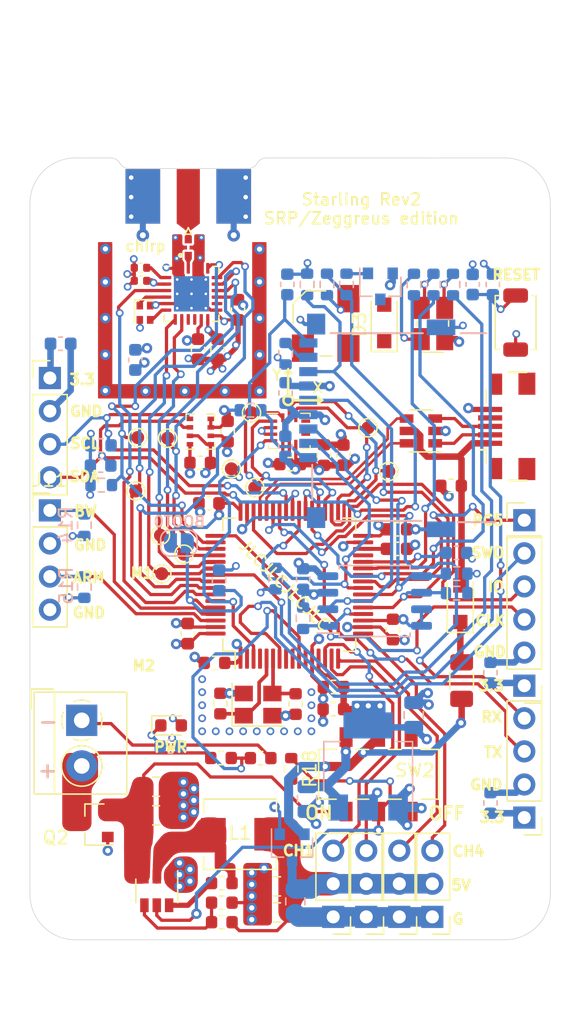
<source format=kicad_pcb>
(kicad_pcb (version 20171130) (host pcbnew "(5.1.7)-1")
  (layers (0 F.Cu signal) (1 In1.Cu power) (2 In2.Cu power) (31 B.Cu signal) (34 B.Paste user) (35 F.Paste user) (36 B.SilkS user) (37 F.SilkS user) (38 B.Mask user) (39 F.Mask user) (44 Edge.Cuts user))
  (net 0 "")
  (net 1 +3V3)
  (net 2 Earth)
  (net 3 OSC_OUT)
  (net 4 OSC_IN)
  (net 5 +5V)
  (net 6 SWDIO)
  (net 7 BOOT0)
  (net 8 "Net-(BZ1-Pad2)")
  (net 9 VUSB)
  (net 10 +BATT)
  (net 11 SERVO4)
  (net 12 TX1)
  (net 13 RX1)
  (net 14 SERVO1)
  (net 15 SERVO2)
  (net 16 SERVO3)
  (net 17 BUZZER)
  (net 18 RESET)
  (net 19 NSS1)
  (net 20 SCK1)
  (net 21 MOSI1)
  (net 22 MISO1)
  (net 23 NSS2)
  (net 24 SCK2)
  (net 25 MISO2)
  (net 26 MOSI2)
  (net 27 SWDCLK)
  (net 28 "Net-(C19-Pad1)")
  (net 29 "Net-(D2-Pad2)")
  (net 30 "Net-(R12-Pad2)")
  (net 31 "Net-(J1-Pad6)")
  (net 32 VOLTAGE)
  (net 33 SDCARD_DETECT)
  (net 34 NSS3)
  (net 35 MISO3)
  (net 36 MOSI3)
  (net 37 SCK3)
  (net 38 "Net-(C12-Pad2)")
  (net 39 "Net-(D2-Pad3)")
  (net 40 "Net-(D2-Pad1)")
  (net 41 "Net-(D4-Pad1)")
  (net 42 "Net-(J1-Pad4)")
  (net 43 "Net-(J7-Pad8)")
  (net 44 "Net-(J7-Pad1)")
  (net 45 SDA3)
  (net 46 SCL3)
  (net 47 LED_R)
  (net 48 LED_G)
  (net 49 LED_B)
  (net 50 "Net-(U2-Pad11)")
  (net 51 "Net-(U2-Pad10)")
  (net 52 IMU_INT1)
  (net 53 "Net-(U7-Pad59)")
  (net 54 SWO)
  (net 55 "Net-(U7-Pad29)")
  (net 56 "Net-(U7-Pad4)")
  (net 57 "Net-(D1-Pad1)")
  (net 58 BOOT1)
  (net 59 DCC_FB)
  (net 60 "Net-(C35-Pad1)")
  (net 61 SD_NSS)
  (net 62 "Net-(U3-Pad14)")
  (net 63 "Net-(U3-Pad10)")
  (net 64 "Net-(U3-Pad9)")
  (net 65 LORA_DIO1)
  (net 66 LORA_BUSY)
  (net 67 XTB)
  (net 68 XTA)
  (net 69 NRESET)
  (net 70 "Net-(U7-Pad11)")
  (net 71 USBD-)
  (net 72 USBD+)
  (net 73 "Net-(FL1-Pad1)")
  (net 74 "Net-(FL1-Pad3)")
  (net 75 "Net-(U7-Pad26)")
  (net 76 "Net-(C14-Pad2)")
  (net 77 M_USBD-)
  (net 78 M_USBD+)
  (net 79 "Net-(U2-Pad9)")
  (net 80 "Net-(F1-Pad1)")
  (net 81 5V_EN)
  (net 82 /BUCK_SW)
  (net 83 PC5)
  (net 84 "Net-(Q1-Pad1)")
  (net 85 "Net-(U7-Pad2)")
  (net 86 BREAKWIRE)
  (net 87 "Net-(U7-Pad9)")
  (net 88 "Net-(U7-Pad8)")
  (net 89 "Net-(C29-Pad1)")
  (net 90 ARM)
  (net 91 bat)
  (net 92 "Net-(SW2-Pad3)")
  (module starling:SW_DPDT_MST22D18G2 (layer F.Cu) (at 155.316 104.892)
    (fp_text reference SW2 (at 2.784 -0.292) (layer F.SilkS))
    (fp_text value SW_DPDT_x2)
    (pad 6 smd rect (at 2.5 2.86) (size 1 1.5) (layers F.Cu F.Paste F.Mask) (net 2 Earth))
    (pad 4 smd rect (at -2.5 2.86) (size 1 1.5) (layers F.Cu F.Paste F.Mask) (net 91 bat))
    (pad 1 smd rect (at -2.5 -2.86) (size 1 1.5) (layers F.Cu F.Paste F.Mask) (net 76 "Net-(C14-Pad2)"))
    (pad 3 smd rect (at 2.5 -2.86) (size 1 1.5) (layers F.Cu F.Paste F.Mask) (net 92 "Net-(SW2-Pad3)"))
    (pad 5 smd rect (at 0 2.86) (size 1 1.5) (layers F.Cu F.Paste F.Mask) (net 81 5V_EN))
    (pad 2 smd rect (at 0 -2.86) (size 1 1.5) (layers F.Cu F.Paste F.Mask) (net 80 "Net-(F1-Pad1)"))
  )
  (module Resistor_SMD:R_0603_1608Metric (layer F.Cu) (at 148.6 104.475 270)
    (fp_text reference R18 (at 0 -1.43 90) (layer F.SilkS))
    (fp_text value 10k)
    (pad 2 smd roundrect (at 0.825 0 270) (size 0.8 0.95) (layers F.Cu F.Paste F.Mask) (net 91 bat))
    (pad 1 smd roundrect (at -0.825 0 270) (size 0.8 0.95) (layers F.Cu F.Paste F.Mask) (net 81 5V_EN))
  )
  (module Resistor_SMD:R_0603_1608Metric (layer B.Cu) (at 132.7 90.525 270)
    (fp_text reference R15 (at -0.1 1.4 270) (layer B.SilkS) (effects (justify mirror)))
    (fp_text value 10k)
    (pad 2 smd roundrect (at 0.825 0 270) (size 0.8 0.95) (layers B.Cu B.Paste B.Mask) (net 1 +3V3))
    (pad 1 smd roundrect (at -0.825 0 270) (size 0.8 0.95) (layers B.Cu B.Paste B.Mask) (net 90 ARM))
  )
  (module Connector_PinHeader_2.54mm:PinHeader_1x04_P2.54mm_Vertical (layer F.Cu) (at 130.05 84.64)
    (fp_text reference J11 (at 0 -2.33) (layer F.SilkS))
    (fp_text value Switches)
    (pad 4 thru_hole oval (at 0 7.62) (size 1.7 1.7) (drill 1) (layers *.Cu *.Mask) (net 2 Earth))
    (pad 3 thru_hole oval (at 0 5.08) (size 1.7 1.7) (drill 1) (layers *.Cu *.Mask) (net 90 ARM))
    (pad 2 thru_hole oval (at 0 2.54) (size 1.7 1.7) (drill 1) (layers *.Cu *.Mask) (net 2 Earth))
    (pad 1 thru_hole rect (at 0 0) (size 1.7 1.7) (drill 1) (layers *.Cu *.Mask) (net 86 BREAKWIRE))
  )
  (module Resistor_SMD:R_0603_1608Metric (layer B.Cu) (at 132.7 85.775 270)
    (fp_text reference R14 (at 0 1.43 270) (layer B.SilkS) (effects (justify mirror)))
    (fp_text value 10k)
    (pad 2 smd roundrect (at 0.825 0 270) (size 0.8 0.95) (layers B.Cu B.Paste B.Mask) (net 1 +3V3))
    (pad 1 smd roundrect (at -0.825 0 270) (size 0.8 0.95) (layers B.Cu B.Paste B.Mask) (net 86 BREAKWIRE))
  )
  (module Package_TO_SOT_SMD:SOT-23 (layer F.Cu) (at 133.5 108.75 180)
    (fp_text reference Q2 (at 3 -1) (layer F.SilkS))
    (fp_text value AO3401A)
    (pad 3 smd rect (at 1 0 180) (size 0.9 0.8) (layers F.Cu F.Paste F.Mask) (net 10 +BATT))
    (pad 2 smd rect (at -1 0.95 180) (size 0.9 0.8) (layers F.Cu F.Paste F.Mask) (net 91 bat))
    (pad 1 smd rect (at -1 -0.95 180) (size 0.9 0.8) (layers F.Cu F.Paste F.Mask) (net 2 Earth))
  )
  (module Diode_SMD:D_SOD-123F (layer F.Cu) (at 155.75 70.25 90)
    (fp_text reference D3 (at -0.127 -1.905 90) (layer F.SilkS))
    (fp_text value Schottky)
    (pad 2 smd rect (at 1.4 0 90) (size 1.1 1.1) (layers F.Cu F.Paste F.Mask) (net 8 "Net-(BZ1-Pad2)"))
    (pad 1 smd rect (at -1.4 0 90) (size 1.1 1.1) (layers F.Cu F.Paste F.Mask) (net 1 +3V3))
  )
  (module starling:LED_RGB_3.2X2.7mm (layer F.Cu) (at 159.5 70.3 90)
    (fp_text reference D2 hide)
    (fp_text value LED_GBRA)
    (pad 4 smd rect (at -1.2 0.9 270) (size 1.7 1.3) (layers F.Cu F.Paste F.Mask) (net 1 +3V3))
    (pad 2 smd rect (at -1.2 -0.9 270) (size 1.7 1.3) (layers F.Cu F.Paste F.Mask) (net 29 "Net-(D2-Pad2)"))
    (pad 3 smd rect (at 1.2 0.9 270) (size 1.7 1.3) (layers F.Cu F.Paste F.Mask) (net 39 "Net-(D2-Pad3)"))
    (pad 1 smd rect (at 1.2 -0.9 270) (size 1.7 1.3) (layers F.Cu F.Paste F.Mask) (net 40 "Net-(D2-Pad1)"))
  )
  (module Oscillator:Oscillator_SMD_Abracon_ASCO-4Pin_1.6x1.2mm (layer F.Cu) (at 137.36 69.47)
    (fp_text reference Y2 hide)
    (fp_text value 52.0MHz)
    (pad 4 smd rect (at 0.4 -0.55) (size 0.5 0.6) (layers F.Cu F.Paste F.Mask) (net 2 Earth))
    (pad 3 smd rect (at 0.4 0.55) (size 0.5 0.6) (layers F.Cu F.Paste F.Mask) (net 67 XTB))
    (pad 2 smd rect (at -0.4 0.55) (size 0.5 0.6) (layers F.Cu F.Paste F.Mask) (net 2 Earth))
    (pad 1 smd rect (at -0.4 -0.55) (size 0.5 0.6) (layers F.Cu F.Paste F.Mask) (net 68 XTA))
  )
  (module starling:TerminalBlock_4Ucon_1x02_P3.50mm_Horizontal_blue (layer F.Cu) (at 132.5 100.75 270)
    (fp_text reference J2 hide)
    (fp_text value Batt)
    (pad 2 thru_hole circle (at 3.5 0 270) (size 2.4 2.4) (drill 1.2) (layers *.Cu *.Mask) (net 10 +BATT))
    (pad 1 thru_hole rect (at 0 0 270) (size 2.4 2.4) (drill 1.2) (layers *.Cu *.Mask) (net 2 Earth))
  )
  (module TestPoint:TestPoint_Pad_D1.0mm (layer F.Cu) (at 138.65 89.5)
    (fp_text reference TP11 hide)
    (fp_text value BUSY)
    (pad 1 smd circle (at 0 0) (size 1 1) (layers F.Cu F.Mask) (net 66 LORA_BUSY))
  )
  (module TestPoint:TestPoint_Pad_D1.0mm (layer F.Cu) (at 136.8 79.05)
    (fp_text reference TP10 hide)
    (fp_text value NSS3)
    (pad 1 smd circle (at 0 0) (size 1 1) (layers F.Cu F.Mask) (net 34 NSS3))
  )
  (module TestPoint:TestPoint_Pad_D1.0mm (layer F.Cu) (at 136.65 83.15)
    (fp_text reference TP9 hide)
    (fp_text value MO3)
    (pad 1 smd circle (at 0 0) (size 1 1) (layers F.Cu F.Mask) (net 36 MOSI3))
  )
  (module TestPoint:TestPoint_Pad_D1.0mm (layer F.Cu) (at 138.55 86.55)
    (fp_text reference TP8 hide)
    (fp_text value DIO1)
    (pad 1 smd circle (at 0 0) (size 1 1) (layers F.Cu F.Mask) (net 65 LORA_DIO1))
  )
  (module TestPoint:TestPoint_Pad_D1.0mm (layer F.Cu) (at 139.1 79.1)
    (fp_text reference TP7 hide)
    (fp_text value SCK3)
    (pad 1 smd circle (at 0 0) (size 1 1) (layers F.Cu F.Mask) (net 37 SCK3))
  )
  (module TestPoint:TestPoint_Pad_D1.0mm (layer F.Cu) (at 140.35 88)
    (fp_text reference TP6 hide)
    (fp_text value MI3)
    (pad 1 smd circle (at 0 0) (size 1 1) (layers F.Cu F.Mask) (net 35 MISO3))
  )
  (module TestPoint:TestPoint_Pad_D1.0mm (layer F.Cu) (at 145.8 82.9)
    (fp_text reference TP5 hide)
    (fp_text value MI2)
    (pad 1 smd circle (at 0 0) (size 1 1) (layers F.Cu F.Mask) (net 25 MISO2))
  )
  (module TestPoint:TestPoint_Pad_D1.0mm (layer F.Cu) (at 156.1 81.65)
    (fp_text reference TP4 hide)
    (fp_text value SCK2)
    (pad 1 smd circle (at 0 0) (size 1 1) (layers F.Cu F.Mask) (net 24 SCK2))
  )
  (module TestPoint:TestPoint_Pad_D1.0mm (layer F.Cu) (at 144 81.45)
    (fp_text reference TP3 hide)
    (fp_text value INT1)
    (pad 1 smd circle (at 0 0) (size 1 1) (layers F.Cu F.Mask) (net 52 IMU_INT1))
  )
  (module TestPoint:TestPoint_Pad_D1.0mm (layer F.Cu) (at 154.5 78.3)
    (fp_text reference TP2 hide)
    (fp_text value NSS2)
    (pad 1 smd circle (at 0 0) (size 1 1) (layers F.Cu F.Mask) (net 23 NSS2))
  )
  (module TestPoint:TestPoint_Pad_D1.0mm (layer F.Cu) (at 145.55 77.15)
    (fp_text reference TP1 hide)
    (fp_text value MO2)
    (pad 1 smd circle (at 0 0) (size 1 1) (layers F.Cu F.Mask) (net 26 MOSI2))
  )
  (module Resistor_SMD:R_0603_1608Metric (layer B.Cu) (at 152.85 67.3 270)
    (fp_text reference R11 hide)
    (fp_text value 100R)
    (pad 2 smd roundrect (at 0.825 0 270) (size 0.8 0.95) (layers B.Cu B.Paste B.Mask) (net 17 BUZZER))
    (pad 1 smd roundrect (at -0.825 0 270) (size 0.8 0.95) (layers B.Cu B.Paste B.Mask) (net 84 "Net-(Q1-Pad1)"))
  )
  (module Connector_PinHeader_2.54mm:PinHeader_1x01_P2.54mm_Vertical (layer F.Cu) (at 166.516 85.392)
    (fp_text reference J14 hide)
    (fp_text value PC5)
    (pad 1 thru_hole rect (at 0 0) (size 1.7 1.7) (drill 1) (layers *.Cu *.Mask) (net 83 PC5))
  )
  (module Capacitor_SMD:C_0603_1608Metric (layer B.Cu) (at 130.875 71.85)
    (fp_text reference C29 hide)
    (fp_text value 100nF)
    (pad 2 smd roundrect (at 0.775 0) (size 0.9 0.95) (layers B.Cu B.Paste B.Mask) (net 2 Earth))
    (pad 1 smd roundrect (at -0.775 0) (size 0.9 0.95) (layers B.Cu B.Paste B.Mask) (net 89 "Net-(C29-Pad1)"))
  )
  (module Capacitor_SMD:C_0603_1608Metric (layer B.Cu) (at 162.55 67.3 270)
    (fp_text reference C28 hide)
    (fp_text value 100nF)
    (pad 2 smd roundrect (at 0.775 0 270) (size 0.9 0.95) (layers B.Cu B.Paste B.Mask) (net 18 RESET))
    (pad 1 smd roundrect (at -0.775 0 270) (size 0.9 0.95) (layers B.Cu B.Paste B.Mask) (net 2 Earth))
  )
  (module Capacitor_SMD:C_0603_1608Metric (layer F.Cu) (at 152.616 80.392 270)
    (fp_text reference C27 hide)
    (fp_text value 4.7uF)
    (pad 2 smd roundrect (at 0.775 0 270) (size 0.9 0.95) (layers F.Cu F.Paste F.Mask) (net 2 Earth))
    (pad 1 smd roundrect (at -0.775 0 270) (size 0.9 0.95) (layers F.Cu F.Paste F.Mask) (net 1 +3V3))
  )
  (module starling:SW_Push_SPST_3×4×2 (layer F.Cu) (at 165.85 70.225 270)
    (fp_text reference SW1 hide)
    (fp_text value Reset)
    (pad 1 smd roundrect (at -2.075 0 270) (size 1.1 1.9) (layers F.Cu F.Paste F.Mask) (net 18 RESET))
    (pad 2 smd roundrect (at 2.075 0 270) (size 1.1 1.9) (layers F.Cu F.Paste F.Mask) (net 2 Earth))
  )
  (module Connector_Coaxial:SMA_Molex_73251-2120_EdgeMount_Horizontal (layer F.Cu) (at 140.687636 60.542 90)
    (fp_text reference J10 hide)
    (fp_text value SMA)
    (pad 2 smd rect (at -2.54 3.4925 90) (size 0.89 0.46) (layers B.Cu) (net 2 Earth))
    (pad 2 thru_hole circle (at -2.985 3.4925 90) (size 0.97 0.97) (drill 0.46) (layers *.Cu) (net 2 Earth))
    (pad 2 smd rect (at -2.54 3.4925 90) (size 0.89 0.46) (layers F.Cu) (net 2 Earth))
    (pad 2 smd rect (at 0 -3.4925 90) (size 4.19 2.665) (layers B.Cu B.Paste B.Mask) (net 2 Earth))
    (pad 2 smd rect (at 0 -3.4925 90) (size 4.19 2.665) (layers F.Cu F.Paste F.Mask) (net 2 Earth))
    (pad 2 smd rect (at 0 3.4925 90) (size 4.19 2.665) (layers B.Cu B.Paste B.Mask) (net 2 Earth))
    (pad 1 smd rect (at 0 0 90) (size 4.19 1.78) (layers F.Cu F.Paste F.Mask) (net 74 "Net-(FL1-Pad3)"))
    (pad 2 smd rect (at 0 3.4925 90) (size 4.19 2.665) (layers F.Cu F.Paste F.Mask) (net 2 Earth))
    (pad 2 thru_hole circle (at -2.985 -3.4925 90) (size 0.97 0.97) (drill 0.46) (layers *.Cu) (net 2 Earth))
    (pad 2 smd rect (at -2.54 -3.4925 90) (size 0.89 0.46) (layers F.Cu) (net 2 Earth))
    (pad 2 smd rect (at -2.54 -3.4925 90) (size 0.89 0.46) (layers B.Cu) (net 2 Earth))
  )
  (module Jumper:SolderJumper-2_P1.3mm_Open_RoundedPad1.0x1.5mm (layer B.Cu) (at 139.966 87.142 180)
    (fp_text reference JP1 hide)
    (fp_text value BOOT1)
    (pad 2 smd custom (at 0.65 0 180) (size 1 0.5) (layers B.Cu B.Mask) (net 1 +3V3) (options (clearance outline) (anchor rect)) (primitives (gr_circle (center 0 -0.25) (end 0.5 -0.25) (width 0)) (gr_circle (center 0 0.25) (end 0.5 0.25) (width 0)) (gr_poly (pts (xy 0 0.75) (xy -0.5 0.75) (xy -0.5 -0.75) (xy 0 -0.75)) (width 0))))
    (pad 1 smd custom (at -0.65 0 180) (size 1 0.5) (layers B.Cu B.Mask) (net 7 BOOT0) (options (clearance outline) (anchor rect)) (primitives (gr_circle (center 0 -0.25) (end 0.5 -0.25) (width 0)) (gr_circle (center 0 0.25) (end 0.5 0.25) (width 0)) (gr_poly (pts (xy 0 0.75) (xy 0.5 0.75) (xy 0.5 -0.75) (xy 0 -0.75)) (width 0))))
  )
  (module Connector_PinHeader_2.54mm:PinHeader_1x04_P2.54mm_Vertical (layer F.Cu) (at 130.05 74.48)
    (fp_text reference J13 hide)
    (fp_text value USART1)
    (pad 4 thru_hole oval (at 0 7.62) (size 1.7 1.7) (drill 1) (layers *.Cu *.Mask) (net 45 SDA3))
    (pad 3 thru_hole oval (at 0 5.08) (size 1.7 1.7) (drill 1) (layers *.Cu *.Mask) (net 46 SCL3))
    (pad 2 thru_hole oval (at 0 2.54) (size 1.7 1.7) (drill 1) (layers *.Cu *.Mask) (net 2 Earth))
    (pad 1 thru_hole rect (at 0 0) (size 1.7 1.7) (drill 1) (layers *.Cu *.Mask) (net 1 +3V3))
  )
  (module Capacitor_SMD:C_0603_1608Metric (layer B.Cu) (at 136.616 73.092 90)
    (fp_text reference C34 hide)
    (fp_text value 4.7uF)
    (pad 2 smd roundrect (at 0.775 0 90) (size 0.9 0.95) (layers B.Cu B.Paste B.Mask) (net 2 Earth))
    (pad 1 smd roundrect (at -0.775 0 90) (size 0.9 0.95) (layers B.Cu B.Paste B.Mask) (net 1 +3V3))
  )
  (module Package_TO_SOT_SMD:SOT-23-6 (layer F.Cu) (at 158.566 78.542 180)
    (fp_text reference U8 hide)
    (fp_text value USBLC6-2SC6)
    (pad 5 smd rect (at 1.1 0 180) (size 1.06 0.65) (layers F.Cu F.Paste F.Mask) (net 9 VUSB))
    (pad 6 smd rect (at 1.1 -0.95 180) (size 1.06 0.65) (layers F.Cu F.Paste F.Mask) (net 71 USBD-))
    (pad 4 smd rect (at 1.1 0.95 180) (size 1.06 0.65) (layers F.Cu F.Paste F.Mask) (net 72 USBD+))
    (pad 3 smd rect (at -1.1 0.95 180) (size 1.06 0.65) (layers F.Cu F.Paste F.Mask) (net 78 M_USBD+))
    (pad 2 smd rect (at -1.1 0 180) (size 1.06 0.65) (layers F.Cu F.Paste F.Mask) (net 2 Earth))
    (pad 1 smd rect (at -1.1 -0.95 180) (size 1.06 0.65) (layers F.Cu F.Paste F.Mask) (net 77 M_USBD-))
  )
  (module Resistor_SMD:R_0603_1608Metric (layer B.Cu) (at 134 82.7 180)
    (fp_text reference R31 hide)
    (fp_text value 47k)
    (pad 2 smd roundrect (at 0.825 0 180) (size 0.8 0.95) (layers B.Cu B.Paste B.Mask) (net 1 +3V3))
    (pad 1 smd roundrect (at -0.825 0 180) (size 0.8 0.95) (layers B.Cu B.Paste B.Mask) (net 34 NSS3))
  )
  (module Resistor_SMD:R_0603_1608Metric (layer B.Cu) (at 151.35 67.3 90)
    (fp_text reference R30 hide)
    (fp_text value 10k)
    (pad 2 smd roundrect (at 0.825 0 90) (size 0.8 0.95) (layers B.Cu B.Paste B.Mask) (net 17 BUZZER))
    (pad 1 smd roundrect (at -0.825 0 90) (size 0.8 0.95) (layers B.Cu B.Paste B.Mask) (net 2 Earth))
  )
  (module Package_TO_SOT_SMD:SOT-23 (layer B.Cu) (at 148.666 110.492 270)
    (fp_text reference Q4 hide)
    (fp_text value AO3401A)
    (pad 3 smd rect (at 1 0 270) (size 0.9 0.8) (layers B.Cu B.Paste B.Mask) (net 5 +5V))
    (pad 2 smd rect (at -1 -0.95 270) (size 0.9 0.8) (layers B.Cu B.Paste B.Mask) (net 80 "Net-(F1-Pad1)"))
    (pad 1 smd rect (at -1 0.95 270) (size 0.9 0.8) (layers B.Cu B.Paste B.Mask) (net 2 Earth))
  )
  (module Capacitor_SMD:C_0805_2012Metric (layer B.Cu) (at 149.816 106.792 90)
    (fp_text reference C14 hide)
    (fp_text value 10uF)
    (pad 2 smd roundrect (at 0.95 0 90) (size 1 1.45) (layers B.Cu B.Paste B.Mask) (net 76 "Net-(C14-Pad2)"))
    (pad 1 smd roundrect (at -0.95 0 90) (size 1 1.45) (layers B.Cu B.Paste B.Mask) (net 2 Earth))
  )
  (module Resistor_SMD:R_0603_1608Metric (layer B.Cu) (at 145.475 76.95)
    (fp_text reference R29 hide)
    (fp_text value 47k)
    (pad 2 smd roundrect (at 0.825 0) (size 0.8 0.95) (layers B.Cu B.Paste B.Mask) (net 44 "Net-(J7-Pad1)"))
    (pad 1 smd roundrect (at -0.825 0) (size 0.8 0.95) (layers B.Cu B.Paste B.Mask) (net 1 +3V3))
  )
  (module Resistor_SMD:R_0603_1608Metric (layer B.Cu) (at 148.166 72.617 270)
    (fp_text reference R28 hide)
    (fp_text value 47k)
    (pad 2 smd roundrect (at 0.825 0 270) (size 0.8 0.95) (layers B.Cu B.Paste B.Mask) (net 1 +3V3))
    (pad 1 smd roundrect (at -0.825 0 270) (size 0.8 0.95) (layers B.Cu B.Paste B.Mask) (net 43 "Net-(J7-Pad8)"))
  )
  (module Resistor_SMD:R_0603_1608Metric (layer B.Cu) (at 147.4 89.875 90)
    (fp_text reference R27 hide)
    (fp_text value 47k)
    (pad 2 smd roundrect (at 0.825 0 90) (size 0.8 0.95) (layers B.Cu B.Paste B.Mask) (net 61 SD_NSS))
    (pad 1 smd roundrect (at -0.825 0 90) (size 0.8 0.95) (layers B.Cu B.Paste B.Mask) (net 1 +3V3))
  )
  (module Resistor_SMD:R_0603_1608Metric (layer B.Cu) (at 149.825 67.3 90)
    (fp_text reference R26 hide)
    (fp_text value 47k)
    (pad 2 smd roundrect (at 0.825 0 90) (size 0.8 0.95) (layers B.Cu B.Paste B.Mask) (net 1 +3V3))
    (pad 1 smd roundrect (at -0.825 0 90) (size 0.8 0.95) (layers B.Cu B.Paste B.Mask) (net 22 MISO1))
  )
  (module Resistor_SMD:R_0603_1608Metric (layer B.Cu) (at 161.316 89.492 180)
    (fp_text reference R20 hide)
    (fp_text value 47k)
    (pad 2 smd roundrect (at 0.825 0 180) (size 0.8 0.95) (layers B.Cu B.Paste B.Mask) (net 21 MOSI1))
    (pad 1 smd roundrect (at -0.825 0 180) (size 0.8 0.95) (layers B.Cu B.Paste B.Mask) (net 1 +3V3))
  )
  (module Resistor_SMD:R_0603_1608Metric (layer B.Cu) (at 161.316 90.992 180)
    (fp_text reference R3 hide)
    (fp_text value 47k)
    (pad 2 smd roundrect (at 0.825 0 180) (size 0.8 0.95) (layers B.Cu B.Paste B.Mask) (net 20 SCK1))
    (pad 1 smd roundrect (at -0.825 0 180) (size 0.8 0.95) (layers B.Cu B.Paste B.Mask) (net 1 +3V3))
  )
  (module starling:FIL_2450FM07D0034T (layer F.Cu) (at 140.687636 64.470681 90)
    (fp_text reference FL1 hide)
    (fp_text value 2450FM07D0034T)
    (pad 2 smd rect (at 0 0.35 90) (size 0.3 0.5) (layers F.Cu F.Paste F.Mask) (net 2 Earth) (clearance 0.15))
    (pad 1 smd rect (at -0.6 0 90) (size 0.55 0.55) (layers F.Cu F.Paste F.Mask) (net 73 "Net-(FL1-Pad1)") (clearance 0.15))
    (pad 3 smd rect (at 0.6 0 90) (size 0.55 0.55) (layers F.Cu F.Paste F.Mask) (net 74 "Net-(FL1-Pad3)") (clearance 0.15))
    (pad 4 smd rect (at 0 -0.35 90) (size 0.3 0.5) (layers F.Cu F.Paste F.Mask) (net 2 Earth) (clearance 0.15))
  )
  (module Resistor_SMD:R_0603_1608Metric (layer B.Cu) (at 149.516 92.917 90)
    (fp_text reference R10 hide)
    (fp_text value 47k)
    (pad 1 smd roundrect (at -0.825 0 90) (size 0.8 0.95) (layers B.Cu B.Paste B.Mask) (net 19 NSS1))
    (pad 2 smd roundrect (at 0.825 0 90) (size 0.8 0.95) (layers B.Cu B.Paste B.Mask) (net 1 +3V3))
  )
  (module Package_DFN_QFN:QFN-24-1EP_4x4mm_P0.5mm_EP2.7x2.7mm_ThermalVias (layer F.Cu) (at 140.936 68.022)
    (fp_text reference U3 hide)
    (fp_text value SX1280)
    (pad 25 smd rect (at 0 0) (size 2.7 2.7) (layers B.Cu) (net 2 Earth))
    (pad 25 thru_hole circle (at 1.1 1.1) (size 0.5 0.5) (drill 0.2) (layers *.Cu) (net 2 Earth))
    (pad 25 thru_hole circle (at 0 1.1) (size 0.5 0.5) (drill 0.2) (layers *.Cu) (net 2 Earth))
    (pad 25 thru_hole circle (at -1.1 1.1) (size 0.5 0.5) (drill 0.2) (layers *.Cu) (net 2 Earth))
    (pad 25 thru_hole circle (at 1.1 0) (size 0.5 0.5) (drill 0.2) (layers *.Cu) (net 2 Earth))
    (pad 25 thru_hole circle (at 0 0) (size 0.5 0.5) (drill 0.2) (layers *.Cu) (net 2 Earth))
    (pad 25 thru_hole circle (at -1.1 0) (size 0.5 0.5) (drill 0.2) (layers *.Cu) (net 2 Earth))
    (pad 25 thru_hole circle (at 1.1 -1.1) (size 0.5 0.5) (drill 0.2) (layers *.Cu) (net 2 Earth))
    (pad 25 thru_hole circle (at 0 -1.1) (size 0.5 0.5) (drill 0.2) (layers *.Cu) (net 2 Earth))
    (pad 25 thru_hole circle (at -1.1 -1.1) (size 0.5 0.5) (drill 0.2) (layers *.Cu) (net 2 Earth))
    (pad 25 smd rect (at 0 0) (size 2.7 2.7) (layers F.Cu F.Mask) (net 2 Earth))
    (pad 24 smd roundrect (at -1.25 -1.9625) (size 0.25 0.825) (layers F.Cu F.Paste F.Mask) (net 2 Earth))
    (pad 23 smd roundrect (at -0.75 -1.9625) (size 0.25 0.825) (layers F.Cu F.Paste F.Mask) (net 2 Earth))
    (pad 22 smd roundrect (at -0.25 -1.9625) (size 0.25 0.825) (layers F.Cu F.Paste F.Mask) (net 73 "Net-(FL1-Pad1)"))
    (pad 21 smd roundrect (at 0.25 -1.9625) (size 0.25 0.825) (layers F.Cu F.Paste F.Mask) (net 2 Earth))
    (pad 20 smd roundrect (at 0.75 -1.9625) (size 0.25 0.825) (layers F.Cu F.Paste F.Mask) (net 2 Earth))
    (pad 19 smd roundrect (at 1.25 -1.9625) (size 0.25 0.825) (layers F.Cu F.Paste F.Mask) (net 34 NSS3))
    (pad 18 smd roundrect (at 1.9625 -1.25) (size 0.825 0.25) (layers F.Cu F.Paste F.Mask) (net 37 SCK3))
    (pad 17 smd roundrect (at 1.9625 -0.75) (size 0.825 0.25) (layers F.Cu F.Paste F.Mask) (net 36 MOSI3))
    (pad 16 smd roundrect (at 1.9625 -0.25) (size 0.825 0.25) (layers F.Cu F.Paste F.Mask) (net 35 MISO3))
    (pad 15 smd roundrect (at 1.9625 0.25) (size 0.825 0.25) (layers F.Cu F.Paste F.Mask) (net 1 +3V3))
    (pad 14 smd roundrect (at 1.9625 0.75) (size 0.825 0.25) (layers F.Cu F.Paste F.Mask) (net 62 "Net-(U3-Pad14)"))
    (pad 13 smd roundrect (at 1.9625 1.25) (size 0.825 0.25) (layers F.Cu F.Paste F.Mask) (net 2 Earth))
    (pad 12 smd roundrect (at 1.25 1.9625) (size 0.25 0.825) (layers F.Cu F.Paste F.Mask) (net 59 DCC_FB))
    (pad 11 smd roundrect (at 0.75 1.9625) (size 0.25 0.825) (layers F.Cu F.Paste F.Mask) (net 1 +3V3))
    (pad 10 smd roundrect (at 0.25 1.9625) (size 0.25 0.825) (layers F.Cu F.Paste F.Mask) (net 63 "Net-(U3-Pad10)"))
    (pad 9 smd roundrect (at -0.25 1.9625) (size 0.25 0.825) (layers F.Cu F.Paste F.Mask) (net 64 "Net-(U3-Pad9)"))
    (pad 8 smd roundrect (at -0.75 1.9625) (size 0.25 0.825) (layers F.Cu F.Paste F.Mask) (net 65 LORA_DIO1))
    (pad 7 smd roundrect (at -1.25 1.9625) (size 0.25 0.825) (layers F.Cu F.Paste F.Mask) (net 66 LORA_BUSY))
    (pad 6 smd roundrect (at -1.9625 1.25) (size 0.825 0.25) (layers F.Cu F.Paste F.Mask) (net 67 XTB))
    (pad 5 smd roundrect (at -1.9625 0.75) (size 0.825 0.25) (layers F.Cu F.Paste F.Mask) (net 2 Earth))
    (pad 4 smd roundrect (at -1.9625 0.25) (size 0.825 0.25) (layers F.Cu F.Paste F.Mask) (net 68 XTA))
    (pad 3 smd roundrect (at -1.9625 -0.25) (size 0.825 0.25) (layers F.Cu F.Paste F.Mask) (net 69 NRESET))
    (pad 2 smd roundrect (at -1.9625 -0.75) (size 0.825 0.25) (layers F.Cu F.Paste F.Mask) (net 59 DCC_FB))
    (pad 1 smd roundrect (at -1.9625 -1.25) (size 0.825 0.25) (layers F.Cu F.Paste F.Mask) (net 60 "Net-(C35-Pad1)"))
  )
  (module Capacitor_SMD:C_0402_1005Metric (layer F.Cu) (at 137.016 66.022 180)
    (fp_text reference C35 hide)
    (fp_text value 10nF)
    (pad 2 smd roundrect (at 0.48 0 180) (size 0.56 0.62) (layers F.Cu F.Paste F.Mask) (net 2 Earth))
    (pad 1 smd roundrect (at -0.48 0 180) (size 0.56 0.62) (layers F.Cu F.Paste F.Mask) (net 60 "Net-(C35-Pad1)"))
  )
  (module Capacitor_SMD:C_0603_1608Metric (layer F.Cu) (at 142.936 72.272 270)
    (fp_text reference C32 hide)
    (fp_text value 470nF)
    (pad 2 smd roundrect (at 0.775 0 270) (size 0.9 0.95) (layers F.Cu F.Paste F.Mask) (net 2 Earth))
    (pad 1 smd roundrect (at -0.775 0 270) (size 0.9 0.95) (layers F.Cu F.Paste F.Mask) (net 59 DCC_FB))
  )
  (module Capacitor_SMD:C_0603_1608Metric (layer F.Cu) (at 141.436 72.272 270)
    (fp_text reference C31 hide)
    (fp_text value 100nF)
    (pad 2 smd roundrect (at 0.775 0 270) (size 0.9 0.95) (layers F.Cu F.Paste F.Mask) (net 2 Earth))
    (pad 1 smd roundrect (at -0.775 0 270) (size 0.9 0.95) (layers F.Cu F.Paste F.Mask) (net 1 +3V3))
  )
  (module Capacitor_SMD:C_0603_1608Metric (layer F.Cu) (at 144.516 69.247 270)
    (fp_text reference C18 hide)
    (fp_text value 100nF)
    (pad 2 smd roundrect (at 0.775 0 270) (size 0.9 0.95) (layers F.Cu F.Paste F.Mask) (net 2 Earth))
    (pad 1 smd roundrect (at -0.775 0 270) (size 0.9 0.95) (layers F.Cu F.Paste F.Mask) (net 1 +3V3))
  )
  (module Capacitor_SMD:C_0402_1005Metric (layer F.Cu) (at 137.016 67.022)
    (fp_text reference C2 hide)
    (fp_text value 10nF)
    (pad 2 smd roundrect (at 0.48 0) (size 0.56 0.62) (layers F.Cu F.Paste F.Mask) (net 59 DCC_FB))
    (pad 1 smd roundrect (at -0.48 0) (size 0.56 0.62) (layers F.Cu F.Paste F.Mask) (net 2 Earth))
  )
  (module Connector_PinHeader_2.54mm:PinHeader_1x04_P2.54mm_Vertical (layer F.Cu) (at 166.516 108.212 180)
    (fp_text reference J9 hide)
    (fp_text value USART1)
    (pad 4 thru_hole oval (at 0 7.62 180) (size 1.7 1.7) (drill 1) (layers *.Cu *.Mask) (net 13 RX1))
    (pad 3 thru_hole oval (at 0 5.08 180) (size 1.7 1.7) (drill 1) (layers *.Cu *.Mask) (net 12 TX1))
    (pad 2 thru_hole oval (at 0 2.54 180) (size 1.7 1.7) (drill 1) (layers *.Cu *.Mask) (net 2 Earth))
    (pad 1 thru_hole rect (at 0 0 180) (size 1.7 1.7) (drill 1) (layers *.Cu *.Mask) (net 1 +3V3))
  )
  (module Connector_PinHeader_2.54mm:PinHeader_1x05_P2.54mm_Vertical (layer F.Cu) (at 166.516 98.092 180)
    (fp_text reference J8 hide)
    (fp_text value SWD)
    (pad 5 thru_hole oval (at 0 10.16 180) (size 1.7 1.7) (drill 1) (layers *.Cu *.Mask) (net 54 SWO))
    (pad 4 thru_hole oval (at 0 7.62 180) (size 1.7 1.7) (drill 1) (layers *.Cu *.Mask) (net 6 SWDIO))
    (pad 3 thru_hole oval (at 0 5.08 180) (size 1.7 1.7) (drill 1) (layers *.Cu *.Mask) (net 27 SWDCLK))
    (pad 2 thru_hole oval (at 0 2.54 180) (size 1.7 1.7) (drill 1) (layers *.Cu *.Mask) (net 2 Earth))
    (pad 1 thru_hole rect (at 0 0 180) (size 1.7 1.7) (drill 1) (layers *.Cu *.Mask) (net 1 +3V3))
  )
  (module starling:USB_Micro_B-Generic_SMT (layer F.Cu) (at 166.716 78.192 90)
    (fp_text reference J1 hide)
    (fp_text value USB_B_Micro)
    (pad 1 smd rect (at -1.3 -2.825 90) (size 0.4 1.85) (layers F.Cu F.Paste F.Mask) (net 9 VUSB))
    (pad 2 smd rect (at -0.65 -2.825 90) (size 0.4 1.85) (layers F.Cu F.Paste F.Mask) (net 77 M_USBD-))
    (pad 5 smd rect (at 1.3 -2.825 90) (size 0.4 1.85) (layers F.Cu F.Paste F.Mask) (net 2 Earth))
    (pad 4 smd rect (at 0.65 -2.825 90) (size 0.4 1.85) (layers F.Cu F.Paste F.Mask) (net 42 "Net-(J1-Pad4)"))
    (pad 6 smd rect (at -3.2375 -2.35 90) (size 1.625 0.9) (layers F.Cu F.Paste F.Mask) (net 31 "Net-(J1-Pad6)"))
    (pad 6 smd rect (at 3.2375 -2.35 90) (size 1.625 0.9) (layers F.Cu F.Paste F.Mask) (net 31 "Net-(J1-Pad6)"))
    (pad 6 smd rect (at -3.275 0 90) (size 1.7 1.3) (layers F.Cu F.Paste F.Mask) (net 31 "Net-(J1-Pad6)"))
    (pad 6 smd rect (at 3.275 0 90) (size 1.7 1.3) (layers F.Cu F.Paste F.Mask) (net 31 "Net-(J1-Pad6)"))
    (pad "" np_thru_hole oval (at -2 -2.15 90) (size 0.5 0.5) (drill 0.5) (layers *.Cu *.Mask))
    (pad "" np_thru_hole oval (at 2 -2.15 90) (size 0.5 0.5) (drill 0.5) (layers *.Cu *.Mask))
    (pad 3 smd rect (at 0 -2.825 90) (size 0.4 1.85) (layers F.Cu F.Paste F.Mask) (net 78 M_USBD+))
  )
  (module starling:L_5.4x5.2_H3 (layer F.Cu) (at 144.666 109.492)
    (fp_text reference L1 (at 0 -0.1) (layer F.SilkS))
    (fp_text value 3.3uH)
    (pad 2 smd rect (at 2.05 0) (size 1.9 2.5) (layers F.Cu F.Paste F.Mask) (net 5 +5V))
    (pad 1 smd rect (at -2.05 0) (size 1.9 2.5) (layers F.Cu F.Paste F.Mask) (net 82 /BUCK_SW))
  )
  (module MountingHole:MountingHole_3.2mm_M3 (layer F.Cu) (at 132.016 61.092)
    (fp_text reference H4 hide)
    (fp_text value MountingHole)
    (pad 1 np_thru_hole circle (at 0 0) (size 3.2 3.2) (drill 3.2) (layers *.Cu *.Mask))
  )
  (module MountingHole:MountingHole_3.2mm_M3 (layer F.Cu) (at 165.016 61.092)
    (fp_text reference H3 hide)
    (fp_text value MountingHole)
    (pad 1 np_thru_hole circle (at 0 0) (size 3.2 3.2) (drill 3.2) (layers *.Cu *.Mask))
  )
  (module MountingHole:MountingHole_3.2mm_M3 (layer F.Cu) (at 132.016 114.092)
    (fp_text reference H2 hide)
    (fp_text value MountingHole)
    (pad 1 np_thru_hole circle (at 0 0) (size 3.2 3.2) (drill 3.2) (layers *.Cu *.Mask))
  )
  (module MountingHole:MountingHole_3.2mm_M3 (layer F.Cu) (at 165.016 114.092)
    (fp_text reference H1 hide)
    (fp_text value MountingHole)
    (pad 1 np_thru_hole circle (at 0 0) (size 3.2 3.2) (drill 3.2) (layers *.Cu *.Mask))
  )
  (module starling:5x5mm_buzzer (layer F.Cu) (at 151.25 70.292 90)
    (fp_text reference BZ1 hide)
    (fp_text value Buzzer)
    (pad 1 smd rect (at -1.9 1.75 90) (size 2.1 1.7) (layers F.Cu F.Paste F.Mask) (net 1 +3V3))
    (pad "" smd rect (at -1.9 -1.75 90) (size 2.1 1.7) (layers F.Cu F.Paste F.Mask))
    (pad 2 smd rect (at 1.9 1.75 90) (size 2.1 1.7) (layers F.Cu F.Paste F.Mask) (net 8 "Net-(BZ1-Pad2)"))
  )
  (module Capacitor_SMD:C_0805_2012Metric (layer F.Cu) (at 138.216 105.842)
    (fp_text reference C15 hide)
    (fp_text value 10uF)
    (pad 2 smd roundrect (at 0.95 0) (size 1 1.45) (layers F.Cu F.Paste F.Mask) (net 2 Earth))
    (pad 1 smd roundrect (at -0.95 0) (size 1 1.45) (layers F.Cu F.Paste F.Mask) (net 91 bat))
  )
  (module Capacitor_SMD:C_0805_2012Metric (layer F.Cu) (at 147.516 115.492 180)
    (fp_text reference C24 hide)
    (fp_text value 22uF)
    (pad 1 smd roundrect (at -0.95 0 180) (size 1 1.45) (layers F.Cu F.Paste F.Mask) (net 5 +5V))
    (pad 2 smd roundrect (at 0.95 0 180) (size 1 1.45) (layers F.Cu F.Paste F.Mask) (net 2 Earth))
  )
  (module Capacitor_SMD:C_0805_2012Metric (layer B.Cu) (at 148.916 114.642 270)
    (fp_text reference C21 hide)
    (fp_text value 22uF)
    (pad 2 smd roundrect (at 0.95 0 270) (size 1 1.45) (layers B.Cu B.Paste B.Mask) (net 2 Earth))
    (pad 1 smd roundrect (at -0.95 0 270) (size 1 1.45) (layers B.Cu B.Paste B.Mask) (net 5 +5V))
  )
  (module Capacitor_SMD:C_0805_2012Metric (layer B.Cu) (at 158.016 100.342 90)
    (fp_text reference C39 hide)
    (fp_text value 10uF)
    (pad 2 smd roundrect (at 0.95 0 90) (size 1 1.45) (layers B.Cu B.Paste B.Mask) (net 2 Earth))
    (pad 1 smd roundrect (at -0.95 0 90) (size 1 1.45) (layers B.Cu B.Paste B.Mask) (net 1 +3V3))
  )
  (module Capacitor_SMD:C_0805_2012Metric (layer F.Cu) (at 147.516 113.492)
    (fp_text reference C33 hide)
    (fp_text value 22uF)
    (pad 1 smd roundrect (at -0.95 0) (size 1 1.45) (layers F.Cu F.Paste F.Mask) (net 2 Earth))
    (pad 2 smd roundrect (at 0.95 0) (size 1 1.45) (layers F.Cu F.Paste F.Mask) (net 5 +5V))
  )
  (module Capacitor_SMD:C_0805_2012Metric (layer F.Cu) (at 138.216 108.042 180)
    (fp_text reference C26 hide)
    (fp_text value 10uF)
    (pad 2 smd roundrect (at 0.95 0 180) (size 1 1.45) (layers F.Cu F.Paste F.Mask) (net 91 bat))
    (pad 1 smd roundrect (at -0.95 0 180) (size 1 1.45) (layers F.Cu F.Paste F.Mask) (net 2 Earth))
  )
  (module Diode_SMD:D_SOD-123F (layer F.Cu) (at 161.6 91.802 90)
    (fp_text reference D4 hide)
    (fp_text value Schottky)
    (pad 1 smd rect (at -1.4 0 90) (size 1.1 1.1) (layers F.Cu F.Paste F.Mask) (net 41 "Net-(D4-Pad1)"))
    (pad 2 smd rect (at 1.4 0 90) (size 1.1 1.1) (layers F.Cu F.Paste F.Mask) (net 9 VUSB))
  )
  (module Resistor_SMD:R_0603_1608Metric (layer B.Cu) (at 158.034 67.308 270)
    (fp_text reference R25 hide)
    (fp_text value 1k)
    (pad 2 smd roundrect (at 0.825 0 270) (size 0.8 0.95) (layers B.Cu B.Paste B.Mask) (net 49 LED_B))
    (pad 1 smd roundrect (at -0.825 0 270) (size 0.8 0.95) (layers B.Cu B.Paste B.Mask) (net 29 "Net-(D2-Pad2)"))
  )
  (module Resistor_SMD:R_0603_1608Metric (layer B.Cu) (at 159.534 67.308 270)
    (fp_text reference R9 hide)
    (fp_text value 1k)
    (pad 2 smd roundrect (at 0.825 0 270) (size 0.8 0.95) (layers B.Cu B.Paste B.Mask) (net 47 LED_R))
    (pad 1 smd roundrect (at -0.825 0 270) (size 0.8 0.95) (layers B.Cu B.Paste B.Mask) (net 40 "Net-(D2-Pad1)"))
  )
  (module Resistor_SMD:R_0603_1608Metric (layer B.Cu) (at 161.034 67.308 270)
    (fp_text reference R8 hide)
    (fp_text value 1k)
    (pad 2 smd roundrect (at 0.825 0 270) (size 0.8 0.95) (layers B.Cu B.Paste B.Mask) (net 48 LED_G))
    (pad 1 smd roundrect (at -0.825 0 270) (size 0.8 0.95) (layers B.Cu B.Paste B.Mask) (net 39 "Net-(D2-Pad3)"))
  )
  (module Package_TO_SOT_SMD:SOT-23 (layer B.Cu) (at 155.45 67.45 270)
    (fp_text reference Q1 hide)
    (fp_text value DMN2041L)
    (pad 3 smd rect (at 1 0 270) (size 0.9 0.8) (layers B.Cu B.Paste B.Mask) (net 8 "Net-(BZ1-Pad2)"))
    (pad 2 smd rect (at -1 -0.95 270) (size 0.9 0.8) (layers B.Cu B.Paste B.Mask) (net 2 Earth))
    (pad 1 smd rect (at -1 0.95 270) (size 0.9 0.8) (layers B.Cu B.Paste B.Mask) (net 84 "Net-(Q1-Pad1)"))
  )
  (module Fuse:Fuse_1206_3216Metric (layer F.Cu) (at 161.7 97.7 90)
    (fp_text reference F1 hide)
    (fp_text value 350mA)
    (pad 2 smd roundrect (at 1.4 0 90) (size 1.25 1.75) (layers F.Cu F.Paste F.Mask) (roundrect_rratio 0.2) (net 41 "Net-(D4-Pad1)"))
    (pad 1 smd roundrect (at -1.4 0 90) (size 1.25 1.75) (layers F.Cu F.Paste F.Mask) (roundrect_rratio 0.2) (net 80 "Net-(F1-Pad1)"))
  )
  (module Capacitor_SMD:C_0603_1608Metric (layer B.Cu) (at 148.15 79.725 90)
    (fp_text reference C25 hide)
    (fp_text value 4.7uF)
    (pad 2 smd roundrect (at 0.775 0 90) (size 0.9 0.95) (layers B.Cu B.Paste B.Mask) (net 1 +3V3))
    (pad 1 smd roundrect (at -0.775 0 90) (size 0.9 0.95) (layers B.Cu B.Paste B.Mask) (net 2 Earth))
  )
  (module Capacitor_SMD:C_0603_1608Metric (layer F.Cu) (at 142.2785 84.092)
    (fp_text reference C23 hide)
    (fp_text value 100nF)
    (pad 2 smd roundrect (at 0.775 0) (size 0.9 0.95) (layers F.Cu F.Paste F.Mask) (net 1 +3V3))
    (pad 1 smd roundrect (at -0.775 0) (size 0.9 0.95) (layers F.Cu F.Paste F.Mask) (net 2 Earth))
  )
  (module Capacitor_SMD:C_0603_1608Metric (layer F.Cu) (at 156.7035 86.092 180)
    (fp_text reference C17 hide)
    (fp_text value 100nF)
    (pad 2 smd roundrect (at 0.775 0 180) (size 0.9 0.95) (layers F.Cu F.Paste F.Mask) (net 1 +3V3))
    (pad 1 smd roundrect (at -0.775 0 180) (size 0.9 0.95) (layers F.Cu F.Paste F.Mask) (net 2 Earth))
  )
  (module Capacitor_SMD:C_0603_1608Metric (layer F.Cu) (at 140.6535 94.092 270)
    (fp_text reference C16 hide)
    (fp_text value 100nF)
    (pad 2 smd roundrect (at 0.775 0 270) (size 0.9 0.95) (layers F.Cu F.Paste F.Mask) (net 1 +3V3))
    (pad 1 smd roundrect (at -0.775 0 270) (size 0.9 0.95) (layers F.Cu F.Paste F.Mask) (net 2 Earth))
  )
  (module Capacitor_SMD:C_0603_1608Metric (layer F.Cu) (at 156.7035 87.592 180)
    (fp_text reference C12 hide)
    (fp_text value 4.7uF)
    (pad 2 smd roundrect (at 0.775 0 180) (size 0.9 0.95) (layers F.Cu F.Paste F.Mask) (net 38 "Net-(C12-Pad2)"))
    (pad 1 smd roundrect (at -0.775 0 180) (size 0.9 0.95) (layers F.Cu F.Paste F.Mask) (net 2 Earth))
  )
  (module Resistor_SMD:R_0603_1608Metric (layer B.Cu) (at 148.3 67.3 90)
    (fp_text reference R21 hide)
    (fp_text value 47k)
    (pad 2 smd roundrect (at 0.7875 0 90) (size 0.875 0.95) (layers B.Cu B.Paste B.Mask) (net 1 +3V3))
    (pad 1 smd roundrect (at -0.7875 0 90) (size 0.875 0.95) (layers B.Cu B.Paste B.Mask) (net 33 SDCARD_DETECT))
  )
  (module starling:microSD_HC_TF-15x15 (layer B.Cu) (at 160.516 78.342 270)
    (fp_text reference J7 hide)
    (fp_text value Micro_SD_Card_TF-15×15)
    (pad 8 smd rect (at -5.45 10.6 270) (size 0.7 1.4) (layers B.Cu B.Paste B.Mask) (net 43 "Net-(J7-Pad8)"))
    (pad 7 smd rect (at -4.35 10.6 270) (size 0.7 1.4) (layers B.Cu B.Paste B.Mask) (net 22 MISO1))
    (pad 6 smd rect (at -3.25 10.6 270) (size 0.7 1.4) (layers B.Cu B.Paste B.Mask) (net 2 Earth))
    (pad 5 smd rect (at -2.15 10.6 270) (size 0.7 1.4) (layers B.Cu B.Paste B.Mask) (net 20 SCK1))
    (pad 4 smd rect (at -1.05 10.6 270) (size 0.7 1.4) (layers B.Cu B.Paste B.Mask) (net 1 +3V3))
    (pad 3 smd rect (at 0.05 10.6 270) (size 0.7 1.4) (layers B.Cu B.Paste B.Mask) (net 21 MOSI1))
    (pad 9 smd rect (at -6.55 10.6 270) (size 0.7 1.4) (layers B.Cu B.Paste B.Mask) (net 33 SDCARD_DETECT))
    (pad 2 smd rect (at 1.15 10.6 270) (size 0.7 1.4) (layers B.Cu B.Paste B.Mask) (net 61 SD_NSS))
    (pad 10 smd rect (at -8 10 270) (size 1.6 1.4) (layers B.Cu B.Paste B.Mask) (net 2 Earth))
    (pad 10 smd rect (at -7.75 0.4 270) (size 1.2 2.2) (layers B.Cu B.Paste B.Mask) (net 2 Earth))
    (pad 10 smd rect (at 7.75 0.4 270) (size 1.2 2.2) (layers B.Cu B.Paste B.Mask) (net 2 Earth))
    (pad "" np_thru_hole circle (at 3.05 0 270) (size 0.9 0.9) (drill 0.9) (layers *.Cu *.Mask))
    (pad "" np_thru_hole circle (at -4.95 0 270) (size 0.9 0.9) (drill 0.9) (layers *.Cu *.Mask))
    (pad 10 smd rect (at 6.85 10 270) (size 1.6 1.4) (layers B.Cu B.Paste B.Mask) (net 2 Earth))
    (pad 1 smd rect (at 2.25 10.6 270) (size 0.7 1.4) (layers B.Cu B.Paste B.Mask) (net 44 "Net-(J7-Pad1)"))
  )
  (module Capacitor_SMD:C_0603_1608Metric (layer B.Cu) (at 148.166 75.6295 270)
    (fp_text reference C22 hide)
    (fp_text value 100nF)
    (pad 2 smd roundrect (at 0.7875 0 270) (size 0.875 0.95) (layers B.Cu B.Paste B.Mask) (net 1 +3V3))
    (pad 1 smd roundrect (at -0.7875 0 270) (size 0.875 0.95) (layers B.Cu B.Paste B.Mask) (net 2 Earth))
  )
  (module Package_LGA:Bosch_LGA-14_3x2.5mm_P0.5mm (layer F.Cu) (at 148.4535 78.542)
    (fp_text reference U2 hide)
    (fp_text value LSM6DSM/DSO32)
    (pad 11 smd rect (at 1.2625 -0.75) (size 0.675 0.25) (layers F.Cu F.Paste F.Mask) (net 50 "Net-(U2-Pad11)"))
    (pad 10 smd rect (at 1.2625 -0.25) (size 0.675 0.25) (layers F.Cu F.Paste F.Mask) (net 51 "Net-(U2-Pad10)"))
    (pad 9 smd rect (at 1.2625 0.25) (size 0.675 0.25) (layers F.Cu F.Paste F.Mask) (net 79 "Net-(U2-Pad9)"))
    (pad 8 smd rect (at 1.2625 0.75) (size 0.675 0.25) (layers F.Cu F.Paste F.Mask) (net 1 +3V3))
    (pad 4 smd rect (at -1.2625 0.75) (size 0.675 0.25) (layers F.Cu F.Paste F.Mask) (net 52 IMU_INT1))
    (pad 3 smd rect (at -1.2625 0.25) (size 0.675 0.25) (layers F.Cu F.Paste F.Mask) (net 2 Earth))
    (pad 2 smd rect (at -1.2625 -0.25) (size 0.675 0.25) (layers F.Cu F.Paste F.Mask) (net 2 Earth))
    (pad 1 smd rect (at -1.2625 -0.75) (size 0.675 0.25) (layers F.Cu F.Paste F.Mask) (net 25 MISO2))
    (pad 7 smd rect (at 0.5 1.0125) (size 0.25 0.675) (layers F.Cu F.Paste F.Mask) (net 2 Earth))
    (pad 6 smd rect (at 0 1.0125) (size 0.25 0.675) (layers F.Cu F.Paste F.Mask) (net 2 Earth))
    (pad 5 smd rect (at -0.5 1.0125) (size 0.25 0.675) (layers F.Cu F.Paste F.Mask) (net 1 +3V3))
    (pad 12 smd rect (at 0.5 -1.0125) (size 0.25 0.675) (layers F.Cu F.Paste F.Mask) (net 23 NSS2))
    (pad 14 smd rect (at -0.5 -1.0125) (size 0.25 0.675) (layers F.Cu F.Paste F.Mask) (net 26 MOSI2))
    (pad 13 smd rect (at 0 -1.0125) (size 0.25 0.675) (layers F.Cu F.Paste F.Mask) (net 24 SCK2))
  )
  (module Resistor_SMD:R_0603_1608Metric (layer F.Cu) (at 146.25 103.65 180)
    (fp_text reference R23 hide)
    (fp_text value 10k)
    (pad 1 smd roundrect (at -0.7875 0 180) (size 0.875 0.95) (layers F.Cu F.Paste F.Mask) (net 2 Earth))
    (pad 2 smd roundrect (at 0.7875 0 180) (size 0.875 0.95) (layers F.Cu F.Paste F.Mask) (net 32 VOLTAGE))
  )
  (module Resistor_SMD:R_0603_1608Metric (layer F.Cu) (at 143.2035 103.642 180)
    (fp_text reference R22 hide)
    (fp_text value 47k)
    (pad 1 smd roundrect (at -0.7875 0 180) (size 0.875 0.95) (layers F.Cu F.Paste F.Mask) (net 32 VOLTAGE))
    (pad 2 smd roundrect (at 0.7875 0 180) (size 0.875 0.95) (layers F.Cu F.Paste F.Mask) (net 10 +BATT))
  )
  (module Package_QFP:LQFP-64_10x10mm_P0.5mm (layer F.Cu) (at 148.4535 90.342 90)
    (fp_text reference U7 hide)
    (fp_text value STM32F446RETx)
    (pad 64 smd roundrect (at -3.75 -5.675 90) (size 0.3 1.55) (layers F.Cu F.Paste F.Mask) (net 1 +3V3))
    (pad 63 smd roundrect (at -3.25 -5.675 90) (size 0.3 1.55) (layers F.Cu F.Paste F.Mask) (net 2 Earth))
    (pad 62 smd roundrect (at -2.75 -5.675 90) (size 0.3 1.55) (layers F.Cu F.Paste F.Mask) (net 90 ARM))
    (pad 61 smd roundrect (at -2.25 -5.675 90) (size 0.3 1.55) (layers F.Cu F.Paste F.Mask) (net 86 BREAKWIRE))
    (pad 60 smd roundrect (at -1.75 -5.675 90) (size 0.3 1.55) (layers F.Cu F.Paste F.Mask) (net 7 BOOT0))
    (pad 59 smd roundrect (at -1.25 -5.675 90) (size 0.3 1.55) (layers F.Cu F.Paste F.Mask) (net 53 "Net-(U7-Pad59)"))
    (pad 58 smd roundrect (at -0.75 -5.675 90) (size 0.3 1.55) (layers F.Cu F.Paste F.Mask) (net 69 NRESET))
    (pad 57 smd roundrect (at -0.25 -5.675 90) (size 0.3 1.55) (layers F.Cu F.Paste F.Mask) (net 36 MOSI3))
    (pad 56 smd roundrect (at 0.25 -5.675 90) (size 0.3 1.55) (layers F.Cu F.Paste F.Mask) (net 33 SDCARD_DETECT))
    (pad 55 smd roundrect (at 0.75 -5.675 90) (size 0.3 1.55) (layers F.Cu F.Paste F.Mask) (net 54 SWO))
    (pad 54 smd roundrect (at 1.25 -5.675 90) (size 0.3 1.55) (layers F.Cu F.Paste F.Mask) (net 66 LORA_BUSY))
    (pad 53 smd roundrect (at 1.75 -5.675 90) (size 0.3 1.55) (layers F.Cu F.Paste F.Mask) (net 65 LORA_DIO1))
    (pad 52 smd roundrect (at 2.25 -5.675 90) (size 0.3 1.55) (layers F.Cu F.Paste F.Mask) (net 35 MISO3))
    (pad 51 smd roundrect (at 2.75 -5.675 90) (size 0.3 1.55) (layers F.Cu F.Paste F.Mask) (net 37 SCK3))
    (pad 50 smd roundrect (at 3.25 -5.675 90) (size 0.3 1.55) (layers F.Cu F.Paste F.Mask) (net 34 NSS3))
    (pad 49 smd roundrect (at 3.75 -5.675 90) (size 0.3 1.55) (layers F.Cu F.Paste F.Mask) (net 27 SWDCLK))
    (pad 48 smd roundrect (at 5.675 -3.75 90) (size 1.55 0.3) (layers F.Cu F.Paste F.Mask) (net 1 +3V3))
    (pad 47 smd roundrect (at 5.675 -3.25 90) (size 1.55 0.3) (layers F.Cu F.Paste F.Mask) (net 2 Earth))
    (pad 46 smd roundrect (at 5.675 -2.75 90) (size 1.55 0.3) (layers F.Cu F.Paste F.Mask) (net 6 SWDIO))
    (pad 45 smd roundrect (at 5.675 -2.25 90) (size 1.55 0.3) (layers F.Cu F.Paste F.Mask) (net 72 USBD+))
    (pad 44 smd roundrect (at 5.675 -1.75 90) (size 1.55 0.3) (layers F.Cu F.Paste F.Mask) (net 71 USBD-))
    (pad 43 smd roundrect (at 5.675 -1.25 90) (size 1.55 0.3) (layers F.Cu F.Paste F.Mask) (net 13 RX1))
    (pad 42 smd roundrect (at 5.675 -0.75 90) (size 1.55 0.3) (layers F.Cu F.Paste F.Mask) (net 12 TX1))
    (pad 41 smd roundrect (at 5.675 -0.25 90) (size 1.55 0.3) (layers F.Cu F.Paste F.Mask) (net 46 SCL3))
    (pad 40 smd roundrect (at 5.675 0.25 90) (size 1.55 0.3) (layers F.Cu F.Paste F.Mask) (net 45 SDA3))
    (pad 39 smd roundrect (at 5.675 0.75 90) (size 1.55 0.3) (layers F.Cu F.Paste F.Mask) (net 48 LED_G))
    (pad 38 smd roundrect (at 5.675 1.25 90) (size 1.55 0.3) (layers F.Cu F.Paste F.Mask) (net 17 BUZZER))
    (pad 37 smd roundrect (at 5.675 1.75 90) (size 1.55 0.3) (layers F.Cu F.Paste F.Mask) (net 47 LED_R))
    (pad 36 smd roundrect (at 5.675 2.25 90) (size 1.55 0.3) (layers F.Cu F.Paste F.Mask) (net 26 MOSI2))
    (pad 35 smd roundrect (at 5.675 2.75 90) (size 1.55 0.3) (layers F.Cu F.Paste F.Mask) (net 25 MISO2))
    (pad 34 smd roundrect (at 5.675 3.25 90) (size 1.55 0.3) (layers F.Cu F.Paste F.Mask) (net 24 SCK2))
    (pad 33 smd roundrect (at 5.675 3.75 90) (size 1.55 0.3) (layers F.Cu F.Paste F.Mask) (net 23 NSS2))
    (pad 32 smd roundrect (at 3.75 5.675 90) (size 0.3 1.55) (layers F.Cu F.Paste F.Mask) (net 1 +3V3))
    (pad 31 smd roundrect (at 3.25 5.675 90) (size 0.3 1.55) (layers F.Cu F.Paste F.Mask) (net 2 Earth))
    (pad 30 smd roundrect (at 2.75 5.675 90) (size 0.3 1.55) (layers F.Cu F.Paste F.Mask) (net 38 "Net-(C12-Pad2)"))
    (pad 29 smd roundrect (at 2.25 5.675 90) (size 0.3 1.55) (layers F.Cu F.Paste F.Mask) (net 55 "Net-(U7-Pad29)"))
    (pad 28 smd roundrect (at 1.75 5.675 90) (size 0.3 1.55) (layers F.Cu F.Paste F.Mask) (net 58 BOOT1))
    (pad 27 smd roundrect (at 1.25 5.675 90) (size 0.3 1.55) (layers F.Cu F.Paste F.Mask) (net 49 LED_B))
    (pad 26 smd roundrect (at 0.75 5.675 90) (size 0.3 1.55) (layers F.Cu F.Paste F.Mask) (net 75 "Net-(U7-Pad26)"))
    (pad 25 smd roundrect (at 0.25 5.675 90) (size 0.3 1.55) (layers F.Cu F.Paste F.Mask) (net 83 PC5))
    (pad 24 smd roundrect (at -0.25 5.675 90) (size 0.3 1.55) (layers F.Cu F.Paste F.Mask) (net 61 SD_NSS))
    (pad 23 smd roundrect (at -0.75 5.675 90) (size 0.3 1.55) (layers F.Cu F.Paste F.Mask) (net 21 MOSI1))
    (pad 22 smd roundrect (at -1.25 5.675 90) (size 0.3 1.55) (layers F.Cu F.Paste F.Mask) (net 22 MISO1))
    (pad 21 smd roundrect (at -1.75 5.675 90) (size 0.3 1.55) (layers F.Cu F.Paste F.Mask) (net 20 SCK1))
    (pad 20 smd roundrect (at -2.25 5.675 90) (size 0.3 1.55) (layers F.Cu F.Paste F.Mask) (net 19 NSS1))
    (pad 19 smd roundrect (at -2.75 5.675 90) (size 0.3 1.55) (layers F.Cu F.Paste F.Mask) (net 1 +3V3))
    (pad 18 smd roundrect (at -3.25 5.675 90) (size 0.3 1.55) (layers F.Cu F.Paste F.Mask) (net 2 Earth))
    (pad 17 smd roundrect (at -3.75 5.675 90) (size 0.3 1.55) (layers F.Cu F.Paste F.Mask) (net 11 SERVO4))
    (pad 16 smd roundrect (at -5.675 3.75 90) (size 1.55 0.3) (layers F.Cu F.Paste F.Mask) (net 16 SERVO3))
    (pad 15 smd roundrect (at -5.675 3.25 90) (size 1.55 0.3) (layers F.Cu F.Paste F.Mask) (net 15 SERVO2))
    (pad 14 smd roundrect (at -5.675 2.75 90) (size 1.55 0.3) (layers F.Cu F.Paste F.Mask) (net 14 SERVO1))
    (pad 13 smd roundrect (at -5.675 2.25 90) (size 1.55 0.3) (layers F.Cu F.Paste F.Mask) (net 1 +3V3))
    (pad 12 smd roundrect (at -5.675 1.75 90) (size 1.55 0.3) (layers F.Cu F.Paste F.Mask) (net 2 Earth))
    (pad 11 smd roundrect (at -5.675 1.25 90) (size 1.55 0.3) (layers F.Cu F.Paste F.Mask) (net 70 "Net-(U7-Pad11)"))
    (pad 10 smd roundrect (at -5.675 0.75 90) (size 1.55 0.3) (layers F.Cu F.Paste F.Mask) (net 32 VOLTAGE))
    (pad 9 smd roundrect (at -5.675 0.25 90) (size 1.55 0.3) (layers F.Cu F.Paste F.Mask) (net 87 "Net-(U7-Pad9)"))
    (pad 8 smd roundrect (at -5.675 -0.25 90) (size 1.55 0.3) (layers F.Cu F.Paste F.Mask) (net 88 "Net-(U7-Pad8)"))
    (pad 7 smd roundrect (at -5.675 -0.75 90) (size 1.55 0.3) (layers F.Cu F.Paste F.Mask) (net 18 RESET))
    (pad 6 smd roundrect (at -5.675 -1.25 90) (size 1.55 0.3) (layers F.Cu F.Paste F.Mask) (net 3 OSC_OUT))
    (pad 5 smd roundrect (at -5.675 -1.75 90) (size 1.55 0.3) (layers F.Cu F.Paste F.Mask) (net 4 OSC_IN))
    (pad 4 smd roundrect (at -5.675 -2.25 90) (size 1.55 0.3) (layers F.Cu F.Paste F.Mask) (net 56 "Net-(U7-Pad4)"))
    (pad 3 smd roundrect (at -5.675 -2.75 90) (size 1.55 0.3) (layers F.Cu F.Paste F.Mask) (net 52 IMU_INT1))
    (pad 2 smd roundrect (at -5.675 -3.25 90) (size 1.55 0.3) (layers F.Cu F.Paste F.Mask) (net 85 "Net-(U7-Pad2)"))
    (pad 1 smd roundrect (at -5.675 -3.75 90) (size 1.55 0.3) (layers F.Cu F.Paste F.Mask) (net 1 +3V3))
  )
  (module Package_SO:SOIC-8_5.23x5.23mm_P1.27mm (layer B.Cu) (at 155.016 91.592)
    (fp_text reference U4 hide)
    (fp_text value W25Q128JVS)
    (pad 8 smd roundrect (at 3.6 1.905) (size 1.6 0.6) (layers B.Cu B.Paste B.Mask) (net 1 +3V3))
    (pad 7 smd roundrect (at 3.6 0.635) (size 1.6 0.6) (layers B.Cu B.Paste B.Mask) (net 1 +3V3))
    (pad 6 smd roundrect (at 3.6 -0.635) (size 1.6 0.6) (layers B.Cu B.Paste B.Mask) (net 20 SCK1))
    (pad 5 smd roundrect (at 3.6 -1.905) (size 1.6 0.6) (layers B.Cu B.Paste B.Mask) (net 21 MOSI1))
    (pad 4 smd roundrect (at -3.6 -1.905) (size 1.6 0.6) (layers B.Cu B.Paste B.Mask) (net 2 Earth))
    (pad 3 smd roundrect (at -3.6 -0.635) (size 1.6 0.6) (layers B.Cu B.Paste B.Mask) (net 1 +3V3))
    (pad 2 smd roundrect (at -3.6 0.635) (size 1.6 0.6) (layers B.Cu B.Paste B.Mask) (net 22 MISO1))
    (pad 1 smd roundrect (at -3.6 1.905) (size 1.6 0.6) (layers B.Cu B.Paste B.Mask) (net 19 NSS1))
  )
  (module Capacitor_SMD:C_0603_1608Metric (layer F.Cu) (at 151.116 80.392 90)
    (fp_text reference C9 hide)
    (fp_text value 100nF)
    (pad 2 smd roundrect (at 0.7875 0 90) (size 0.875 0.95) (layers F.Cu F.Paste F.Mask) (net 1 +3V3))
    (pad 1 smd roundrect (at -0.7875 0 90) (size 0.875 0.95) (layers F.Cu F.Paste F.Mask) (net 2 Earth))
  )
  (module Capacitor_SMD:C_0603_1608Metric (layer F.Cu) (at 148.516 81.092)
    (fp_text reference C8 hide)
    (fp_text value 100nF)
    (pad 2 smd roundrect (at 0.7875 0) (size 0.875 0.95) (layers F.Cu F.Paste F.Mask) (net 2 Earth))
    (pad 1 smd roundrect (at -0.7875 0) (size 0.875 0.95) (layers F.Cu F.Paste F.Mask) (net 1 +3V3))
  )
  (module Capacitor_SMD:C_0603_1608Metric (layer F.Cu) (at 141.6035 80.992 180)
    (fp_text reference C4 hide)
    (fp_text value 100nF)
    (pad 1 smd roundrect (at -0.7875 0 180) (size 0.875 0.95) (layers F.Cu F.Paste F.Mask) (net 1 +3V3))
    (pad 2 smd roundrect (at 0.7875 0 180) (size 0.875 0.95) (layers F.Cu F.Paste F.Mask) (net 2 Earth))
  )
  (module Resistor_SMD:R_0603_1608Metric (layer B.Cu) (at 161.3 87.9)
    (fp_text reference R6 hide)
    (fp_text value 10k)
    (pad 2 smd roundrect (at 0.7875 0) (size 0.875 0.95) (layers B.Cu B.Paste B.Mask) (net 2 Earth))
    (pad 1 smd roundrect (at -0.7875 0) (size 0.875 0.95) (layers B.Cu B.Paste B.Mask) (net 58 BOOT1))
  )
  (module Package_TO_SOT_SMD:SOT-23-6 (layer F.Cu) (at 138.266 113.842 270)
    (fp_text reference U6 hide)
    (fp_text value TPS564208)
    (pad 5 smd rect (at 1.1 0 270) (size 1.06 0.65) (layers F.Cu F.Paste F.Mask) (net 81 5V_EN))
    (pad 6 smd rect (at 1.1 -0.95 270) (size 1.06 0.65) (layers F.Cu F.Paste F.Mask) (net 28 "Net-(C19-Pad1)"))
    (pad 4 smd rect (at 1.1 0.95 270) (size 1.06 0.65) (layers F.Cu F.Paste F.Mask) (net 30 "Net-(R12-Pad2)"))
    (pad 3 smd rect (at -1.1 0.95 270) (size 1.06 0.65) (layers F.Cu F.Paste F.Mask) (net 91 bat))
    (pad 2 smd rect (at -1.1 0 270) (size 1.06 0.65) (layers F.Cu F.Paste F.Mask) (net 82 /BUCK_SW))
    (pad 1 smd rect (at -1.1 -0.95 270) (size 1.06 0.65) (layers F.Cu F.Paste F.Mask) (net 2 Earth))
  )
  (module LED_SMD:LED_0603_1608Metric (layer F.Cu) (at 139.366 101.142)
    (fp_text reference D1 hide)
    (fp_text value LED_green)
    (pad 1 smd roundrect (at -0.7875 0) (size 0.875 0.95) (layers F.Cu F.Paste F.Mask) (net 57 "Net-(D1-Pad1)"))
    (pad 2 smd roundrect (at 0.7875 0) (size 0.875 0.95) (layers F.Cu F.Paste F.Mask) (net 1 +3V3))
  )
  (module Capacitor_SMD:C_0603_1608Metric (layer F.Cu) (at 151.841 99.892)
    (fp_text reference C6 hide)
    (fp_text value 4.7uF)
    (pad 1 smd roundrect (at -0.7875 0) (size 0.875 0.95) (layers F.Cu F.Paste F.Mask) (net 2 Earth))
    (pad 2 smd roundrect (at 0.7875 0) (size 0.875 0.95) (layers F.Cu F.Paste F.Mask) (net 1 +3V3))
  )
  (module Crystal:Crystal_SMD_3225-4Pin_3.2x2.5mm (layer F.Cu) (at 146.0535 99.542)
    (fp_text reference Y1 hide)
    (fp_text value "8 MHz")
    (pad 1 smd rect (at -1.1 0.85) (size 1.4 1.2) (layers F.Cu F.Paste F.Mask) (net 4 OSC_IN))
    (pad 2 smd rect (at 1.1 0.85) (size 1.4 1.2) (layers F.Cu F.Paste F.Mask) (net 2 Earth))
    (pad 3 smd rect (at 1.1 -0.85) (size 1.4 1.2) (layers F.Cu F.Paste F.Mask) (net 3 OSC_OUT))
    (pad 4 smd rect (at -1.1 -0.85) (size 1.4 1.2) (layers F.Cu F.Paste F.Mask) (net 2 Earth))
  )
  (module Package_TO_SOT_SMD:SOT-223-3_TabPin2 (layer B.Cu) (at 154.516 104.292 90)
    (fp_text reference U5 hide)
    (fp_text value LDL1117S33R)
    (pad 2 smd rect (at 3.15 0 90) (size 2 3.8) (layers B.Cu B.Paste B.Mask) (net 1 +3V3))
    (pad 2 smd rect (at -3.15 0 90) (size 2 1.5) (layers B.Cu B.Paste B.Mask) (net 1 +3V3))
    (pad 3 smd rect (at -3.15 -2.3 90) (size 2 1.5) (layers B.Cu B.Paste B.Mask) (net 76 "Net-(C14-Pad2)"))
    (pad 1 smd rect (at -3.15 2.3 90) (size 2 1.5) (layers B.Cu B.Paste B.Mask) (net 2 Earth))
  )
  (module Connector_PinHeader_2.54mm:PinHeader_1x03_P2.54mm_Vertical (layer F.Cu) (at 151.829 115.832 180)
    (fp_text reference J3 hide)
    (fp_text value Servo1 hide)
    (pad 3 thru_hole oval (at 0 5.08 180) (size 1.7 1.7) (drill 1) (layers *.Cu *.Mask) (net 14 SERVO1))
    (pad 2 thru_hole oval (at 0 2.54 180) (size 1.7 1.7) (drill 1) (layers *.Cu *.Mask) (net 5 +5V))
    (pad 1 thru_hole rect (at 0 0 180) (size 1.7 1.7) (drill 1) (layers *.Cu *.Mask) (net 2 Earth))
  )
  (module Connector_PinHeader_2.54mm:PinHeader_1x03_P2.54mm_Vertical (layer F.Cu) (at 154.369 115.832 180)
    (fp_text reference J4 hide)
    (fp_text value Servo2)
    (pad 1 thru_hole rect (at 0 0 180) (size 1.7 1.7) (drill 1) (layers *.Cu *.Mask) (net 2 Earth))
    (pad 2 thru_hole oval (at 0 2.54 180) (size 1.7 1.7) (drill 1) (layers *.Cu *.Mask) (net 5 +5V))
    (pad 3 thru_hole oval (at 0 5.08 180) (size 1.7 1.7) (drill 1) (layers *.Cu *.Mask) (net 15 SERVO2))
  )
  (module Connector_PinHeader_2.54mm:PinHeader_1x03_P2.54mm_Vertical (layer F.Cu) (at 156.909 115.832 180)
    (fp_text reference J5 hide)
    (fp_text value Servo3)
    (pad 1 thru_hole rect (at 0 0 180) (size 1.7 1.7) (drill 1) (layers *.Cu *.Mask) (net 2 Earth))
    (pad 2 thru_hole oval (at 0 2.54 180) (size 1.7 1.7) (drill 1) (layers *.Cu *.Mask) (net 5 +5V))
    (pad 3 thru_hole oval (at 0 5.08 180) (size 1.7 1.7) (drill 1) (layers *.Cu *.Mask) (net 16 SERVO3))
  )
  (module Package_LGA:Bosch_LGA-8_2x2.5mm_P0.65mm_ClockwisePinNumbering (layer F.Cu) (at 141.616 78.592 90)
    (fp_text reference U1 hide)
    (fp_text value BMP280)
    (pad 1 smd rect (at -0.975 -0.8 180) (size 0.5 0.35) (layers F.Cu F.Paste F.Mask) (net 2 Earth))
    (pad 5 smd rect (at 0.975 0.8 180) (size 0.5 0.35) (layers F.Cu F.Paste F.Mask) (net 1 +3V3))
    (pad 6 smd rect (at 0.325 0.8 180) (size 0.5 0.35) (layers F.Cu F.Paste F.Mask) (net 1 +3V3))
    (pad 7 smd rect (at -0.325 0.8 180) (size 0.5 0.35) (layers F.Cu F.Paste F.Mask) (net 2 Earth))
    (pad 4 smd rect (at 0.975 -0.8 180) (size 0.5 0.35) (layers F.Cu F.Paste F.Mask) (net 46 SCL3))
    (pad 3 smd rect (at 0.325 -0.8 180) (size 0.5 0.35) (layers F.Cu F.Paste F.Mask) (net 45 SDA3))
    (pad 2 smd rect (at -0.325 -0.8 180) (size 0.5 0.35) (layers F.Cu F.Paste F.Mask) (net 1 +3V3))
    (pad 8 smd rect (at -0.975 0.8 180) (size 0.5 0.35) (layers F.Cu F.Paste F.Mask) (net 1 +3V3))
  )
  (module Connector_PinHeader_2.54mm:PinHeader_1x03_P2.54mm_Vertical (layer F.Cu) (at 159.449 115.832 180)
    (fp_text reference J6 hide)
    (fp_text value Servo4)
    (pad 3 thru_hole oval (at 0 5.08 180) (size 1.7 1.7) (drill 1) (layers *.Cu *.Mask) (net 11 SERVO4))
    (pad 2 thru_hole oval (at 0 2.54 180) (size 1.7 1.7) (drill 1) (layers *.Cu *.Mask) (net 5 +5V))
    (pad 1 thru_hole rect (at 0 0 180) (size 1.7 1.7) (drill 1) (layers *.Cu *.Mask) (net 2 Earth))
  )
  (module Capacitor_SMD:C_0603_1608Metric (layer F.Cu) (at 160.8875 82.75 180)
    (fp_text reference C20 hide)
    (fp_text value 1uF)
    (pad 1 smd roundrect (at -0.7875 0 180) (size 0.875 0.95) (layers F.Cu F.Paste F.Mask) (net 9 VUSB))
    (pad 2 smd roundrect (at 0.7875 0 180) (size 0.875 0.95) (layers F.Cu F.Paste F.Mask) (net 2 Earth))
  )
  (module Capacitor_SMD:C_0603_1608Metric (layer F.Cu) (at 143.1535 99.4625 90)
    (fp_text reference C10 hide)
    (fp_text value 13pf)
    (pad 2 smd roundrect (at 0.7875 0 90) (size 0.875 0.95) (layers F.Cu F.Paste F.Mask) (net 2 Earth))
    (pad 1 smd roundrect (at -0.7875 0 90) (size 0.875 0.95) (layers F.Cu F.Paste F.Mask) (net 4 OSC_IN))
  )
  (module Resistor_SMD:R_0603_1608Metric (layer F.Cu) (at 143.266 116.242 180)
    (fp_text reference R12 hide)
    (fp_text value 56.2k)
    (pad 1 smd roundrect (at -0.7875 0 180) (size 0.875 0.95) (layers F.Cu F.Paste F.Mask) (net 5 +5V))
    (pad 2 smd roundrect (at 0.7875 0 180) (size 0.875 0.95) (layers F.Cu F.Paste F.Mask) (net 30 "Net-(R12-Pad2)"))
  )
  (module Capacitor_SMD:C_0603_1608Metric (layer B.Cu) (at 149.516 89.9045 270)
    (fp_text reference C13 hide)
    (fp_text value 100nF)
    (pad 1 smd roundrect (at -0.7875 0 270) (size 0.875 0.95) (layers B.Cu B.Paste B.Mask) (net 2 Earth))
    (pad 2 smd roundrect (at 0.7875 0 270) (size 0.875 0.95) (layers B.Cu B.Paste B.Mask) (net 1 +3V3))
  )
  (module Capacitor_SMD:C_0603_1608Metric (layer F.Cu) (at 143.716 78.592 270)
    (fp_text reference C1 hide)
    (fp_text value 100nF)
    (pad 1 smd roundrect (at -0.7875 0 270) (size 0.875 0.95) (layers F.Cu F.Paste F.Mask) (net 1 +3V3))
    (pad 2 smd roundrect (at 0.7875 0 270) (size 0.875 0.95) (layers F.Cu F.Paste F.Mask) (net 2 Earth))
  )
  (module Capacitor_SMD:C_0603_1608Metric (layer F.Cu) (at 148.9375 99.5 90)
    (fp_text reference C7 hide)
    (fp_text value 13pf)
    (pad 1 smd roundrect (at -0.7875 0 90) (size 0.875 0.95) (layers F.Cu F.Paste F.Mask) (net 2 Earth))
    (pad 2 smd roundrect (at 0.7875 0 90) (size 0.875 0.95) (layers F.Cu F.Paste F.Mask) (net 3 OSC_OUT))
  )
  (module Capacitor_SMD:C_0603_1608Metric (layer F.Cu) (at 156.416 93.7795 90)
    (fp_text reference C3 hide)
    (fp_text value 100nF)
    (pad 1 smd roundrect (at -0.7875 0 90) (size 0.875 0.95) (layers F.Cu F.Paste F.Mask) (net 2 Earth))
    (pad 2 smd roundrect (at 0.7875 0 90) (size 0.875 0.95) (layers F.Cu F.Paste F.Mask) (net 1 +3V3))
  )
  (module Capacitor_SMD:C_0603_1608Metric (layer B.Cu) (at 163.916 107.092 90)
    (fp_text reference C42 hide)
    (fp_text value 100nF)
    (pad 1 smd roundrect (at -0.7875 0 90) (size 0.875 0.95) (layers B.Cu B.Paste B.Mask) (net 1 +3V3))
    (pad 2 smd roundrect (at 0.7875 0 90) (size 0.875 0.95) (layers B.Cu B.Paste B.Mask) (net 2 Earth))
  )
  (module Resistor_SMD:R_0603_1608Metric (layer B.Cu) (at 133.966 79.65)
    (fp_text reference R2 hide)
    (fp_text value 4.7k)
    (pad 2 smd roundrect (at 0.7875 0) (size 0.875 0.95) (layers B.Cu B.Paste B.Mask) (net 46 SCL3))
    (pad 1 smd roundrect (at -0.7875 0) (size 0.875 0.95) (layers B.Cu B.Paste B.Mask) (net 1 +3V3))
  )
  (module Resistor_SMD:R_0603_1608Metric (layer B.Cu) (at 164.1 67.3 90)
    (fp_text reference R5 hide)
    (fp_text value 10k)
    (pad 1 smd roundrect (at -0.7875 0 90) (size 0.875 0.95) (layers B.Cu B.Paste B.Mask) (net 18 RESET))
    (pad 2 smd roundrect (at 0.7875 0 90) (size 0.875 0.95) (layers B.Cu B.Paste B.Mask) (net 1 +3V3))
  )
  (module Resistor_SMD:R_0603_1608Metric (layer B.Cu) (at 143.05 90 270)
    (fp_text reference R4 hide)
    (fp_text value 10k)
    (pad 2 smd roundrect (at 0.7875 0 270) (size 0.875 0.95) (layers B.Cu B.Paste B.Mask) (net 7 BOOT0))
    (pad 1 smd roundrect (at -0.7875 0 270) (size 0.875 0.95) (layers B.Cu B.Paste B.Mask) (net 2 Earth))
  )
  (module Resistor_SMD:R_0603_1608Metric (layer B.Cu) (at 139.316 102.758 180)
    (fp_text reference R7 hide)
    (fp_text value 1k)
    (pad 2 smd roundrect (at 0.7875 0 180) (size 0.875 0.95) (layers B.Cu B.Paste B.Mask) (net 57 "Net-(D1-Pad1)"))
    (pad 1 smd roundrect (at -0.7875 0 180) (size 0.875 0.95) (layers B.Cu B.Paste B.Mask) (net 2 Earth))
  )
  (module Capacitor_SMD:C_0603_1608Metric (layer F.Cu) (at 143.266 113.242)
    (fp_text reference C19 hide)
    (fp_text value 100nF)
    (pad 1 smd roundrect (at -0.7875 0) (size 0.875 0.95) (layers F.Cu F.Paste F.Mask) (net 28 "Net-(C19-Pad1)"))
    (pad 2 smd roundrect (at 0.7875 0) (size 0.875 0.95) (layers F.Cu F.Paste F.Mask) (net 82 /BUCK_SW))
  )
  (module Resistor_SMD:R_0603_1608Metric (layer B.Cu) (at 133.95 81.2 180)
    (fp_text reference R1 hide)
    (fp_text value 4.7k)
    (pad 2 smd roundrect (at 0.7875 0 180) (size 0.875 0.95) (layers B.Cu B.Paste B.Mask) (net 1 +3V3))
    (pad 1 smd roundrect (at -0.7875 0 180) (size 0.875 0.95) (layers B.Cu B.Paste B.Mask) (net 45 SDA3))
  )
  (module Resistor_SMD:R_0603_1608Metric (layer F.Cu) (at 143.266 114.742)
    (fp_text reference R13 hide)
    (fp_text value 10k)
    (pad 1 smd roundrect (at -0.7875 0) (size 0.875 0.95) (layers F.Cu F.Paste F.Mask) (net 30 "Net-(R12-Pad2)"))
    (pad 2 smd roundrect (at 0.7875 0) (size 0.875 0.95) (layers F.Cu F.Paste F.Mask) (net 2 Earth))
  )
  (module Capacitor_SMD:C_0603_1608Metric (layer B.Cu) (at 163.916 97.092 90)
    (fp_text reference C36 hide)
    (fp_text value 100nF)
    (pad 1 smd roundrect (at -0.7875 0 90) (size 0.875 0.95) (layers B.Cu B.Paste B.Mask) (net 1 +3V3))
    (pad 2 smd roundrect (at 0.7875 0 90) (size 0.875 0.95) (layers B.Cu B.Paste B.Mask) (net 2 Earth))
  )
  (module Capacitor_SMD:C_0603_1608Metric (layer F.Cu) (at 151.8535 98.192)
    (fp_text reference C5 hide)
    (fp_text value 100nF)
    (pad 1 smd roundrect (at -0.7875 0) (size 0.875 0.95) (layers F.Cu F.Paste F.Mask) (net 2 Earth))
    (pad 2 smd roundrect (at 0.7875 0) (size 0.875 0.95) (layers F.Cu F.Paste F.Mask) (net 1 +3V3))
  )
  (module Capacitor_SMD:C_0603_1608Metric (layer F.Cu) (at 142.7035 96.342)
    (fp_text reference C11 hide)
    (fp_text value 100nF)
    (pad 1 smd roundrect (at -0.7875 0) (size 0.875 0.95) (layers F.Cu F.Paste F.Mask) (net 2 Earth))
    (pad 2 smd roundrect (at 0.7875 0) (size 0.875 0.95) (layers F.Cu F.Paste F.Mask) (net 1 +3V3))
  )
  (gr_line (start 136.02 58.39) (end 136.1 58.4) (layer Edge.Cuts) (width 0.05))
  (gr_line (start 135.92 58.37) (end 136.02 58.39) (layer Edge.Cuts) (width 0.05))
  (gr_line (start 135.79 58.33) (end 135.92 58.37) (layer Edge.Cuts) (width 0.05))
  (gr_line (start 135.67 58.26) (end 135.79 58.33) (layer Edge.Cuts) (width 0.05))
  (gr_line (start 135.56 58.16) (end 135.67 58.26) (layer Edge.Cuts) (width 0.05))
  (gr_line (start 135.46 58.04) (end 135.56 58.16) (layer Edge.Cuts) (width 0.05))
  (gr_line (start 135.391157 57.950231) (end 135.46 58.04) (layer Edge.Cuts) (width 0.05))
  (gr_line (start 145.43 58.39) (end 145.3 58.4) (layer Edge.Cuts) (width 0.05))
  (gr_line (start 145.58 58.35) (end 145.43 58.39) (layer Edge.Cuts) (width 0.05))
  (gr_line (start 145.72 58.28) (end 145.58 58.35) (layer Edge.Cuts) (width 0.05))
  (gr_line (start 145.83 58.2) (end 145.72 58.28) (layer Edge.Cuts) (width 0.05))
  (gr_line (start 145.91 58.12) (end 145.83 58.2) (layer Edge.Cuts) (width 0.05))
  (gr_line (start 145.965818 58.043847) (end 145.91 58.12) (layer Edge.Cuts) (width 0.05))
  (gr_text "Starling Rev2\nSRP/Zeggreus edition" (at 154 61.5) (layer F.SilkS) (effects (font (size 0.9 0.9) (thickness 0.153))))
  (gr_text BW (at 131.8 84.7) (layer F.SilkS) (effects (font (size 0.8 0.8) (thickness 0.2)) (justify left)))
  (gr_text ARM (at 131.7 89.8) (layer F.SilkS) (effects (font (size 0.8 0.8) (thickness 0.2)) (justify left)))
  (gr_text GND (at 131.7 92.5) (layer F.SilkS) (effects (font (size 0.8 0.8) (thickness 0.2)) (justify left)))
  (gr_text GND (at 131.8 87.3) (layer F.SilkS) (effects (font (size 0.8 0.8) (thickness 0.2)) (justify left)))
  (gr_arc (start 134.725518 58.393992) (end 134.725518 57.593992) (angle 56.30983316) (layer Edge.Cuts) (width 0.05))
  (gr_arc (start 146.685176 58.393882) (end 146.685176 57.593882) (angle -64.05271713) (layer Edge.Cuts) (width 0.05))
  (gr_line (start 132.016 57.592) (end 134.725518 57.593992) (layer Edge.Cuts) (width 0.05))
  (gr_line (start 136.1 58.4) (end 145.3 58.4) (layer Edge.Cuts) (width 0.05))
  (gr_text PWR (at 137.95 102.8) (layer F.SilkS) (effects (font (size 0.8 0.8) (thickness 0.2)) (justify left)))
  (gr_text M1 (at 136.15 89.45) (layer F.SilkS) (effects (font (size 0.8 0.8) (thickness 0.2)) (justify left)))
  (gr_text M2 (at 136.3 96.55) (layer F.SilkS) (effects (font (size 0.8 0.8) (thickness 0.2)) (justify left)))
  (gr_text 5V (at 160.8 113.4) (layer F.SilkS) (effects (font (size 0.8 0.8) (thickness 0.2)) (justify left)))
  (gr_text G (at 160.9 116) (layer F.SilkS) (effects (font (size 0.8 0.8) (thickness 0.2)) (justify left)))
  (gr_text CH4 (at 160.9 110.8) (layer F.SilkS) (effects (font (size 0.8 0.8) (thickness 0.2)) (justify left)))
  (gr_text CH1 (at 147.85 110.75) (layer F.SilkS) (effects (font (size 0.8 0.8) (thickness 0.2)) (justify left)))
  (gr_circle (center 148.366 76.192) (end 148.7 76.05) (layer F.SilkS) (width 0.2))
  (gr_poly (pts (xy 150.630644 76.485197) (xy 150.630644 75.885197) (xy 151.054997 76.187943)) (layer F.SilkS) (width 0.1))
  (gr_poly (pts (xy 148.667849 74.158958) (xy 148.067849 74.158958) (xy 148.370595 73.734605)) (layer F.SilkS) (width 0.1))
  (gr_text BOOT0 (at 140 85.5) (layer B.SilkS) (effects (font (size 0.82 0.82) (thickness 0.153)) (justify mirror)))
  (gr_text 3.3 (at 162.95 108.2) (layer F.SilkS) (effects (font (size 0.8 0.8) (thickness 0.2)) (justify left)))
  (gr_text GND (at 162.25 105.7) (layer F.SilkS) (effects (font (size 0.8 0.8) (thickness 0.2)) (justify left)))
  (gr_text GND (at 131.5 77.042) (layer F.SilkS) (effects (font (size 0.8 0.8) (thickness 0.2)) (justify left)))
  (gr_text 3.3 (at 131.45 74.6) (layer F.SilkS) (effects (font (size 0.8 0.8) (thickness 0.2)) (justify left)))
  (gr_text OFF (at 159.05 107.9) (layer F.SilkS) (effects (font (size 1 1) (thickness 0.2)) (justify left)))
  (gr_text ON (at 149.55 107.85) (layer F.SilkS) (effects (font (size 1 1) (thickness 0.2)) (justify left)))
  (gr_text - (at 129.05 101 180) (layer B.SilkS) (effects (font (size 1.2 1.2) (thickness 0.2)) (justify left mirror)))
  (gr_text + (at 129 104.75 180) (layer B.SilkS) (effects (font (size 1.2 1.2) (thickness 0.2)) (justify left mirror)))
  (gr_text PC5 (at 162.4 85.4) (layer F.SilkS) (effects (font (size 0.8 0.8) (thickness 0.2)) (justify left)))
  (gr_poly (pts (xy 141.576075 62.628641) (xy 140.686852 63.3) (xy 139.800017 62.623468)) (layer F.Cu) (width 0))
  (gr_poly (pts (xy 140.962439 63.597724) (xy 140.412732 63.596821) (xy 140.694705 63.28)) (layer F.Cu) (width 0))
  (gr_poly (pts (xy 140.806888 65.598127) (xy 140.564847 65.598674) (xy 140.414256 65.335824) (xy 140.962408 65.339657)) (layer F.Cu) (width 0))
  (gr_text chirp (at 137.4 64.35) (layer F.SilkS) (effects (font (size 0.82 0.82) (thickness 0.153))))
  (gr_text RESET (at 163.95 66.55) (layer F.SilkS) (effects (font (size 0.8 0.8) (thickness 0.2)) (justify left)))
  (gr_text SDA (at 131.45 82.05) (layer F.SilkS) (effects (font (size 0.8 0.8) (thickness 0.2)) (justify left)))
  (gr_text SCL (at 131.5 79.5) (layer F.SilkS) (effects (font (size 0.8 0.8) (thickness 0.2)) (justify left)))
  (gr_text 3.3 (at 162.9 98.1) (layer F.SilkS) (effects (font (size 0.8 0.8) (thickness 0.2)) (justify left)))
  (gr_text GND (at 162.516 95.492) (layer F.SilkS) (effects (font (size 0.8 0.8) (thickness 0.2)) (justify left)))
  (gr_text CLK (at 162.65 93.1) (layer F.SilkS) (effects (font (size 0.8 0.8) (thickness 0.2)) (justify left)))
  (gr_text IO (at 163.6 90.5) (layer F.SilkS) (effects (font (size 0.8 0.8) (thickness 0.2)) (justify left)))
  (gr_text SWO (at 162.316 87.892) (layer F.SilkS) (effects (font (size 0.8 0.8) (thickness 0.2)) (justify left)))
  (gr_text JLCJLCJLCJLC (at 148.1 90.4 315) (layer F.SilkS) (effects (font (size 0.9 0.9) (thickness 0.153))))
  (gr_text RX (at 163.1 100.5) (layer F.SilkS) (effects (font (size 0.8 0.8) (thickness 0.2)) (justify left)))
  (gr_text Y (at 147.5 74.25) (layer F.SilkS) (effects (font (size 0.82 0.82) (thickness 0.153))))
  (gr_text X (at 150.65 75.225) (layer F.SilkS) (effects (font (size 0.82 0.82) (thickness 0.153))))
  (gr_line (start 148.366 75.8) (end 148.366 74.05) (layer F.SilkS) (width 0.2))
  (gr_line (start 148.75 76.192) (end 150.75 76.192) (layer F.SilkS) (width 0.2))
  (gr_arc (start 132.016 61.092) (end 132.016 57.592) (angle -90) (layer Edge.Cuts) (width 0.05))
  (gr_arc (start 132.016 114.092) (end 128.516 114.092) (angle -90) (layer Edge.Cuts) (width 0.05))
  (gr_arc (start 165.016 114.092) (end 165.016 117.592) (angle -90) (layer Edge.Cuts) (width 0.05))
  (gr_arc (start 165.016 61.092) (end 168.516 61.092) (angle -90) (layer Edge.Cuts) (width 0.05))
  (gr_line (start 128.516 61.092) (end 128.516 114.092) (layer Edge.Cuts) (width 0.05))
  (gr_line (start 165.016 57.592) (end 146.685176 57.593882) (layer Edge.Cuts) (width 0.05))
  (gr_line (start 168.516 114.092) (end 168.516 61.092) (layer Edge.Cuts) (width 0.05))
  (gr_line (start 132.016 117.592) (end 165.016 117.592) (layer Edge.Cuts) (width 0.05))
  (gr_text TX (at 163.3 103.2) (layer F.SilkS) (effects (font (size 0.8 0.8) (thickness 0.2)) (justify left)))
  (segment (start 144.3785 96.342) (end 144.7035 96.017) (width 0.3) (layer F.Cu) (net 1))
  (segment (start 143.491 96.342) (end 144.3785 96.342) (width 0.3) (layer F.Cu) (net 1))
  (segment (start 153.416 101.142) (end 153.428 101.142) (width 0.5) (layer B.Cu) (net 1))
  (segment (start 153.476 101.082) (end 153.416 101.142) (width 1) (layer B.Cu) (net 1))
  (via (at 146.816 80.992) (size 0.8) (drill 0.4) (layers F.Cu B.Cu) (net 1))
  (segment (start 146.916 81.092) (end 146.816 80.992) (width 0.5) (layer F.Cu) (net 1))
  (segment (start 147.7285 81.092) (end 146.916 81.092) (width 0.5) (layer F.Cu) (net 1))
  (segment (start 147.9535 80.867) (end 147.7285 81.092) (width 0.25) (layer F.Cu) (net 1))
  (segment (start 147.9535 79.5545) (end 147.9535 80.867) (width 0.25) (layer F.Cu) (net 1))
  (segment (start 152.641 98.192) (end 152.3535 98.192) (width 0.3) (layer F.Cu) (net 1))
  (segment (start 152.6285 99.892) (end 152.6285 98.2045) (width 0.5) (layer F.Cu) (net 1))
  (segment (start 152.6285 98.2045) (end 152.641 98.192) (width 0.5) (layer F.Cu) (net 1))
  (segment (start 151.4535 97.292) (end 151.130728 97.292) (width 0.3) (layer F.Cu) (net 1))
  (segment (start 151.130728 97.292) (end 150.7035 96.864772) (width 0.3) (layer F.Cu) (net 1))
  (segment (start 150.7035 96.864772) (end 150.7035 96.017) (width 0.3) (layer F.Cu) (net 1))
  (segment (start 152.3535 98.192) (end 151.4535 97.292) (width 0.3) (layer F.Cu) (net 1))
  (segment (start 140.6535 94.867) (end 140.7785 94.867) (width 0.25) (layer F.Cu) (net 1))
  (segment (start 141.5535 94.092) (end 142.7785 94.092) (width 0.25) (layer F.Cu) (net 1))
  (segment (start 140.7785 94.867) (end 141.5535 94.092) (width 0.25) (layer F.Cu) (net 1))
  (via (at 139.7535 94.892) (size 0.8) (drill 0.4) (layers F.Cu B.Cu) (net 1))
  (segment (start 140.841 94.867) (end 140.816 94.892) (width 0.5) (layer F.Cu) (net 1))
  (segment (start 140.6535 94.867) (end 139.7785 94.867) (width 0.5) (layer F.Cu) (net 1))
  (via (at 143.0535 84.992) (size 0.8) (drill 0.4) (layers F.Cu B.Cu) (net 1))
  (segment (start 143.0535 84.092) (end 143.0535 84.992) (width 0.5) (layer F.Cu) (net 1))
  (segment (start 155.4285 86.592) (end 155.9285 86.092) (width 0.25) (layer F.Cu) (net 1))
  (segment (start 154.1285 86.592) (end 155.4285 86.592) (width 0.25) (layer F.Cu) (net 1))
  (segment (start 150.816 79.292) (end 151.116 79.592) (width 0.25) (layer F.Cu) (net 1))
  (segment (start 149.716 79.292) (end 150.816 79.292) (width 0.25) (layer F.Cu) (net 1))
  (segment (start 154.666 101.292) (end 154.516 101.142) (width 0.5) (layer B.Cu) (net 1))
  (segment (start 158.016 101.292) (end 154.666 101.292) (width 0.5) (layer B.Cu) (net 1))
  (segment (start 152.6035 79.6045) (end 152.616 79.617) (width 0.5) (layer F.Cu) (net 1))
  (segment (start 151.116 79.6045) (end 152.6035 79.6045) (width 0.5) (layer F.Cu) (net 1))
  (via (at 152.416 78.792) (size 0.8) (drill 0.4) (layers F.Cu B.Cu) (net 1))
  (segment (start 152.616 78.992) (end 152.416 78.792) (width 0.5) (layer F.Cu) (net 1))
  (segment (start 152.616 79.617) (end 152.616 78.992) (width 0.5) (layer F.Cu) (net 1))
  (segment (start 158.616 93.497) (end 158.616 92.227) (width 0.25) (layer B.Cu) (net 1))
  (segment (start 149.781 90.957) (end 149.516 90.692) (width 0.5) (layer B.Cu) (net 1))
  (segment (start 149.516 92.092) (end 149.516 90.692) (width 0.25) (layer B.Cu) (net 1))
  (segment (start 166.3035 97.8795) (end 166.516 98.092) (width 0.5) (layer B.Cu) (net 1))
  (segment (start 163.916 97.8795) (end 166.3035 97.8795) (width 0.5) (layer B.Cu) (net 1))
  (segment (start 144.316 68.272) (end 144.516 68.472) (width 0.25) (layer F.Cu) (net 1))
  (segment (start 142.8985 68.272) (end 144.316 68.272) (width 0.25) (layer F.Cu) (net 1))
  (segment (start 156.316 93.092) (end 156.416 92.992) (width 0.25) (layer F.Cu) (net 1))
  (segment (start 154.1285 93.092) (end 156.316 93.092) (width 0.25) (layer F.Cu) (net 1))
  (via (at 157.216 92.992) (size 0.8) (drill 0.4) (layers F.Cu B.Cu) (net 1))
  (segment (start 156.416 92.992) (end 157.216 92.992) (width 0.25) (layer F.Cu) (net 1))
  (segment (start 166.1835 107.8795) (end 166.516 108.212) (width 0.5) (layer B.Cu) (net 1))
  (segment (start 163.916 107.8795) (end 166.1835 107.8795) (width 0.5) (layer B.Cu) (net 1))
  (segment (start 144.7035 95.1795) (end 144.416 94.892) (width 0.3) (layer F.Cu) (net 1))
  (segment (start 144.7035 96.017) (end 144.7035 95.1795) (width 0.3) (layer F.Cu) (net 1))
  (via (at 144.416 94.892) (size 0.8) (drill 0.4) (layers F.Cu B.Cu) (net 1))
  (segment (start 143.716 77.8045) (end 143.6035 77.8045) (width 0.25) (layer F.Cu) (net 1))
  (segment (start 143.141 78.267) (end 142.416 78.267) (width 0.25) (layer F.Cu) (net 1))
  (segment (start 143.6035 77.8045) (end 143.141 78.267) (width 0.25) (layer F.Cu) (net 1))
  (segment (start 142.416 78.267) (end 142.416 77.617) (width 0.25) (layer F.Cu) (net 1))
  (segment (start 142.391 79.592) (end 142.416 79.567) (width 0.25) (layer F.Cu) (net 1))
  (segment (start 142.391 80.992) (end 142.391 79.592) (width 0.25) (layer F.Cu) (net 1))
  (segment (start 142.091998 79.567) (end 142.416 79.567) (width 0.25) (layer F.Cu) (net 1))
  (segment (start 141.441998 78.917) (end 142.091998 79.567) (width 0.25) (layer F.Cu) (net 1))
  (segment (start 140.816 78.917) (end 141.441998 78.917) (width 0.25) (layer F.Cu) (net 1))
  (via (at 137.316 73.292) (size 0.8) (drill 0.4) (layers F.Cu B.Cu) (net 1))
  (segment (start 136.741 73.867) (end 137.316 73.292) (width 0.25) (layer B.Cu) (net 1))
  (segment (start 136.616 73.867) (end 136.741 73.867) (width 0.25) (layer B.Cu) (net 1))
  (segment (start 151.416 90.957) (end 150.131 90.957) (width 0.5) (layer B.Cu) (net 1))
  (segment (start 150.131 90.957) (end 149.781 90.957) (width 0.5) (layer B.Cu) (net 1))
  (segment (start 148.791 77.292) (end 149.916 77.292) (width 0.5) (layer B.Cu) (net 1))
  (segment (start 149.041 77.292) (end 149.916 77.292) (width 0.5) (layer B.Cu) (net 1))
  (segment (start 148.166 76.417) (end 149.041 77.292) (width 0.5) (layer B.Cu) (net 1))
  (via (at 159.016 102.192) (size 0.8) (drill 0.4) (layers F.Cu B.Cu) (net 1))
  (segment (start 158.916 102.192) (end 159.016 102.192) (width 0.5) (layer B.Cu) (net 1))
  (segment (start 158.016 101.292) (end 158.916 102.192) (width 0.5) (layer B.Cu) (net 1))
  (segment (start 162.141 90.992) (end 162.141 89.492) (width 0.25) (layer B.Cu) (net 1))
  (segment (start 157.721 93.497) (end 157.216 92.992) (width 0.25) (layer B.Cu) (net 1))
  (segment (start 158.616 93.497) (end 157.721 93.497) (width 0.25) (layer B.Cu) (net 1))
  (via (at 162.866 89.492) (size 0.6) (drill 0.35) (layers F.Cu B.Cu) (net 1))
  (segment (start 162.141 89.492) (end 162.866 89.492) (width 0.25) (layer B.Cu) (net 1))
  (segment (start 139.764414 85.945994) (end 142.099506 85.945994) (width 0.25) (layer B.Cu) (net 1))
  (segment (start 142.099506 85.945994) (end 143.0535 84.992) (width 0.25) (layer B.Cu) (net 1))
  (segment (start 139.316 86.394408) (end 139.764414 85.945994) (width 0.25) (layer B.Cu) (net 1))
  (segment (start 139.316 87.142) (end 139.316 86.394408) (width 0.25) (layer B.Cu) (net 1))
  (segment (start 143.0535 84.092) (end 144.1285 84.092) (width 0.25) (layer F.Cu) (net 1))
  (segment (start 144.1285 84.092) (end 144.7035 84.667) (width 0.25) (layer F.Cu) (net 1))
  (segment (start 142.391 81.375994) (end 142 81.766994) (width 0.25) (layer F.Cu) (net 1))
  (segment (start 142.391 80.992) (end 142.391 81.375994) (width 0.25) (layer F.Cu) (net 1))
  (via (at 142 81.766994) (size 0.8) (drill 0.4) (layers F.Cu B.Cu) (net 1))
  (via (at 147.555 72.9) (size 0.6) (drill 0.35) (layers F.Cu B.Cu) (net 1))
  (segment (start 148.097 73.442) (end 147.555 72.9) (width 0.25) (layer B.Cu) (net 1))
  (segment (start 148.166 73.442) (end 148.097 73.442) (width 0.25) (layer B.Cu) (net 1))
  (via (at 151.2 77.7) (size 0.8) (drill 0.4) (layers F.Cu B.Cu) (net 1))
  (segment (start 150.792 77.292) (end 151.2 77.7) (width 0.5) (layer B.Cu) (net 1))
  (segment (start 149.916 77.292) (end 150.792 77.292) (width 0.5) (layer B.Cu) (net 1))
  (segment (start 155.62776 86.092) (end 155.30501 85.76925) (width 0.5) (layer F.Cu) (net 1))
  (via (at 155.30501 85.76925) (size 0.8) (drill 0.4) (layers F.Cu B.Cu) (net 1))
  (segment (start 155.9285 86.092) (end 155.62776 86.092) (width 0.5) (layer F.Cu) (net 1))
  (via (at 133.15 83.45) (size 0.6) (drill 0.35) (layers F.Cu B.Cu) (net 1))
  (segment (start 133.175 83.425) (end 133.15 83.45) (width 0.25) (layer B.Cu) (net 1))
  (segment (start 133.175 82.7) (end 133.175 83.425) (width 0.25) (layer B.Cu) (net 1))
  (segment (start 141.436 70.684068) (end 141.436 71.497) (width 0.25) (layer F.Cu) (net 1))
  (segment (start 141.686 70.434068) (end 141.436 70.684068) (width 0.25) (layer F.Cu) (net 1))
  (segment (start 141.686 69.9845) (end 141.686 70.434068) (width 0.25) (layer F.Cu) (net 1))
  (segment (start 144.516 68.472) (end 144.9 68.856) (width 0.25) (layer F.Cu) (net 1))
  (segment (start 144.9 68.856) (end 144.9 68.9) (width 0.25) (layer F.Cu) (net 1))
  (via (at 144.9 68.9) (size 0.8) (drill 0.4) (layers F.Cu B.Cu) (net 1))
  (segment (start 140.1535 101.142) (end 139.611504 100.600004) (width 0.25) (layer F.Cu) (net 1))
  (via (at 139.5 100.600004) (size 0.6) (drill 0.35) (layers F.Cu B.Cu) (net 1))
  (segment (start 139.611504 100.600004) (end 139.5 100.600004) (width 0.25) (layer F.Cu) (net 1))
  (segment (start 153.396521 99.892) (end 153.6535 99.635021) (width 0.5) (layer F.Cu) (net 1))
  (segment (start 154.516 99.642355) (end 154.523334 99.635021) (width 0.5) (layer B.Cu) (net 1))
  (via (at 153.6535 99.635021) (size 0.8) (drill 0.4) (layers F.Cu B.Cu) (net 1))
  (segment (start 152.6285 99.892) (end 153.396521 99.892) (width 0.5) (layer F.Cu) (net 1))
  (segment (start 154.516 101.142) (end 154.516 99.642355) (width 0.5) (layer B.Cu) (net 1))
  (via (at 155.424682 99.635021) (size 0.8) (drill 0.4) (layers F.Cu B.Cu) (net 1))
  (via (at 154.523334 99.635021) (size 0.8) (drill 0.4) (layers F.Cu B.Cu) (net 1))
  (via (at 150.34499 91.1) (size 0.8) (drill 0.4) (layers F.Cu B.Cu) (net 1))
  (segment (start 150.131 90.957) (end 150.20199 90.957) (width 0.25) (layer B.Cu) (net 1))
  (segment (start 150.20199 90.957) (end 150.34499 91.1) (width 0.25) (layer B.Cu) (net 1))
  (via (at 161.5 71.7) (size 0.8) (drill 0.4) (layers F.Cu B.Cu) (net 1))
  (segment (start 161.3 71.5) (end 161.5 71.7) (width 0.5) (layer F.Cu) (net 1))
  (segment (start 160.4 71.5) (end 161.3 71.5) (width 0.5) (layer F.Cu) (net 1))
  (segment (start 146.5 90.7) (end 146.249462 90.950538) (width 0.25) (layer B.Cu) (net 1))
  (via (at 146.249462 90.950538) (size 0.6) (drill 0.35) (layers F.Cu B.Cu) (net 1))
  (segment (start 147.4 90.7) (end 146.5 90.7) (width 0.25) (layer B.Cu) (net 1))
  (segment (start 148.15 77.933) (end 148.791 77.292) (width 0.5) (layer B.Cu) (net 1))
  (segment (start 148.15 78.95) (end 148.15 77.933) (width 0.5) (layer B.Cu) (net 1))
  (via (at 143.450002 76.95) (size 0.8) (drill 0.4) (layers F.Cu B.Cu) (net 1))
  (segment (start 143.716 77.8045) (end 143.716 77.215998) (width 0.5) (layer F.Cu) (net 1))
  (segment (start 143.716 77.215998) (end 143.450002 76.95) (width 0.5) (layer F.Cu) (net 1))
  (segment (start 143.450002 76.95) (end 144.65 76.95) (width 0.25) (layer B.Cu) (net 1))
  (segment (start 133.1625 82.6875) (end 133.175 82.7) (width 0.25) (layer B.Cu) (net 1))
  (segment (start 133.1625 81.2) (end 133.1625 82.6875) (width 0.25) (layer B.Cu) (net 1))
  (segment (start 133.1625 79.666) (end 133.1785 79.65) (width 0.25) (layer B.Cu) (net 1))
  (segment (start 133.1625 81.2) (end 133.1625 79.666) (width 0.25) (layer B.Cu) (net 1))
  (via (at 133.2 78.75) (size 0.6) (drill 0.35) (layers F.Cu B.Cu) (net 1))
  (segment (start 133.1785 78.7715) (end 133.2 78.75) (width 0.25) (layer B.Cu) (net 1))
  (segment (start 133.1785 79.65) (end 133.1785 78.7715) (width 0.25) (layer B.Cu) (net 1))
  (via (at 163.4 65.7) (size 0.6) (drill 0.35) (layers F.Cu B.Cu) (net 1))
  (segment (start 164.1 66.5125) (end 164.1 66.4) (width 0.25) (layer B.Cu) (net 1))
  (segment (start 164.1 66.4) (end 163.4 65.7) (width 0.25) (layer B.Cu) (net 1))
  (segment (start 149.7875 66.5125) (end 149.825 66.475) (width 0.25) (layer B.Cu) (net 1))
  (segment (start 148.3 66.5125) (end 149.7875 66.5125) (width 0.25) (layer B.Cu) (net 1))
  (via (at 149.85 65.65) (size 0.6) (drill 0.35) (layers F.Cu B.Cu) (net 1))
  (segment (start 149.825 65.675) (end 149.85 65.65) (width 0.25) (layer B.Cu) (net 1))
  (segment (start 149.825 66.475) (end 149.825 65.675) (width 0.25) (layer B.Cu) (net 1))
  (segment (start 155.424682 100.233318) (end 154.516 101.142) (width 0.5) (layer B.Cu) (net 1))
  (segment (start 155.424682 99.635021) (end 155.424682 100.233318) (width 0.5) (layer B.Cu) (net 1))
  (segment (start 153.6535 100.2795) (end 154.516 101.142) (width 0.5) (layer B.Cu) (net 1))
  (segment (start 153.6535 99.635021) (end 153.6535 100.2795) (width 0.5) (layer B.Cu) (net 1))
  (segment (start 130.1 74.43) (end 130.05 74.48) (width 0.5) (layer B.Cu) (net 1))
  (segment (start 130.1 71.85) (end 130.1 74.43) (width 0.5) (layer B.Cu) (net 1))
  (segment (start 153.6535 99.635021) (end 154.523334 99.635021) (width 0.5) (layer F.Cu) (net 1))
  (via (at 140.6 71.6) (size 0.8) (drill 0.4) (layers F.Cu B.Cu) (net 1))
  (segment (start 140.703 71.497) (end 140.6 71.6) (width 0.25) (layer F.Cu) (net 1))
  (segment (start 141.436 71.497) (end 140.703 71.497) (width 0.25) (layer F.Cu) (net 1))
  (via (at 131.499992 91.3) (size 0.6) (drill 0.35) (layers F.Cu B.Cu) (net 1))
  (segment (start 132.7 91.35) (end 131.549992 91.35) (width 0.25) (layer B.Cu) (net 1))
  (segment (start 131.549992 91.35) (end 131.499992 91.3) (width 0.25) (layer B.Cu) (net 1))
  (via (at 131.800004 86.6) (size 0.6) (drill 0.35) (layers F.Cu B.Cu) (net 1))
  (segment (start 132.7 86.6) (end 131.800004 86.6) (width 0.25) (layer B.Cu) (net 1))
  (via (at 155.216 106.30501) (size 0.8) (drill 0.4) (layers F.Cu B.Cu) (net 1))
  (segment (start 154.516 107.442) (end 154.516 107.00501) (width 0.5) (layer B.Cu) (net 1))
  (segment (start 154.516 107.00501) (end 155.216 106.30501) (width 0.5) (layer B.Cu) (net 1))
  (via (at 136.3 62.1) (size 0.6) (drill 0.35) (layers F.Cu B.Cu) (net 2))
  (via (at 136.3 59.1) (size 0.6) (drill 0.35) (layers F.Cu B.Cu) (net 2))
  (via (at 136.3 60.6) (size 0.6) (drill 0.35) (layers F.Cu B.Cu) (net 2))
  (via (at 145.1 62.1) (size 0.6) (drill 0.35) (layers F.Cu B.Cu) (net 2))
  (via (at 145.1 60.6) (size 0.6) (drill 0.35) (layers F.Cu B.Cu) (net 2))
  (via (at 145.1 59.1) (size 0.6) (drill 0.35) (layers F.Cu B.Cu) (net 2))
  (via (at 146.166 64.592) (size 0.8) (drill 0.4) (layers F.Cu B.Cu) (net 2))
  (via (at 146.166 67.1) (size 0.8) (drill 0.4) (layers F.Cu B.Cu) (net 2))
  (via (at 146.166 72.7) (size 0.8) (drill 0.4) (layers F.Cu B.Cu) (net 2))
  (via (at 134.32 64.57) (size 0.8) (drill 0.4) (layers F.Cu B.Cu) (net 2))
  (via (at 134.316 67.112) (size 0.8) (drill 0.4) (layers F.Cu B.Cu) (net 2))
  (via (at 134.316 72.692) (size 0.8) (drill 0.4) (layers F.Cu B.Cu) (net 2))
  (via (at 134.316 75.45) (size 0.8) (drill 0.4) (layers F.Cu B.Cu) (net 2))
  (via (at 140.416 75.492) (size 0.8) (drill 0.4) (layers F.Cu B.Cu) (net 2))
  (via (at 146.166 69.9) (size 0.8) (drill 0.4) (layers F.Cu B.Cu) (net 2))
  (via (at 137.4 75.492) (size 0.8) (drill 0.4) (layers F.Cu B.Cu) (net 2))
  (via (at 146.166 75.492) (size 0.8) (drill 0.4) (layers F.Cu B.Cu) (net 2))
  (segment (start 142.25574 69.122) (end 142.036 69.122) (width 0.25) (layer F.Cu) (net 2))
  (segment (start 142.40574 69.272) (end 142.25574 69.122) (width 0.25) (layer F.Cu) (net 2))
  (segment (start 142.8985 69.272) (end 142.40574 69.272) (width 0.25) (layer F.Cu) (net 2))
  (segment (start 150.2065 96.02) (end 150.2035 96.017) (width 0.25) (layer F.Cu) (net 2))
  (segment (start 148.9535 80.742) (end 149.3035 81.092) (width 0.25) (layer F.Cu) (net 2))
  (segment (start 148.9535 79.5545) (end 148.9535 80.742) (width 0.25) (layer F.Cu) (net 2))
  (via (at 141.7535 97.592) (size 0.6) (drill 0.35) (layers F.Cu B.Cu) (net 2))
  (via (at 141.7535 101.592) (size 0.6) (drill 0.35) (layers F.Cu B.Cu) (net 2))
  (via (at 141.7535 100.592) (size 0.6) (drill 0.35) (layers F.Cu B.Cu) (net 2))
  (via (at 141.7535 99.592) (size 0.6) (drill 0.35) (layers F.Cu B.Cu) (net 2))
  (via (at 141.7535 98.592) (size 0.6) (drill 0.35) (layers F.Cu B.Cu) (net 2))
  (via (at 150.1535 101.592) (size 0.6) (drill 0.35) (layers F.Cu B.Cu) (net 2))
  (via (at 150.1535 100.592) (size 0.6) (drill 0.35) (layers F.Cu B.Cu) (net 2))
  (via (at 150.1535 99.592) (size 0.6) (drill 0.35) (layers F.Cu B.Cu) (net 2))
  (via (at 150.1535 98.592) (size 0.6) (drill 0.35) (layers F.Cu B.Cu) (net 2))
  (segment (start 150.2035 97.3295) (end 150.2035 96.017) (width 0.3) (layer F.Cu) (net 2))
  (segment (start 151.066 98.192) (end 150.2035 97.3295) (width 0.3) (layer F.Cu) (net 2))
  (segment (start 140.9285 93.592) (end 142.7785 93.592) (width 0.25) (layer F.Cu) (net 2))
  (segment (start 140.6535 93.317) (end 140.9285 93.592) (width 0.25) (layer F.Cu) (net 2))
  (via (at 139.7535 93.292) (size 0.8) (drill 0.4) (layers F.Cu B.Cu) (net 2))
  (segment (start 140.841 93.317) (end 140.816 93.292) (width 0.5) (layer F.Cu) (net 2))
  (segment (start 140.6535 93.317) (end 139.7785 93.317) (width 0.5) (layer F.Cu) (net 2))
  (via (at 160.466 78.542) (size 0.8) (drill 0.4) (layers F.Cu B.Cu) (net 2))
  (segment (start 159.666 78.542) (end 160.466 78.542) (width 0.5) (layer F.Cu) (net 2))
  (segment (start 162.316 76.892) (end 162.216 76.792) (width 0.4) (layer F.Cu) (net 2))
  (via (at 145.566 112.442) (size 0.8) (drill 0.4) (layers F.Cu B.Cu) (net 2))
  (via (at 145.566 113.342) (size 0.8) (drill 0.4) (layers F.Cu B.Cu) (net 2))
  (via (at 145.566 114.242) (size 0.8) (drill 0.4) (layers F.Cu B.Cu) (net 2))
  (via (at 145.566 116.042) (size 0.8) (drill 0.4) (layers F.Cu B.Cu) (net 2))
  (via (at 149.1035 101.592) (size 0.6) (drill 0.35) (layers F.Cu B.Cu) (net 2))
  (via (at 148.0535 101.592) (size 0.6) (drill 0.35) (layers F.Cu B.Cu) (net 2))
  (via (at 147.0035 101.592) (size 0.6) (drill 0.35) (layers F.Cu B.Cu) (net 2))
  (via (at 145.9535 101.592) (size 0.6) (drill 0.35) (layers F.Cu B.Cu) (net 2))
  (via (at 144.9035 101.592) (size 0.6) (drill 0.35) (layers F.Cu B.Cu) (net 2))
  (via (at 143.8535 101.592) (size 0.6) (drill 0.35) (layers F.Cu B.Cu) (net 2))
  (via (at 142.8035 101.592) (size 0.6) (drill 0.35) (layers F.Cu B.Cu) (net 2))
  (via (at 140.016 113.492) (size 0.8) (drill 0.4) (layers F.Cu B.Cu) (net 2))
  (via (at 140.016 112.592) (size 0.8) (drill 0.4) (layers F.Cu B.Cu) (net 2))
  (via (at 140.016 111.692) (size 0.8) (drill 0.4) (layers F.Cu B.Cu) (net 2))
  (via (at 140.816 112.192) (size 0.8) (drill 0.4) (layers F.Cu B.Cu) (net 2))
  (via (at 140.816 113.092) (size 0.8) (drill 0.4) (layers F.Cu B.Cu) (net 2))
  (via (at 140.316 108.192) (size 0.8) (drill 0.4) (layers F.Cu B.Cu) (net 2))
  (via (at 140.316 107.292) (size 0.8) (drill 0.4) (layers F.Cu B.Cu) (net 2))
  (via (at 140.316 106.392) (size 0.8) (drill 0.4) (layers F.Cu B.Cu) (net 2))
  (via (at 140.316 105.492) (size 0.8) (drill 0.4) (layers F.Cu B.Cu) (net 2))
  (via (at 145.566 115.142) (size 0.8) (drill 0.4) (layers F.Cu B.Cu) (net 2))
  (segment (start 145.166 114.742) (end 145.566 115.142) (width 0.25) (layer F.Cu) (net 2))
  (segment (start 144.0535 114.742) (end 145.166 114.742) (width 0.25) (layer F.Cu) (net 2))
  (via (at 141.116 106.892) (size 0.8) (drill 0.4) (layers F.Cu B.Cu) (net 2))
  (via (at 141.116 107.792) (size 0.8) (drill 0.4) (layers F.Cu B.Cu) (net 2))
  (via (at 141.116 105.992) (size 0.8) (drill 0.4) (layers F.Cu B.Cu) (net 2))
  (via (at 146.516 112.092) (size 0.8) (drill 0.4) (layers F.Cu B.Cu) (net 2))
  (segment (start 151.829 115.832) (end 154.369 115.832) (width 1.5) (layer B.Cu) (net 2))
  (segment (start 154.369 115.832) (end 156.909 115.832) (width 1.5) (layer B.Cu) (net 2))
  (segment (start 159.449 115.832) (end 156.909 115.832) (width 1.5) (layer B.Cu) (net 2))
  (via (at 147.316 107.392) (size 0.8) (drill 0.4) (layers F.Cu B.Cu) (net 2))
  (segment (start 147.716 107.792) (end 147.316 107.392) (width 0.25) (layer B.Cu) (net 2))
  (segment (start 147.716 109.492) (end 147.716 107.792) (width 0.25) (layer B.Cu) (net 2))
  (via (at 158.616 107.492) (size 0.8) (drill 0.4) (layers F.Cu B.Cu) (net 2))
  (segment (start 158.566 107.442) (end 158.616 107.492) (width 0.7) (layer B.Cu) (net 2))
  (segment (start 156.816 107.442) (end 158.566 107.442) (width 0.7) (layer B.Cu) (net 2))
  (segment (start 158.076 107.492) (end 157.816 107.752) (width 0.7) (layer F.Cu) (net 2))
  (segment (start 158.616 107.492) (end 158.076 107.492) (width 0.7) (layer F.Cu) (net 2))
  (via (at 151.0535 99.092) (size 0.8) (drill 0.4) (layers F.Cu B.Cu) (net 2))
  (segment (start 151.066 98.192) (end 151.066 99.0795) (width 0.5) (layer F.Cu) (net 2))
  (segment (start 151.0535 99.892) (end 151.0535 99.092) (width 0.5) (layer F.Cu) (net 2))
  (via (at 150.516 108.692) (size 0.8) (drill 0.4) (layers F.Cu B.Cu) (net 2))
  (segment (start 149.816 107.992) (end 150.516 108.692) (width 0.5) (layer B.Cu) (net 2))
  (segment (start 149.816 107.742) (end 149.816 107.992) (width 0.5) (layer B.Cu) (net 2))
  (segment (start 152.6035 81.1795) (end 152.616 81.167) (width 0.5) (layer F.Cu) (net 2))
  (segment (start 151.116 81.1795) (end 152.6035 81.1795) (width 0.5) (layer F.Cu) (net 2))
  (segment (start 146.56981 78.292) (end 146.326824 78.534986) (width 0.25) (layer F.Cu) (net 2))
  (segment (start 147.191 78.792) (end 146.583838 78.792) (width 0.25) (layer F.Cu) (net 2))
  (segment (start 146.583838 78.792) (end 146.326824 78.534986) (width 0.25) (layer F.Cu) (net 2))
  (via (at 146.326824 78.534986) (size 0.6) (drill 0.35) (layers F.Cu B.Cu) (net 2))
  (segment (start 147.191 78.292) (end 146.56981 78.292) (width 0.25) (layer F.Cu) (net 2))
  (via (at 148.916006 81.491994) (size 0.8) (drill 0.4) (layers F.Cu B.Cu) (net 2))
  (segment (start 149.3035 81.092) (end 149.3035 81.1045) (width 0.5) (layer F.Cu) (net 2))
  (segment (start 149.3035 81.1045) (end 148.916006 81.491994) (width 0.5) (layer F.Cu) (net 2))
  (segment (start 149.3035 81.092) (end 149.616028 81.092) (width 0.5) (layer F.Cu) (net 2))
  (segment (start 156.816 108.092) (end 157.516 108.792) (width 0.7) (layer B.Cu) (net 2))
  (segment (start 156.816 107.442) (end 156.816 108.092) (width 0.7) (layer B.Cu) (net 2))
  (via (at 157.516 108.792) (size 0.8) (drill 0.4) (layers F.Cu B.Cu) (net 2))
  (segment (start 144.9535 98.692) (end 145.3535 98.692) (width 0.28) (layer F.Cu) (net 2))
  (via (at 143.8705 98.675) (size 0.8) (drill 0.4) (layers F.Cu B.Cu) (net 2))
  (via (at 148.166761 100.39855) (size 0.8) (drill 0.4) (layers F.Cu B.Cu) (net 2))
  (via (at 134.316 69.892) (size 0.8) (drill 0.4) (layers F.Cu B.Cu) (net 2))
  (segment (start 165.7635 96.3045) (end 166.516 95.552) (width 0.5) (layer B.Cu) (net 2))
  (segment (start 163.916 96.3045) (end 165.7635 96.3045) (width 0.5) (layer B.Cu) (net 2))
  (segment (start 155.441 93.592) (end 156.416 94.567) (width 0.25) (layer F.Cu) (net 2))
  (segment (start 154.1285 93.592) (end 155.441 93.592) (width 0.25) (layer F.Cu) (net 2))
  (via (at 157.316 94.592) (size 0.8) (drill 0.4) (layers F.Cu B.Cu) (net 2))
  (segment (start 157.291 94.567) (end 157.316 94.592) (width 0.25) (layer F.Cu) (net 2))
  (segment (start 156.416 94.567) (end 157.291 94.567) (width 0.25) (layer F.Cu) (net 2))
  (via (at 152.916 93.592) (size 0.8) (drill 0.4) (layers F.Cu B.Cu) (net 2))
  (segment (start 154.1285 93.592) (end 152.916 93.592) (width 0.25) (layer F.Cu) (net 2))
  (segment (start 148.277811 100.2875) (end 148.166761 100.39855) (width 0.5) (layer F.Cu) (net 2))
  (segment (start 148.9375 100.2875) (end 148.277811 100.2875) (width 0.5) (layer F.Cu) (net 2))
  (segment (start 148.160211 100.392) (end 148.166761 100.39855) (width 0.5) (layer F.Cu) (net 2))
  (segment (start 147.1535 100.392) (end 148.160211 100.392) (width 0.5) (layer F.Cu) (net 2))
  (segment (start 144.9365 98.675) (end 144.9535 98.692) (width 0.5) (layer F.Cu) (net 2))
  (segment (start 143.8705 98.675) (end 144.9365 98.675) (width 0.5) (layer F.Cu) (net 2))
  (segment (start 143.8705 98.675) (end 143.1535 98.675) (width 0.5) (layer F.Cu) (net 2))
  (segment (start 165.8835 106.3045) (end 166.516 105.672) (width 0.5) (layer B.Cu) (net 2))
  (segment (start 163.916 106.3045) (end 165.8835 106.3045) (width 0.5) (layer B.Cu) (net 2))
  (segment (start 148.95975 81.092) (end 149.3035 81.092) (width 0.25) (layer F.Cu) (net 2))
  (segment (start 148.4535 80.58575) (end 148.95975 81.092) (width 0.25) (layer F.Cu) (net 2))
  (segment (start 148.4535 79.5545) (end 148.4535 80.58575) (width 0.25) (layer F.Cu) (net 2))
  (segment (start 149.816 107.742) (end 150.51099 107.04701) (width 0.5) (layer B.Cu) (net 2))
  (via (at 150.716 107.04701) (size 0.8) (drill 0.4) (layers F.Cu B.Cu) (net 2))
  (segment (start 150.51099 107.04701) (end 150.716 107.04701) (width 0.5) (layer B.Cu) (net 2))
  (segment (start 143.2535 78.917) (end 142.416 78.917) (width 0.25) (layer F.Cu) (net 2))
  (segment (start 143.716 79.3795) (end 143.2535 78.917) (width 0.25) (layer F.Cu) (net 2))
  (segment (start 140.816 80.992) (end 140.816 79.567) (width 0.25) (layer F.Cu) (net 2))
  (segment (start 141.186 67.772) (end 140.936 68.022) (width 0.25) (layer F.Cu) (net 2))
  (segment (start 141.186 66.0595) (end 141.186 67.772) (width 0.25) (layer F.Cu) (net 2))
  (segment (start 141.686 67.272) (end 140.936 68.022) (width 0.25) (layer F.Cu) (net 2))
  (segment (start 141.686 66.0595) (end 141.686 67.272) (width 0.25) (layer F.Cu) (net 2))
  (segment (start 139.686 66.0595) (end 139.686 66.58699) (width 0.25) (layer F.Cu) (net 2))
  (segment (start 140.186 67.272) (end 140.936 68.022) (width 0.25) (layer F.Cu) (net 2))
  (segment (start 140.186 66.0595) (end 140.186 67.272) (width 0.25) (layer F.Cu) (net 2))
  (segment (start 140.186 68.772) (end 140.936 68.022) (width 0.25) (layer F.Cu) (net 2))
  (segment (start 138.9735 68.772) (end 140.186 68.772) (width 0.25) (layer F.Cu) (net 2))
  (via (at 137.516 72.192) (size 0.8) (drill 0.4) (layers F.Cu B.Cu) (net 2))
  (segment (start 137.391 72.317) (end 137.516 72.192) (width 0.25) (layer B.Cu) (net 2))
  (segment (start 136.616 72.317) (end 137.391 72.317) (width 0.25) (layer B.Cu) (net 2))
  (segment (start 148.416 75.092) (end 148.166 74.842) (width 0.5) (layer B.Cu) (net 2))
  (segment (start 149.916 75.092) (end 148.416 75.092) (width 0.5) (layer B.Cu) (net 2))
  (segment (start 158.016 99.392) (end 159.013036 99.392) (width 0.5) (layer B.Cu) (net 2))
  (via (at 159.164518 99.543482) (size 0.8) (drill 0.4) (layers F.Cu B.Cu) (net 2))
  (segment (start 159.013036 99.392) (end 159.164518 99.543482) (width 0.5) (layer B.Cu) (net 2))
  (segment (start 150.2035 95.036879) (end 150.738058 94.502321) (width 0.25) (layer F.Cu) (net 2))
  (segment (start 150.2035 96.017) (end 150.2035 95.036879) (width 0.25) (layer F.Cu) (net 2))
  (via (at 150.738058 94.502321) (size 0.8) (drill 0.4) (layers F.Cu B.Cu) (net 2))
  (via (at 153.491928 80.678616) (size 0.8) (drill 0.4) (layers F.Cu B.Cu) (net 2))
  (segment (start 152.616 81.167) (end 153.003544 81.167) (width 0.5) (layer F.Cu) (net 2))
  (segment (start 153.003544 81.167) (end 153.491928 80.678616) (width 0.5) (layer F.Cu) (net 2))
  (segment (start 140.816 80.992) (end 140.816 81.792) (width 0.25) (layer F.Cu) (net 2))
  (via (at 140.816 81.792) (size 0.8) (drill 0.4) (layers F.Cu B.Cu) (net 2))
  (segment (start 141.5035 84.6535) (end 141.6 84.75) (width 0.5) (layer F.Cu) (net 2))
  (segment (start 141.5035 84.092) (end 141.5035 84.6535) (width 0.5) (layer F.Cu) (net 2))
  (via (at 141.6 84.75) (size 0.8) (drill 0.4) (layers F.Cu B.Cu) (net 2))
  (via (at 143.7 72.8) (size 0.6) (drill 0.35) (layers F.Cu B.Cu) (net 2))
  (segment (start 143.453 73.047) (end 143.7 72.8) (width 0.4) (layer F.Cu) (net 2))
  (segment (start 142.936 73.047) (end 143.453 73.047) (width 0.4) (layer F.Cu) (net 2))
  (via (at 140.7 72.979661) (size 0.6) (drill 0.35) (layers F.Cu B.Cu) (net 2))
  (segment (start 140.767339 73.047) (end 140.7 72.979661) (width 0.4) (layer F.Cu) (net 2))
  (segment (start 141.436 73.047) (end 140.767339 73.047) (width 0.4) (layer F.Cu) (net 2))
  (segment (start 141.436 73.047) (end 142.936 73.047) (width 0.4) (layer F.Cu) (net 2))
  (via (at 142.399996 73.95) (size 0.6) (drill 0.35) (layers F.Cu B.Cu) (net 2))
  (segment (start 142.936 73.413996) (end 142.399996 73.95) (width 0.4) (layer F.Cu) (net 2))
  (segment (start 142.936 73.047) (end 142.936 73.413996) (width 0.4) (layer F.Cu) (net 2))
  (via (at 144.35 71.95) (size 0.6) (drill 0.35) (layers F.Cu B.Cu) (net 2))
  (segment (start 144.516 71.784) (end 144.35 71.95) (width 0.4) (layer F.Cu) (net 2))
  (segment (start 144.516 70.022) (end 144.516 71.784) (width 0.4) (layer F.Cu) (net 2))
  (segment (start 144.35 72.15) (end 143.7 72.8) (width 0.4) (layer F.Cu) (net 2))
  (segment (start 144.35 71.95) (end 144.35 72.15) (width 0.4) (layer F.Cu) (net 2))
  (segment (start 145.2035 85.703892) (end 144.827036 86.080356) (width 0.25) (layer F.Cu) (net 2))
  (via (at 144.827036 86.080356) (size 0.8) (drill 0.4) (layers F.Cu B.Cu) (net 2))
  (segment (start 145.2035 84.667) (end 145.2035 85.703892) (width 0.25) (layer F.Cu) (net 2))
  (via (at 144.35 88.9) (size 0.6) (drill 0.35) (layers F.Cu B.Cu) (net 2))
  (segment (start 144.0375 89.2125) (end 144.35 88.9) (width 0.25) (layer B.Cu) (net 2))
  (segment (start 143.05 89.2125) (end 144.0375 89.2125) (width 0.25) (layer B.Cu) (net 2))
  (via (at 141.6 65.25) (size 0.45) (drill 0.2) (layers F.Cu B.Cu) (net 2))
  (via (at 139.8 65.3) (size 0.45) (drill 0.2) (layers F.Cu B.Cu) (net 2))
  (via (at 141.7 63.7) (size 0.45) (drill 0.2) (layers F.Cu B.Cu) (net 2))
  (via (at 139.7 63.7) (size 0.45) (drill 0.2) (layers F.Cu B.Cu) (net 2))
  (segment (start 136.536 65.386) (end 136.5 65.35) (width 0.25) (layer F.Cu) (net 2))
  (segment (start 136.536 66.022) (end 136.536 65.386) (width 0.25) (layer F.Cu) (net 2))
  (via (at 136.5 65.35) (size 0.6) (drill 0.35) (layers F.Cu B.Cu) (net 2))
  (via (at 136 66.5) (size 0.6) (drill 0.35) (layers F.Cu B.Cu) (net 2))
  (segment (start 136.536 66.514) (end 136.014 66.514) (width 0.25) (layer F.Cu) (net 2))
  (segment (start 136.536 67.022) (end 136.536 66.514) (width 0.25) (layer F.Cu) (net 2))
  (segment (start 136.014 66.514) (end 136 66.5) (width 0.25) (layer F.Cu) (net 2))
  (segment (start 136.536 66.514) (end 136.536 66.022) (width 0.25) (layer F.Cu) (net 2))
  (via (at 136.026699 67.476699) (size 0.6) (drill 0.35) (layers F.Cu B.Cu) (net 2))
  (segment (start 136.481398 67.022) (end 136.026699 67.476699) (width 0.25) (layer F.Cu) (net 2))
  (segment (start 136.536 67.022) (end 136.481398 67.022) (width 0.25) (layer F.Cu) (net 2))
  (segment (start 154.1285 87.092) (end 152.908 87.092) (width 0.25) (layer F.Cu) (net 2))
  (via (at 152.6 87.4) (size 0.8) (drill 0.4) (layers F.Cu B.Cu) (net 2))
  (segment (start 152.908 87.092) (end 152.6 87.4) (width 0.25) (layer F.Cu) (net 2))
  (via (at 162.55 65.75) (size 0.6) (drill 0.35) (layers F.Cu B.Cu) (net 2))
  (segment (start 162.55 66.525) (end 162.55 65.75) (width 0.25) (layer B.Cu) (net 2))
  (segment (start 141.640618 96.342) (end 141.180603 95.881985) (width 0.3) (layer F.Cu) (net 2))
  (via (at 141.180603 95.881985) (size 0.8) (drill 0.4) (layers F.Cu B.Cu) (net 2))
  (segment (start 141.916 96.342) (end 141.640618 96.342) (width 0.3) (layer F.Cu) (net 2))
  (segment (start 149.533 89.1) (end 149.516 89.117) (width 0.5) (layer B.Cu) (net 2))
  (segment (start 150.4 89.1) (end 149.533 89.1) (width 0.5) (layer B.Cu) (net 2))
  (segment (start 151.416 89.687) (end 150.987 89.687) (width 0.5) (layer B.Cu) (net 2))
  (segment (start 150.987 89.687) (end 150.4 89.1) (width 0.5) (layer B.Cu) (net 2))
  (segment (start 149.516 89.117) (end 149.516 89.006111) (width 0.5) (layer B.Cu) (net 2))
  (via (at 149.177265 88.667376) (size 0.8) (drill 0.4) (layers F.Cu B.Cu) (net 2))
  (segment (start 149.516 89.006111) (end 149.177265 88.667376) (width 0.5) (layer B.Cu) (net 2))
  (via (at 162.5 88.35) (size 0.6) (drill 0.35) (layers F.Cu B.Cu) (net 2))
  (segment (start 162.0875 87.9375) (end 162.5 88.35) (width 0.25) (layer B.Cu) (net 2))
  (segment (start 162.0875 87.9) (end 162.0875 87.9375) (width 0.25) (layer B.Cu) (net 2))
  (via (at 158.158 86.092) (size 0.8) (drill 0.4) (layers F.Cu B.Cu) (net 2))
  (segment (start 157.4785 86.092) (end 158.158 86.092) (width 0.5) (layer F.Cu) (net 2))
  (segment (start 157.4785 87.592) (end 157.808 87.592) (width 0.5) (layer F.Cu) (net 2))
  (via (at 158.125 87.275) (size 0.8) (drill 0.4) (layers F.Cu B.Cu) (net 2))
  (segment (start 157.808 87.592) (end 158.125 87.275) (width 0.5) (layer F.Cu) (net 2))
  (via (at 139.45 102.1) (size 0.6) (drill 0.35) (layers F.Cu B.Cu) (net 2))
  (segment (start 140.1035 102.7535) (end 139.45 102.1) (width 0.25) (layer B.Cu) (net 2))
  (segment (start 140.1035 102.758) (end 140.1035 102.7535) (width 0.25) (layer B.Cu) (net 2))
  (via (at 150.75 81.55) (size 0.8) (drill 0.4) (layers F.Cu B.Cu) (net 2))
  (segment (start 151.116 81.184) (end 150.75 81.55) (width 0.25) (layer F.Cu) (net 2))
  (segment (start 151.116 81.1795) (end 151.116 81.184) (width 0.25) (layer F.Cu) (net 2))
  (segment (start 150.292 81.092) (end 150.75 81.55) (width 0.5) (layer F.Cu) (net 2))
  (segment (start 149.3035 81.092) (end 150.292 81.092) (width 0.5) (layer F.Cu) (net 2))
  (segment (start 143.716 79.3795) (end 143.716 80.118851) (width 0.25) (layer F.Cu) (net 2))
  (via (at 143.678317 80.156534) (size 0.8) (drill 0.4) (layers F.Cu B.Cu) (net 2))
  (segment (start 143.716 80.118851) (end 143.678317 80.156534) (width 0.25) (layer F.Cu) (net 2))
  (segment (start 148.15 80.725988) (end 148.916006 81.491994) (width 0.5) (layer B.Cu) (net 2))
  (segment (start 148.15 80.5) (end 148.15 80.725988) (width 0.5) (layer B.Cu) (net 2))
  (segment (start 144.2085 59.742) (end 144.2085 62.727) (width 0.3) (layer F.Cu) (net 2))
  (segment (start 137.2235 59.742) (end 137.2235 62.282) (width 0.3) (layer F.Cu) (net 2))
  (segment (start 137.2235 59.742) (end 137.2235 62.727) (width 0.3) (layer B.Cu) (net 2))
  (segment (start 144.2085 59.742) (end 144.2085 62.727) (width 0.3) (layer B.Cu) (net 2))
  (segment (start 158.158 86.092) (end 160.116 86.092) (width 0.3) (layer B.Cu) (net 2))
  (via (at 149.3 70) (size 0.6) (drill 0.35) (layers F.Cu B.Cu) (net 2))
  (segment (start 149.642 70.342) (end 149.3 70) (width 0.3) (layer B.Cu) (net 2))
  (segment (start 150.516 70.342) (end 149.642 70.342) (width 0.3) (layer B.Cu) (net 2))
  (via (at 151.55 75.1) (size 0.8) (drill 0.4) (layers F.Cu B.Cu) (net 2))
  (segment (start 151.542 75.092) (end 151.55 75.1) (width 0.5) (layer B.Cu) (net 2))
  (segment (start 149.916 75.092) (end 151.542 75.092) (width 0.5) (layer B.Cu) (net 2))
  (segment (start 145.715392 85.192) (end 144.827036 86.080356) (width 0.23) (layer B.Cu) (net 2))
  (segment (start 150.516 85.192) (end 145.715392 85.192) (width 0.23) (layer B.Cu) (net 2))
  (via (at 160.7 83.55) (size 0.8) (drill 0.4) (layers F.Cu B.Cu) (net 2))
  (segment (start 160.1 82.95) (end 160.7 83.55) (width 0.5) (layer F.Cu) (net 2))
  (segment (start 160.1 82.75) (end 160.1 82.95) (width 0.5) (layer F.Cu) (net 2))
  (via (at 161.8 70.45) (size 0.6) (drill 0.35) (layers F.Cu B.Cu) (net 2))
  (segment (start 161.658 70.592) (end 161.8 70.45) (width 0.25) (layer B.Cu) (net 2))
  (segment (start 160.116 70.592) (end 161.658 70.592) (width 0.25) (layer B.Cu) (net 2))
  (via (at 165.9 71.1) (size 0.6) (drill 0.35) (layers F.Cu B.Cu) (net 2))
  (segment (start 165.85 71.15) (end 165.9 71.1) (width 0.25) (layer F.Cu) (net 2))
  (segment (start 165.85 72.3) (end 165.85 71.15) (width 0.25) (layer F.Cu) (net 2))
  (via (at 162.216 76.792) (size 0.8) (drill 0.4) (layers F.Cu B.Cu) (net 2))
  (segment (start 163.891 76.892) (end 162.316 76.892) (width 0.4) (layer F.Cu) (net 2))
  (via (at 159.097157 98.65501) (size 0.8) (drill 0.4) (layers F.Cu B.Cu) (net 2))
  (segment (start 158.75299 98.65501) (end 159.097157 98.65501) (width 0.5) (layer B.Cu) (net 2))
  (segment (start 158.016 99.392) (end 158.75299 98.65501) (width 0.5) (layer B.Cu) (net 2))
  (via (at 143.45501 70.135933) (size 0.6) (drill 0.35) (layers F.Cu B.Cu) (net 2))
  (segment (start 142.8985 69.579423) (end 143.45501 70.135933) (width 0.25) (layer F.Cu) (net 2))
  (segment (start 142.8985 69.272) (end 142.8985 69.579423) (width 0.25) (layer F.Cu) (net 2))
  (segment (start 143.568943 70.022) (end 143.45501 70.135933) (width 0.25) (layer F.Cu) (net 2))
  (segment (start 144.516 70.022) (end 143.568943 70.022) (width 0.25) (layer F.Cu) (net 2))
  (via (at 152.4 69.25) (size 0.6) (drill 0.35) (layers F.Cu B.Cu) (net 2))
  (segment (start 151.35 68.2) (end 152.4 69.25) (width 0.25) (layer B.Cu) (net 2))
  (segment (start 151.35 68.125) (end 151.35 68.2) (width 0.25) (layer B.Cu) (net 2))
  (segment (start 156.4 67.15) (end 156.2 67.35) (width 0.5) (layer B.Cu) (net 2))
  (segment (start 156.4 66.45) (end 156.4 67.15) (width 0.5) (layer B.Cu) (net 2))
  (via (at 156.2 67.35) (size 0.8) (drill 0.4) (layers F.Cu B.Cu) (net 2))
  (segment (start 151.811 115.85) (end 151.829 115.832) (width 1.5) (layer B.Cu) (net 2))
  (segment (start 149.174 115.85) (end 151.811 115.85) (width 1.5) (layer B.Cu) (net 2))
  (segment (start 148.916 115.592) (end 149.174 115.85) (width 1.5) (layer B.Cu) (net 2))
  (segment (start 131.65 75.42) (end 131.65 71.85) (width 0.5) (layer B.Cu) (net 2))
  (segment (start 130.05 77.02) (end 131.65 75.42) (width 0.5) (layer B.Cu) (net 2))
  (via (at 151.05 100.85) (size 0.8) (drill 0.4) (layers F.Cu B.Cu) (net 2))
  (segment (start 151.0535 100.8465) (end 151.05 100.85) (width 0.5) (layer F.Cu) (net 2))
  (segment (start 151.0535 99.892) (end 151.0535 100.8465) (width 0.5) (layer F.Cu) (net 2))
  (via (at 143.5 75.492) (size 0.8) (drill 0.4) (layers F.Cu B.Cu) (net 2))
  (via (at 143.321043 73.771043) (size 0.6) (drill 0.35) (layers F.Cu B.Cu) (net 2))
  (segment (start 142.936 73.047) (end 142.936 73.386) (width 0.4) (layer F.Cu) (net 2))
  (segment (start 142.936 73.386) (end 143.321043 73.771043) (width 0.4) (layer F.Cu) (net 2))
  (segment (start 139.0595 66.0595) (end 139 66) (width 0.25) (layer F.Cu) (net 2))
  (segment (start 139.686 66.0595) (end 139.0595 66.0595) (width 0.25) (layer F.Cu) (net 2))
  (via (at 139 66) (size 0.6) (drill 0.35) (layers F.Cu B.Cu) (net 2))
  (segment (start 138.284994 68.772) (end 138.179984 68.87701) (width 0.25) (layer F.Cu) (net 2))
  (segment (start 137.76 68.92) (end 138.136994 68.92) (width 0.25) (layer F.Cu) (net 2))
  (via (at 138.179984 68.87701) (size 0.6) (drill 0.35) (layers F.Cu B.Cu) (net 2))
  (segment (start 138.136994 68.92) (end 138.179984 68.87701) (width 0.25) (layer F.Cu) (net 2))
  (segment (start 138.9735 68.772) (end 138.284994 68.772) (width 0.25) (layer F.Cu) (net 2))
  (via (at 136.98 70.629998) (size 0.6) (drill 0.35) (layers F.Cu B.Cu) (net 2))
  (segment (start 136.96 70.02) (end 136.96 70.609998) (width 0.25) (layer F.Cu) (net 2))
  (segment (start 136.96 70.609998) (end 136.98 70.629998) (width 0.25) (layer F.Cu) (net 2))
  (segment (start 134.75 101) (end 132.5 101) (width 0.25) (layer F.Cu) (net 2))
  (segment (start 136.4 102.65) (end 134.75 101) (width 0.25) (layer F.Cu) (net 2))
  (segment (start 146.0375 102.65) (end 136.4 102.65) (width 0.25) (layer F.Cu) (net 2))
  (segment (start 147.0375 103.65) (end 146.0375 102.65) (width 0.25) (layer F.Cu) (net 2))
  (via (at 134.5 110.750006) (size 0.8) (drill 0.4) (layers F.Cu B.Cu) (net 2))
  (segment (start 134.5 109.7) (end 134.5 110.750006) (width 0.25) (layer F.Cu) (net 2))
  (via (at 157.7 106) (size 0.8) (drill 0.4) (layers F.Cu B.Cu) (net 2))
  (segment (start 156.816 107.442) (end 156.816 106.884) (width 0.7) (layer B.Cu) (net 2))
  (segment (start 156.816 106.884) (end 157.7 106) (width 0.7) (layer B.Cu) (net 2))
  (segment (start 148.917 98.692) (end 148.9375 98.7125) (width 0.28) (layer F.Cu) (net 3))
  (segment (start 147.1535 98.692) (end 148.917 98.692) (width 0.28) (layer F.Cu) (net 3))
  (segment (start 147.2035 98.642) (end 147.2035 96.017) (width 0.28) (layer F.Cu) (net 3))
  (segment (start 147.1535 98.692) (end 147.2035 98.642) (width 0.28) (layer F.Cu) (net 3))
  (segment (start 145.1375 100.45) (end 145.3875 100.45) (width 0.3) (layer F.Cu) (net 4))
  (segment (start 144.8875 100.45) (end 145.1375 100.45) (width 0.3) (layer F.Cu) (net 4))
  (segment (start 144.8875 100.45) (end 145.1955 100.45) (width 0.25) (layer F.Cu) (net 4))
  (segment (start 144.8875 100.45) (end 145.0955 100.45) (width 0.3) (layer F.Cu) (net 4))
  (segment (start 144.8115 100.25) (end 144.9535 100.392) (width 0.28) (layer F.Cu) (net 4))
  (segment (start 143.1535 100.25) (end 144.8115 100.25) (width 0.28) (layer F.Cu) (net 4))
  (segment (start 146.7035 97.265998) (end 146.7035 96.017) (width 0.28) (layer F.Cu) (net 4))
  (segment (start 146.133499 97.835999) (end 146.7035 97.265998) (width 0.28) (layer F.Cu) (net 4))
  (segment (start 146.133499 99.412001) (end 146.133499 97.835999) (width 0.28) (layer F.Cu) (net 4))
  (segment (start 145.1535 100.392) (end 146.133499 99.412001) (width 0.28) (layer F.Cu) (net 4))
  (segment (start 144.9535 100.392) (end 145.1535 100.392) (width 0.28) (layer F.Cu) (net 4))
  (segment (start 148.916 113.692) (end 150.116 113.692) (width 1.5) (layer B.Cu) (net 5))
  (segment (start 150.516 113.292) (end 151.829 113.292) (width 1.5) (layer B.Cu) (net 5))
  (segment (start 150.116 113.692) (end 150.516 113.292) (width 1.5) (layer B.Cu) (net 5))
  (segment (start 144.0535 116.242) (end 144.0535 116.3295) (width 0.25) (layer F.Cu) (net 5))
  (segment (start 144.0535 116.3295) (end 144.616 116.892) (width 0.25) (layer F.Cu) (net 5))
  (segment (start 144.616 116.892) (end 147.516 116.892) (width 0.25) (layer F.Cu) (net 5))
  (segment (start 148.466 115.942) (end 148.466 115.492) (width 0.25) (layer F.Cu) (net 5))
  (segment (start 147.516 116.892) (end 148.466 115.942) (width 0.25) (layer F.Cu) (net 5))
  (segment (start 151.829 113.292) (end 154.369 113.292) (width 1.5) (layer B.Cu) (net 5))
  (segment (start 154.369 113.292) (end 156.909 113.292) (width 1.5) (layer B.Cu) (net 5))
  (segment (start 156.909 113.292) (end 159.449 113.292) (width 1.5) (layer B.Cu) (net 5))
  (segment (start 148.666 113.442) (end 148.916 113.692) (width 0.7) (layer B.Cu) (net 5))
  (segment (start 148.666 111.492) (end 148.666 113.442) (width 0.7) (layer B.Cu) (net 5))
  (segment (start 160.85 91.5) (end 165.488 91.5) (width 0.25) (layer F.Cu) (net 6))
  (segment (start 160.25 90.9) (end 160.85 91.5) (width 0.25) (layer F.Cu) (net 6))
  (segment (start 160.25 90.158127) (end 160.25 90.9) (width 0.25) (layer F.Cu) (net 6))
  (segment (start 161.080011 89.328116) (end 160.25 90.158127) (width 0.25) (layer F.Cu) (net 6))
  (segment (start 161.080011 85.07648) (end 161.080011 89.328116) (width 0.25) (layer F.Cu) (net 6))
  (segment (start 158.643519 82.639988) (end 161.080011 85.07648) (width 0.25) (layer F.Cu) (net 6))
  (segment (start 145.7035 84.667) (end 145.7035 86.1535) (width 0.25) (layer F.Cu) (net 6))
  (segment (start 145.7035 86.1535) (end 147.5 87.95) (width 0.25) (layer F.Cu) (net 6))
  (segment (start 147.5 87.95) (end 149.754598 87.95) (width 0.25) (layer F.Cu) (net 6))
  (segment (start 149.754598 87.95) (end 150.459599 87.244999) (width 0.25) (layer F.Cu) (net 6))
  (segment (start 150.459599 87.244999) (end 151.05347 87.244999) (width 0.25) (layer F.Cu) (net 6))
  (segment (start 151.05347 87.244999) (end 152.083482 86.214987) (width 0.25) (layer F.Cu) (net 6))
  (segment (start 152.576056 86.214987) (end 153.088521 85.702522) (width 0.25) (layer F.Cu) (net 6))
  (segment (start 153.678116 84.33001) (end 155.368137 82.639988) (width 0.25) (layer F.Cu) (net 6))
  (segment (start 152.083482 86.214987) (end 152.576056 86.214987) (width 0.25) (layer F.Cu) (net 6))
  (segment (start 165.488 91.5) (end 166.516 90.472) (width 0.25) (layer F.Cu) (net 6))
  (segment (start 153.088521 85.702522) (end 153.088521 84.419603) (width 0.25) (layer F.Cu) (net 6))
  (segment (start 153.088521 84.419603) (end 153.178114 84.33001) (width 0.25) (layer F.Cu) (net 6))
  (segment (start 153.178114 84.33001) (end 153.678116 84.33001) (width 0.25) (layer F.Cu) (net 6))
  (segment (start 155.368137 82.639988) (end 158.643519 82.639988) (width 0.25) (layer F.Cu) (net 6))
  (segment (start 140.616 87.142) (end 140.616 91.45501) (width 0.25) (layer B.Cu) (net 7))
  (via (at 140.815999 91.526935) (size 0.6) (drill 0.35) (layers F.Cu B.Cu) (net 7))
  (segment (start 142.7785 92.092) (end 141.869299 92.092) (width 0.25) (layer F.Cu) (net 7))
  (segment (start 141.304234 91.526935) (end 140.815999 91.526935) (width 0.25) (layer F.Cu) (net 7))
  (segment (start 141.869299 92.092) (end 141.304234 91.526935) (width 0.25) (layer F.Cu) (net 7))
  (segment (start 140.616 91.45501) (end 140.687925 91.526935) (width 0.25) (layer B.Cu) (net 7))
  (segment (start 140.687925 91.526935) (end 140.815999 91.526935) (width 0.25) (layer B.Cu) (net 7))
  (segment (start 141.639064 92.35) (end 140.815999 91.526935) (width 0.25) (layer B.Cu) (net 7))
  (segment (start 144.3 92.35) (end 141.639064 92.35) (width 0.25) (layer B.Cu) (net 7))
  (segment (start 144.75 91.9) (end 144.3 92.35) (width 0.25) (layer B.Cu) (net 7))
  (segment (start 144.75 91.3) (end 144.75 91.9) (width 0.25) (layer B.Cu) (net 7))
  (segment (start 144.2375 90.7875) (end 144.75 91.3) (width 0.25) (layer B.Cu) (net 7))
  (segment (start 143.05 90.7875) (end 144.2375 90.7875) (width 0.25) (layer B.Cu) (net 7))
  (segment (start 159.035999 80.511999) (end 161.496001 80.511999) (width 0.5) (layer F.Cu) (net 9))
  (segment (start 158.516 79.992) (end 159.035999 80.511999) (width 0.5) (layer F.Cu) (net 9))
  (segment (start 158.516 78.892) (end 158.516 79.992) (width 0.5) (layer F.Cu) (net 9))
  (segment (start 158.166 78.542) (end 158.516 78.892) (width 0.5) (layer F.Cu) (net 9))
  (segment (start 157.466 78.542) (end 158.166 78.542) (width 0.5) (layer F.Cu) (net 9))
  (segment (start 161.691 90.311) (end 161.6 90.402) (width 0.5) (layer F.Cu) (net 9))
  (segment (start 161.691 80.706998) (end 161.691 90.311) (width 0.5) (layer F.Cu) (net 9))
  (segment (start 161.496001 80.511999) (end 161.691 80.706998) (width 0.5) (layer F.Cu) (net 9))
  (segment (start 161.496001 80.511999) (end 162.516 79.492) (width 0.5) (layer F.Cu) (net 9))
  (segment (start 162.516 79.492) (end 163.891 79.492) (width 0.5) (layer F.Cu) (net 9))
  (segment (start 132.516 104.592) (end 133.308 103.8) (width 0.25) (layer F.Cu) (net 10))
  (segment (start 142.024 103.25) (end 142.416 103.642) (width 0.25) (layer F.Cu) (net 10))
  (segment (start 133.75 103.25) (end 142.024 103.25) (width 0.25) (layer F.Cu) (net 10))
  (segment (start 132.5 104.5) (end 133.75 103.25) (width 0.25) (layer F.Cu) (net 10))
  (segment (start 158.216 98.072344) (end 154.235656 94.092) (width 0.25) (layer F.Cu) (net 11))
  (segment (start 158.216 99.592) (end 158.216 98.072344) (width 0.25) (layer F.Cu) (net 11))
  (segment (start 160.4 101.776) (end 158.216 99.592) (width 0.25) (layer F.Cu) (net 11))
  (segment (start 160.4 108.8) (end 160.4 101.776) (width 0.25) (layer F.Cu) (net 11))
  (segment (start 154.235656 94.092) (end 154.1285 94.092) (width 0.25) (layer F.Cu) (net 11))
  (segment (start 159.449 109.751) (end 160.4 108.8) (width 0.25) (layer F.Cu) (net 11))
  (segment (start 159.449 110.752) (end 159.449 109.751) (width 0.25) (layer F.Cu) (net 11))
  (segment (start 147.7035 85.971505) (end 148.066 86.334005) (width 0.25) (layer F.Cu) (net 12))
  (segment (start 147.7035 84.667) (end 147.7035 85.971505) (width 0.25) (layer F.Cu) (net 12))
  (via (at 148.066 86.334005) (size 0.6) (drill 0.35) (layers F.Cu B.Cu) (net 12))
  (via (at 157.1 96.049998) (size 0.6) (drill 0.35) (layers F.Cu B.Cu) (net 12))
  (segment (start 151.041196 88.808804) (end 151.141196 88.808804) (width 0.25) (layer B.Cu) (net 12))
  (segment (start 148.066 86.334005) (end 148.566397 86.334005) (width 0.25) (layer B.Cu) (net 12))
  (via (at 151.141196 88.808804) (size 0.6) (drill 0.35) (layers F.Cu B.Cu) (net 12))
  (segment (start 148.566397 86.334005) (end 151.041196 88.808804) (width 0.25) (layer B.Cu) (net 12))
  (via (at 154.685023 95.564977) (size 0.6) (drill 0.35) (layers F.Cu B.Cu) (net 12))
  (segment (start 157.1 96.049998) (end 155.170044 96.049998) (width 0.25) (layer B.Cu) (net 12))
  (segment (start 155.170044 96.049998) (end 154.685023 95.564977) (width 0.25) (layer B.Cu) (net 12))
  (segment (start 152.210999 93.930401) (end 152.827608 94.54701) (width 0.25) (layer F.Cu) (net 12))
  (segment (start 151.141196 88.808804) (end 151.141196 92.241196) (width 0.25) (layer F.Cu) (net 12))
  (segment (start 151.141196 92.241196) (end 152.210999 93.310999) (width 0.25) (layer F.Cu) (net 12))
  (segment (start 152.210999 93.310999) (end 152.210999 93.930401) (width 0.25) (layer F.Cu) (net 12))
  (segment (start 152.827608 94.54701) (end 153.667056 94.54701) (width 0.25) (layer F.Cu) (net 12))
  (segment (start 153.667056 94.54701) (end 154.685023 95.564977) (width 0.25) (layer F.Cu) (net 12))
  (segment (start 157.47426 96.049998) (end 157.1 96.049998) (width 0.25) (layer F.Cu) (net 12))
  (segment (start 159.374262 97.95) (end 157.47426 96.049998) (width 0.25) (layer F.Cu) (net 12))
  (segment (start 162.95 97.95) (end 159.374262 97.95) (width 0.25) (layer F.Cu) (net 12))
  (segment (start 165.1 100.1) (end 162.95 97.95) (width 0.25) (layer F.Cu) (net 12))
  (segment (start 165.1 101.9) (end 165.1 100.1) (width 0.25) (layer F.Cu) (net 12))
  (segment (start 166.332 103.132) (end 165.1 101.9) (width 0.25) (layer F.Cu) (net 12))
  (segment (start 166.516 103.132) (end 166.332 103.132) (width 0.25) (layer F.Cu) (net 12))
  (via (at 158.484193 96.160193) (size 0.6) (drill 0.35) (layers F.Cu B.Cu) (net 13))
  (via (at 157.699992 85.05) (size 0.6) (drill 0.35) (layers F.Cu B.Cu) (net 13))
  (via (at 146.886019 86.149913) (size 0.6) (drill 0.35) (layers F.Cu B.Cu) (net 13))
  (segment (start 147.2035 84.667) (end 147.2035 85.832432) (width 0.25) (layer F.Cu) (net 13))
  (segment (start 147.2035 85.832432) (end 146.886019 86.149913) (width 0.25) (layer F.Cu) (net 13))
  (segment (start 146.886019 86.149913) (end 147.306937 85.728995) (width 0.25) (layer B.Cu) (net 13))
  (segment (start 148.829007 85.728995) (end 150.950012 87.85) (width 0.25) (layer B.Cu) (net 13))
  (via (at 150.950012 87.85) (size 0.6) (drill 0.35) (layers F.Cu B.Cu) (net 13))
  (segment (start 147.306937 85.728995) (end 148.829007 85.728995) (width 0.25) (layer B.Cu) (net 13))
  (segment (start 152.261598 86.644998) (end 151.056596 87.85) (width 0.25) (layer F.Cu) (net 13))
  (segment (start 153.504819 85.903265) (end 152.763086 86.644998) (width 0.25) (layer F.Cu) (net 13))
  (segment (start 154.512525 85.05) (end 153.65926 85.903265) (width 0.25) (layer F.Cu) (net 13))
  (segment (start 153.65926 85.903265) (end 153.504819 85.903265) (width 0.25) (layer F.Cu) (net 13))
  (segment (start 157.699992 85.05) (end 154.512525 85.05) (width 0.25) (layer F.Cu) (net 13))
  (segment (start 152.763086 86.644998) (end 152.261598 86.644998) (width 0.25) (layer F.Cu) (net 13))
  (segment (start 151.056596 87.85) (end 150.950012 87.85) (width 0.25) (layer F.Cu) (net 13))
  (segment (start 159.724 97.4) (end 158.484193 96.160193) (width 0.25) (layer F.Cu) (net 13))
  (segment (start 163.324 97.4) (end 159.724 97.4) (width 0.25) (layer F.Cu) (net 13))
  (segment (start 166.516 100.592) (end 163.324 97.4) (width 0.25) (layer F.Cu) (net 13))
  (segment (start 157.369999 88.469999) (end 157.369999 85.379993) (width 0.25) (layer B.Cu) (net 13))
  (segment (start 157.9 89) (end 157.369999 88.469999) (width 0.25) (layer B.Cu) (net 13))
  (segment (start 157.369999 85.379993) (end 157.699992 85.05) (width 0.25) (layer B.Cu) (net 13))
  (segment (start 159.594999 89) (end 157.9 89) (width 0.25) (layer B.Cu) (net 13))
  (segment (start 159.894999 88.7) (end 159.594999 89) (width 0.25) (layer B.Cu) (net 13))
  (segment (start 160.95 88.7) (end 159.894999 88.7) (width 0.25) (layer B.Cu) (net 13))
  (segment (start 161.3 89.05) (end 160.95 88.7) (width 0.25) (layer B.Cu) (net 13))
  (segment (start 161.3 93.344386) (end 161.3 89.05) (width 0.25) (layer B.Cu) (net 13))
  (segment (start 158.484193 96.160193) (end 161.3 93.344386) (width 0.25) (layer B.Cu) (net 13))
  (via (at 154.6 97.36499) (size 0.6) (drill 0.35) (layers F.Cu B.Cu) (net 14))
  (segment (start 153.175736 95.5) (end 153.65 95.5) (width 0.25) (layer F.Cu) (net 14))
  (segment (start 151.471104 94.93698) (end 152.612716 94.93698) (width 0.25) (layer F.Cu) (net 14))
  (segment (start 151.2035 95.204584) (end 151.471104 94.93698) (width 0.25) (layer F.Cu) (net 14))
  (segment (start 151.2035 96.017) (end 151.2035 95.204584) (width 0.25) (layer F.Cu) (net 14))
  (segment (start 154.6 96.45) (end 153.65 95.5) (width 0.25) (layer B.Cu) (net 14))
  (segment (start 152.612716 94.93698) (end 153.175736 95.5) (width 0.25) (layer F.Cu) (net 14))
  (segment (start 154.6 97.36499) (end 154.6 96.45) (width 0.25) (layer B.Cu) (net 14))
  (via (at 153.65 95.5) (size 0.6) (drill 0.35) (layers F.Cu B.Cu) (net 14))
  (segment (start 154.628904 97.393894) (end 154.6 97.36499) (width 0.25) (layer F.Cu) (net 14))
  (segment (start 154.628904 97.674306) (end 154.628904 97.393894) (width 0.25) (layer F.Cu) (net 14))
  (segment (start 156.40599 99.451392) (end 154.628904 97.674306) (width 0.25) (layer F.Cu) (net 14))
  (segment (start 156.40599 102.84401) (end 156.40599 99.451392) (width 0.25) (layer F.Cu) (net 14))
  (segment (start 153.816 105.434) (end 156.40599 102.84401) (width 0.25) (layer F.Cu) (net 14))
  (segment (start 153.816 108.765) (end 153.816 105.434) (width 0.25) (layer F.Cu) (net 14))
  (segment (start 151.829 110.752) (end 153.816 108.765) (width 0.25) (layer F.Cu) (net 14))
  (segment (start 154.369 105.639) (end 154.369 110.752) (width 0.25) (layer F.Cu) (net 15))
  (segment (start 156.916 103.092) (end 154.369 105.639) (width 0.25) (layer F.Cu) (net 15))
  (segment (start 154.75 96.65) (end 156.916 98.816) (width 0.25) (layer F.Cu) (net 15))
  (segment (start 153.15 96.65) (end 154.75 96.65) (width 0.25) (layer F.Cu) (net 15))
  (segment (start 152.106491 97.244991) (end 152.555009 97.244991) (width 0.25) (layer F.Cu) (net 15))
  (segment (start 156.916 98.816) (end 156.916 103.092) (width 0.25) (layer F.Cu) (net 15))
  (segment (start 151.7035 96.842) (end 152.106491 97.244991) (width 0.25) (layer F.Cu) (net 15))
  (segment (start 152.555009 97.244991) (end 153.15 96.65) (width 0.25) (layer F.Cu) (net 15))
  (segment (start 151.7035 96.017) (end 151.7035 96.842) (width 0.25) (layer F.Cu) (net 15))
  (segment (start 156.909 110.752) (end 156.416 110.259) (width 0.25) (layer F.Cu) (net 16))
  (segment (start 159.821001 101.953599) (end 159.821001 107.839999) (width 0.25) (layer F.Cu) (net 16))
  (segment (start 157.616002 99.7486) (end 159.821001 101.953599) (width 0.25) (layer F.Cu) (net 16))
  (segment (start 157.616002 98.716002) (end 157.616002 99.7486) (width 0.25) (layer F.Cu) (net 16))
  (segment (start 159.821001 107.839999) (end 156.909 110.752) (width 0.25) (layer F.Cu) (net 16))
  (segment (start 155.1 96.2) (end 157.616002 98.716002) (width 0.25) (layer F.Cu) (net 16))
  (segment (start 152.3865 96.2) (end 155.1 96.2) (width 0.25) (layer F.Cu) (net 16))
  (segment (start 152.2035 96.017) (end 152.3865 96.2) (width 0.25) (layer F.Cu) (net 16))
  (via (at 149.8 83.297) (size 0.6) (drill 0.35) (layers F.Cu B.Cu) (net 17))
  (segment (start 149.7035 83.3935) (end 149.8 83.297) (width 0.25) (layer F.Cu) (net 17))
  (segment (start 149.7035 84.667) (end 149.7035 83.3935) (width 0.25) (layer F.Cu) (net 17))
  (via (at 153.696031 84.934745) (size 0.6) (drill 0.35) (layers F.Cu B.Cu) (net 17))
  (segment (start 157.504276 84.350314) (end 158.134485 84.350314) (width 0.25) (layer F.Cu) (net 17))
  (segment (start 154.010786 84.61999) (end 157.2346 84.61999) (width 0.25) (layer F.Cu) (net 17))
  (segment (start 157.2346 84.61999) (end 157.504276 84.350314) (width 0.25) (layer F.Cu) (net 17))
  (segment (start 153.696031 84.934745) (end 154.010786 84.61999) (width 0.25) (layer F.Cu) (net 17))
  (via (at 158.134485 84.350314) (size 0.6) (drill 0.35) (layers F.Cu B.Cu) (net 17))
  (segment (start 152.761286 84) (end 153.696031 84.934745) (width 0.25) (layer B.Cu) (net 17))
  (segment (start 150.503 84) (end 152.761286 84) (width 0.25) (layer B.Cu) (net 17))
  (segment (start 149.8 83.297) (end 150.503 84) (width 0.25) (layer B.Cu) (net 17))
  (segment (start 151.35 66.625) (end 152.85 68.125) (width 0.25) (layer B.Cu) (net 17))
  (segment (start 151.35 66.475) (end 151.35 66.625) (width 0.25) (layer B.Cu) (net 17))
  (segment (start 153.25 68.525) (end 152.85 68.125) (width 0.25) (layer B.Cu) (net 17))
  (segment (start 153.25 73.47) (end 153.25 68.525) (width 0.25) (layer B.Cu) (net 17))
  (segment (start 158.134485 78.354485) (end 153.25 73.47) (width 0.25) (layer B.Cu) (net 17))
  (segment (start 158.134485 84.350314) (end 158.134485 78.354485) (width 0.25) (layer B.Cu) (net 17))
  (via (at 146.05 92) (size 0.6) (drill 0.35) (layers F.Cu B.Cu) (net 18))
  (segment (start 145.534608 94.08001) (end 144.689686 93.23509) (width 0.25) (layer F.Cu) (net 18))
  (segment (start 145.343972 92) (end 146.05 92) (width 0.25) (layer F.Cu) (net 18))
  (segment (start 147.7035 95.161626) (end 146.621885 94.080011) (width 0.25) (layer F.Cu) (net 18))
  (segment (start 144.689686 93.23509) (end 144.689686 92.654286) (width 0.25) (layer F.Cu) (net 18))
  (segment (start 147.7035 96.017) (end 147.7035 95.161626) (width 0.25) (layer F.Cu) (net 18))
  (segment (start 146.621885 94.080011) (end 145.534608 94.08001) (width 0.25) (layer F.Cu) (net 18))
  (segment (start 144.689686 92.654286) (end 145.343972 92) (width 0.25) (layer F.Cu) (net 18))
  (via (at 164.7 90.85) (size 0.6) (drill 0.35) (layers F.Cu B.Cu) (net 18))
  (segment (start 164.0875 68.075) (end 164.1 68.0875) (width 0.25) (layer B.Cu) (net 18))
  (segment (start 162.55 68.075) (end 164.0875 68.075) (width 0.25) (layer B.Cu) (net 18))
  (via (at 164.7 69.2) (size 0.6) (drill 0.35) (layers F.Cu B.Cu) (net 18))
  (segment (start 164.1 68.6) (end 164.7 69.2) (width 0.25) (layer B.Cu) (net 18))
  (segment (start 164.1 68.0875) (end 164.1 68.6) (width 0.25) (layer B.Cu) (net 18))
  (segment (start 164.8 69.2) (end 165.85 68.15) (width 0.25) (layer F.Cu) (net 18))
  (segment (start 164.7 69.2) (end 164.8 69.2) (width 0.25) (layer F.Cu) (net 18))
  (via (at 164.700009 88.850009) (size 0.6) (drill 0.35) (layers F.Cu B.Cu) (net 18))
  (segment (start 164.7 90.85) (end 164.7 88.850018) (width 0.25) (layer F.Cu) (net 18))
  (segment (start 164.7 88.850018) (end 164.700009 88.850009) (width 0.25) (layer F.Cu) (net 18))
  (segment (start 164.7 93.5) (end 164.7 90.85) (width 0.25) (layer B.Cu) (net 18))
  (segment (start 160.25 97.95) (end 164.7 93.5) (width 0.25) (layer B.Cu) (net 18))
  (segment (start 157.75 97.95) (end 160.25 97.95) (width 0.25) (layer B.Cu) (net 18))
  (segment (start 156.8 98.9) (end 157.75 97.95) (width 0.25) (layer B.Cu) (net 18))
  (segment (start 147.4 94.4) (end 151.9 98.9) (width 0.25) (layer B.Cu) (net 18))
  (segment (start 147.4 92.099588) (end 147.4 94.4) (width 0.25) (layer B.Cu) (net 18))
  (segment (start 151.9 98.9) (end 156.8 98.9) (width 0.25) (layer B.Cu) (net 18))
  (segment (start 147.000413 91.700001) (end 147.4 92.099588) (width 0.25) (layer B.Cu) (net 18))
  (segment (start 146.349999 91.700001) (end 147.000413 91.700001) (width 0.25) (layer B.Cu) (net 18))
  (segment (start 146.05 92) (end 146.349999 91.700001) (width 0.25) (layer B.Cu) (net 18))
  (segment (start 164.700009 83.600009) (end 164.700009 88.850009) (width 0.25) (layer B.Cu) (net 18))
  (segment (start 163.901012 82.801012) (end 164.700009 83.600009) (width 0.25) (layer B.Cu) (net 18))
  (segment (start 163.901012 68.286488) (end 163.901012 82.801012) (width 0.25) (layer B.Cu) (net 18))
  (segment (start 164.1 68.0875) (end 163.901012 68.286488) (width 0.25) (layer B.Cu) (net 18))
  (segment (start 149.761 93.497) (end 149.516 93.742) (width 0.25) (layer B.Cu) (net 19))
  (segment (start 151.416 93.497) (end 149.761 93.497) (width 0.25) (layer B.Cu) (net 19))
  (via (at 152.916 92.392) (size 0.6) (drill 0.35) (layers F.Cu B.Cu) (net 19))
  (segment (start 153.116 92.592) (end 152.916 92.392) (width 0.25) (layer F.Cu) (net 19))
  (segment (start 154.1285 92.592) (end 153.116 92.592) (width 0.25) (layer F.Cu) (net 19))
  (segment (start 151.811 93.497) (end 151.416 93.497) (width 0.25) (layer B.Cu) (net 19))
  (segment (start 152.916 92.392) (end 151.811 93.497) (width 0.25) (layer B.Cu) (net 19))
  (segment (start 160.456 90.957) (end 160.491 90.992) (width 0.25) (layer B.Cu) (net 20))
  (segment (start 158.616 90.957) (end 160.456 90.957) (width 0.25) (layer B.Cu) (net 20))
  (via (at 155.692019 83.24499) (size 0.6) (drill 0.35) (layers F.Cu B.Cu) (net 20))
  (segment (start 155.75 83.187009) (end 155.692019 83.24499) (width 0.25) (layer B.Cu) (net 20))
  (segment (start 155.75 79) (end 155.75 83.187009) (width 0.25) (layer B.Cu) (net 20))
  (segment (start 152.942 76.192) (end 155.75 79) (width 0.25) (layer B.Cu) (net 20))
  (segment (start 149.916 76.192) (end 152.942 76.192) (width 0.25) (layer B.Cu) (net 20))
  (via (at 157.250657 91.262935) (size 0.6) (drill 0.35) (layers F.Cu B.Cu) (net 20))
  (segment (start 158.537065 91.262935) (end 157.250657 91.262935) (width 0.25) (layer F.Cu) (net 20))
  (segment (start 160.65 89.15) (end 158.537065 91.262935) (width 0.25) (layer F.Cu) (net 20))
  (segment (start 157.556592 90.957) (end 157.250657 91.262935) (width 0.25) (layer B.Cu) (net 20))
  (segment (start 155.692019 83.24499) (end 158.640394 83.24499) (width 0.25) (layer F.Cu) (net 20))
  (segment (start 158.616 90.957) (end 157.556592 90.957) (width 0.25) (layer B.Cu) (net 20))
  (segment (start 158.640394 83.24499) (end 160.65 85.254596) (width 0.25) (layer F.Cu) (net 20))
  (segment (start 156.421592 92.092) (end 157.250657 91.262935) (width 0.25) (layer F.Cu) (net 20))
  (segment (start 160.65 85.254596) (end 160.65 89.15) (width 0.25) (layer F.Cu) (net 20))
  (segment (start 154.1285 92.092) (end 156.421592 92.092) (width 0.25) (layer F.Cu) (net 20))
  (segment (start 160.296 89.687) (end 160.491 89.492) (width 0.25) (layer B.Cu) (net 21))
  (segment (start 158.616 89.687) (end 160.296 89.687) (width 0.25) (layer B.Cu) (net 21))
  (via (at 155.15 83.85) (size 0.6) (drill 0.35) (layers F.Cu B.Cu) (net 21))
  (segment (start 152.801012 80.818885) (end 152.801012 81.501012) (width 0.25) (layer B.Cu) (net 21))
  (segment (start 152.801012 81.501012) (end 155.15 83.85) (width 0.25) (layer B.Cu) (net 21))
  (segment (start 150.374127 78.392) (end 152.801012 80.818885) (width 0.25) (layer B.Cu) (net 21))
  (segment (start 149.916 78.392) (end 150.374127 78.392) (width 0.25) (layer B.Cu) (net 21))
  (via (at 157.1 83.900008) (size 0.6) (drill 0.35) (layers F.Cu B.Cu) (net 21))
  (segment (start 157.049992 83.85) (end 157.1 83.900008) (width 0.25) (layer F.Cu) (net 21))
  (segment (start 155.15 83.85) (end 157.049992 83.85) (width 0.25) (layer F.Cu) (net 21))
  (segment (start 157.1 83.900008) (end 156.800001 84.200007) (width 0.25) (layer B.Cu) (net 21))
  (via (at 156.877807 90.577807) (size 0.6) (drill 0.35) (layers F.Cu B.Cu) (net 21))
  (segment (start 158.616 89.687) (end 157.768614 89.687) (width 0.25) (layer B.Cu) (net 21))
  (segment (start 156.363614 91.092) (end 156.877807 90.577807) (width 0.25) (layer F.Cu) (net 21))
  (segment (start 156.800001 84.200007) (end 156.800001 90.500001) (width 0.25) (layer B.Cu) (net 21))
  (segment (start 156.800001 90.500001) (end 156.877807 90.577807) (width 0.25) (layer B.Cu) (net 21))
  (segment (start 157.768614 89.687) (end 156.877807 90.577807) (width 0.25) (layer B.Cu) (net 21))
  (segment (start 154.1285 91.092) (end 156.363614 91.092) (width 0.25) (layer F.Cu) (net 21))
  (via (at 152.916 91.592) (size 0.6) (drill 0.35) (layers F.Cu B.Cu) (net 22))
  (segment (start 154.1285 91.592) (end 152.916 91.592) (width 0.25) (layer F.Cu) (net 22))
  (segment (start 152.051 91.592) (end 151.416 92.227) (width 0.25) (layer B.Cu) (net 22))
  (segment (start 152.916 91.592) (end 152.051 91.592) (width 0.25) (layer B.Cu) (net 22))
  (segment (start 149.916 73.992) (end 150.866 73.992) (width 0.25) (layer B.Cu) (net 22))
  (segment (start 156.316 90.034) (end 156.316 78.416) (width 0.25) (layer B.Cu) (net 22))
  (segment (start 151.892 73.992) (end 149.916 73.992) (width 0.25) (layer B.Cu) (net 22))
  (segment (start 156.316 78.416) (end 151.892 73.992) (width 0.25) (layer B.Cu) (net 22))
  (segment (start 154.758 91.592) (end 156.316 90.034) (width 0.25) (layer B.Cu) (net 22))
  (segment (start 152.916 91.592) (end 154.758 91.592) (width 0.25) (layer B.Cu) (net 22))
  (segment (start 149.825 68.525) (end 149.825 68.125) (width 0.25) (layer B.Cu) (net 22))
  (segment (start 150.3 69) (end 149.825 68.525) (width 0.25) (layer B.Cu) (net 22))
  (segment (start 151.15 69) (end 150.3 69) (width 0.25) (layer B.Cu) (net 22))
  (segment (start 152.35 70.2) (end 151.15 69) (width 0.25) (layer B.Cu) (net 22))
  (segment (start 152.35 73.5) (end 152.35 70.2) (width 0.25) (layer B.Cu) (net 22))
  (segment (start 151.892 73.958) (end 152.35 73.5) (width 0.25) (layer B.Cu) (net 22))
  (segment (start 151.892 73.992) (end 151.892 73.958) (width 0.25) (layer B.Cu) (net 22))
  (via (at 154.408739 79.808944) (size 0.6) (drill 0.35) (layers F.Cu B.Cu) (net 23))
  (segment (start 154.408739 79.784739) (end 154.408739 79.808944) (width 0.25) (layer F.Cu) (net 23))
  (segment (start 154.408739 79.808944) (end 154.408739 82.053125) (width 0.25) (layer B.Cu) (net 23))
  (segment (start 154.408739 82.053125) (end 154.45 82.094386) (width 0.25) (layer B.Cu) (net 23))
  (via (at 154.45 82.094386) (size 0.6) (drill 0.35) (layers F.Cu B.Cu) (net 23))
  (segment (start 152.2035 84.667) (end 152.2035 83.746883) (width 0.25) (layer F.Cu) (net 23))
  (segment (start 152.2035 83.746883) (end 152.480394 83.469989) (width 0.25) (layer F.Cu) (net 23))
  (segment (start 152.480394 83.469989) (end 153.074396 83.469989) (width 0.25) (layer F.Cu) (net 23))
  (segment (start 153.074396 83.469989) (end 154.45 82.094386) (width 0.25) (layer F.Cu) (net 23))
  (segment (start 154.4 79.800205) (end 154.408739 79.808944) (width 0.25) (layer F.Cu) (net 23))
  (segment (start 154.4 78.4) (end 154.4 79.800205) (width 0.25) (layer F.Cu) (net 23))
  (segment (start 154.5 78.3) (end 154.4 78.4) (width 0.25) (layer F.Cu) (net 23))
  (segment (start 148.9535 76.942) (end 148.9535 77.5295) (width 0.25) (layer F.Cu) (net 23))
  (segment (start 149.1035 76.792) (end 148.9535 76.942) (width 0.25) (layer F.Cu) (net 23))
  (segment (start 151.416 76.792) (end 149.1035 76.792) (width 0.25) (layer F.Cu) (net 23))
  (segment (start 152.924 78.3) (end 151.416 76.792) (width 0.25) (layer F.Cu) (net 23))
  (segment (start 154.5 78.3) (end 152.924 78.3) (width 0.25) (layer F.Cu) (net 23))
  (via (at 155.116 81.592) (size 0.6) (drill 0.35) (layers F.Cu B.Cu) (net 24))
  (segment (start 156.042 81.592) (end 156.1 81.65) (width 0.25) (layer F.Cu) (net 24))
  (segment (start 155.116 81.592) (end 156.042 81.592) (width 0.25) (layer F.Cu) (net 24))
  (segment (start 155.116 81.592) (end 155.116 79.49198) (width 0.25) (layer B.Cu) (net 24))
  (segment (start 148.4535 76.746375) (end 148.907875 76.292) (width 0.25) (layer F.Cu) (net 24))
  (segment (start 148.4535 77.5295) (end 148.4535 76.746375) (width 0.25) (layer F.Cu) (net 24))
  (via (at 153.012009 77.387989) (size 0.6) (drill 0.35) (layers F.Cu B.Cu) (net 24))
  (segment (start 148.907875 76.292) (end 151.91602 76.292) (width 0.25) (layer F.Cu) (net 24))
  (segment (start 151.91602 76.292) (end 153.012009 77.387989) (width 0.25) (layer F.Cu) (net 24))
  (segment (start 155.116 79.49198) (end 153.012009 77.387989) (width 0.25) (layer B.Cu) (net 24))
  (segment (start 152.65851 85.524406) (end 152.65851 84.241487) (width 0.25) (layer F.Cu) (net 24))
  (segment (start 151.971094 85.74701) (end 152.435906 85.74701) (width 0.25) (layer F.Cu) (net 24))
  (segment (start 152.999998 83.899999) (end 153.5 83.899999) (width 0.25) (layer F.Cu) (net 24))
  (segment (start 152.435906 85.74701) (end 152.65851 85.524406) (width 0.25) (layer F.Cu) (net 24))
  (segment (start 151.7035 85.479416) (end 151.971094 85.74701) (width 0.25) (layer F.Cu) (net 24))
  (segment (start 151.7035 84.667) (end 151.7035 85.479416) (width 0.25) (layer F.Cu) (net 24))
  (segment (start 155.116 82.283998) (end 155.116 81.592) (width 0.25) (layer F.Cu) (net 24))
  (segment (start 152.65851 84.241487) (end 152.999998 83.899999) (width 0.25) (layer F.Cu) (net 24))
  (segment (start 153.5 83.899999) (end 155.116 82.283998) (width 0.25) (layer F.Cu) (net 24))
  (via (at 146.665009 81.959328) (size 0.6) (drill 0.35) (layers F.Cu B.Cu) (net 25))
  (via (at 151.766 83.272) (size 0.6) (drill 0.35) (layers F.Cu B.Cu) (net 25))
  (segment (start 151.2035 83.8345) (end 151.766 83.272) (width 0.25) (layer F.Cu) (net 25))
  (segment (start 151.2035 84.667) (end 151.2035 83.8345) (width 0.25) (layer F.Cu) (net 25))
  (segment (start 146.259328 81.959328) (end 146.665009 81.959328) (width 0.25) (layer F.Cu) (net 25))
  (segment (start 145.616 81.316) (end 146.259328 81.959328) (width 0.25) (layer F.Cu) (net 25))
  (segment (start 145.616 78.300126) (end 145.616 81.316) (width 0.25) (layer F.Cu) (net 25))
  (segment (start 146.124126 77.792) (end 145.616 78.300126) (width 0.25) (layer F.Cu) (net 25))
  (segment (start 147.191 77.792) (end 146.124126 77.792) (width 0.25) (layer F.Cu) (net 25))
  (segment (start 145.8 82.824337) (end 146.665009 81.959328) (width 0.25) (layer F.Cu) (net 25))
  (segment (start 145.8 82.9) (end 145.8 82.824337) (width 0.25) (layer F.Cu) (net 25))
  (segment (start 150.753327 82.259327) (end 151.766 83.272) (width 0.25) (layer B.Cu) (net 25))
  (segment (start 146.665009 81.965009) (end 146.959327 82.259327) (width 0.25) (layer B.Cu) (net 25))
  (segment (start 146.959327 82.259327) (end 150.753327 82.259327) (width 0.25) (layer B.Cu) (net 25))
  (segment (start 146.665009 81.959328) (end 146.665009 81.965009) (width 0.25) (layer B.Cu) (net 25))
  (via (at 150.816 83.242002) (size 0.6) (drill 0.35) (layers F.Cu B.Cu) (net 26))
  (segment (start 150.7035 83.354502) (end 150.816 83.242002) (width 0.25) (layer F.Cu) (net 26))
  (segment (start 150.7035 84.667) (end 150.7035 83.354502) (width 0.25) (layer F.Cu) (net 26))
  (via (at 145.387 81.963) (size 0.6) (drill 0.35) (layers F.Cu B.Cu) (net 26))
  (segment (start 145.087001 81.663001) (end 145.387 81.963) (width 0.25) (layer F.Cu) (net 26))
  (segment (start 145.087001 77.612999) (end 145.087001 81.663001) (width 0.25) (layer F.Cu) (net 26))
  (segment (start 145.55 77.15) (end 145.087001 77.612999) (width 0.25) (layer F.Cu) (net 26))
  (segment (start 147.574 77.15) (end 145.55 77.15) (width 0.25) (layer F.Cu) (net 26))
  (segment (start 147.9535 77.5295) (end 147.574 77.15) (width 0.25) (layer F.Cu) (net 26))
  (segment (start 150.265998 82.692) (end 146.116 82.692) (width 0.25) (layer B.Cu) (net 26))
  (segment (start 146.116 82.692) (end 145.387 81.963) (width 0.25) (layer B.Cu) (net 26))
  (segment (start 150.816 83.242002) (end 150.265998 82.692) (width 0.25) (layer B.Cu) (net 26))
  (via (at 158.266 95.392) (size 0.6) (drill 0.35) (layers F.Cu B.Cu) (net 27))
  (via (at 151.641075 94.331979) (size 0.6) (drill 0.35) (layers F.Cu B.Cu) (net 27))
  (segment (start 144.342 86.592) (end 151.641075 93.891075) (width 0.25) (layer F.Cu) (net 27))
  (segment (start 142.7785 86.592) (end 144.342 86.592) (width 0.25) (layer F.Cu) (net 27))
  (segment (start 151.641075 93.891075) (end 151.641075 94.331979) (width 0.25) (layer F.Cu) (net 27))
  (segment (start 154.347429 94.331979) (end 151.641075 94.331979) (width 0.25) (layer B.Cu) (net 27))
  (segment (start 155.40745 95.392) (end 154.347429 94.331979) (width 0.25) (layer B.Cu) (net 27))
  (segment (start 158.266 95.392) (end 155.40745 95.392) (width 0.25) (layer B.Cu) (net 27))
  (segment (start 158.266 93.334) (end 158.266 95.392) (width 0.25) (layer F.Cu) (net 27))
  (segment (start 159.55 92.05) (end 158.266 93.334) (width 0.25) (layer F.Cu) (net 27))
  (segment (start 165.554 92.05) (end 159.55 92.05) (width 0.25) (layer F.Cu) (net 27))
  (segment (start 166.516 93.012) (end 165.554 92.05) (width 0.25) (layer F.Cu) (net 27))
  (segment (start 139.216 114.942) (end 140.666 114.942) (width 0.4) (layer F.Cu) (net 28))
  (segment (start 142.366 113.242) (end 142.4785 113.242) (width 0.4) (layer F.Cu) (net 28))
  (segment (start 140.666 114.942) (end 142.366 113.242) (width 0.4) (layer F.Cu) (net 28))
  (via (at 157.29499 71.4) (size 0.6) (drill 0.35) (layers F.Cu B.Cu) (net 29))
  (segment (start 158.6 71.5) (end 157.39499 71.5) (width 0.25) (layer F.Cu) (net 29))
  (segment (start 157.39499 71.5) (end 157.29499 71.4) (width 0.25) (layer F.Cu) (net 29))
  (segment (start 157.08 71.18501) (end 157.29499 71.4) (width 0.25) (layer B.Cu) (net 29))
  (segment (start 157.08 67.437) (end 157.08 71.18501) (width 0.25) (layer B.Cu) (net 29))
  (segment (start 158.034 66.483) (end 157.08 67.437) (width 0.25) (layer B.Cu) (net 29))
  (segment (start 142.4785 116.242) (end 142.4785 114.742) (width 0.25) (layer F.Cu) (net 30))
  (segment (start 142.0285 116.692) (end 142.4785 116.242) (width 0.25) (layer F.Cu) (net 30))
  (segment (start 138.316 116.692) (end 142.0285 116.692) (width 0.25) (layer F.Cu) (net 30))
  (segment (start 137.316 115.692) (end 138.316 116.692) (width 0.25) (layer F.Cu) (net 30))
  (segment (start 137.316 114.942) (end 137.316 115.692) (width 0.25) (layer F.Cu) (net 30))
  (segment (start 149.2035 96.017) (end 149.2035 94.348904) (width 0.25) (layer F.Cu) (net 32))
  (via (at 146.75 92.34499) (size 0.6) (drill 0.35) (layers F.Cu B.Cu) (net 32))
  (segment (start 149.2035 94.348904) (end 147.199586 92.34499) (width 0.25) (layer F.Cu) (net 32))
  (segment (start 147.199586 92.34499) (end 146.75 92.34499) (width 0.25) (layer F.Cu) (net 32))
  (via (at 144.75 104.45) (size 0.6) (drill 0.35) (layers F.Cu B.Cu) (net 32))
  (segment (start 144.7 104.5) (end 144.75 104.45) (width 0.25) (layer F.Cu) (net 32))
  (segment (start 143.999 103.65) (end 143.991 103.642) (width 0.25) (layer F.Cu) (net 32))
  (segment (start 144.8 104.4) (end 144.75 104.45) (width 0.25) (layer F.Cu) (net 32))
  (segment (start 144.8 103.65) (end 144.8 104.4) (width 0.25) (layer F.Cu) (net 32))
  (segment (start 145.4625 103.65) (end 144.8 103.65) (width 0.25) (layer F.Cu) (net 32))
  (segment (start 144.8 103.65) (end 143.999 103.65) (width 0.25) (layer F.Cu) (net 32))
  (segment (start 146.75 93.6) (end 146.75 92.34499) (width 0.25) (layer B.Cu) (net 32))
  (segment (start 146.651402 93.698598) (end 146.75 93.6) (width 0.25) (layer B.Cu) (net 32))
  (segment (start 146.651402 93.7) (end 146.651402 93.698598) (width 0.25) (layer B.Cu) (net 32))
  (segment (start 142.800098 95.65) (end 144.701402 95.65) (width 0.25) (layer B.Cu) (net 32))
  (segment (start 141.05 97.400098) (end 142.800098 95.65) (width 0.25) (layer B.Cu) (net 32))
  (segment (start 141.05 102.05) (end 141.05 97.400098) (width 0.25) (layer B.Cu) (net 32))
  (segment (start 143.45 104.45) (end 141.05 102.05) (width 0.25) (layer B.Cu) (net 32))
  (segment (start 144.701402 95.65) (end 146.651402 93.7) (width 0.25) (layer B.Cu) (net 32))
  (segment (start 144.75 104.45) (end 143.45 104.45) (width 0.25) (layer B.Cu) (net 32))
  (via (at 137 84.45) (size 0.6) (drill 0.35) (layers F.Cu B.Cu) (net 33))
  (segment (start 149.916 71.791002) (end 149.916 71.792) (width 0.25) (layer B.Cu) (net 33))
  (segment (start 148.1 69.975002) (end 149.916 71.791002) (width 0.25) (layer B.Cu) (net 33))
  (segment (start 137 88.9) (end 137 84.45) (width 0.25) (layer F.Cu) (net 33))
  (segment (start 137 89.4) (end 137 88.9) (width 0.25) (layer F.Cu) (net 33))
  (segment (start 138.1 90.5) (end 137 89.4) (width 0.25) (layer F.Cu) (net 33))
  (segment (start 139.2 90.5) (end 138.1 90.5) (width 0.25) (layer F.Cu) (net 33))
  (segment (start 139.769989 89.930011) (end 139.2 90.5) (width 0.25) (layer F.Cu) (net 33))
  (segment (start 141.742 90.092) (end 141.580011 89.930011) (width 0.25) (layer F.Cu) (net 33))
  (segment (start 141.580011 89.930011) (end 139.769989 89.930011) (width 0.25) (layer F.Cu) (net 33))
  (segment (start 142.7785 90.092) (end 141.742 90.092) (width 0.25) (layer F.Cu) (net 33))
  (segment (start 146.95 71.125002) (end 148.1 69.975002) (width 0.25) (layer B.Cu) (net 33))
  (segment (start 146.95 73.3) (end 146.95 71.125002) (width 0.25) (layer B.Cu) (net 33))
  (segment (start 145.4 74.85) (end 146.95 73.3) (width 0.25) (layer B.Cu) (net 33))
  (segment (start 142.932368 79.905447) (end 145.4 77.437815) (width 0.25) (layer B.Cu) (net 33))
  (segment (start 145.4 77.437815) (end 145.4 74.85) (width 0.25) (layer B.Cu) (net 33))
  (segment (start 141.85 83.5) (end 141.85 82.960396) (width 0.25) (layer B.Cu) (net 33))
  (segment (start 142.932368 81.878028) (end 142.932368 79.905447) (width 0.25) (layer B.Cu) (net 33))
  (segment (start 141.845402 83.5) (end 141.85 83.5) (width 0.25) (layer B.Cu) (net 33))
  (segment (start 140.490401 84.855001) (end 141.845402 83.5) (width 0.25) (layer B.Cu) (net 33))
  (segment (start 137.405001 84.855001) (end 140.490401 84.855001) (width 0.25) (layer B.Cu) (net 33))
  (segment (start 141.85 82.960396) (end 142.932368 81.878028) (width 0.25) (layer B.Cu) (net 33))
  (segment (start 137 84.45) (end 137.405001 84.855001) (width 0.25) (layer B.Cu) (net 33))
  (segment (start 148.1 68.2875) (end 148.3 68.0875) (width 0.25) (layer B.Cu) (net 33))
  (segment (start 148.1 69.975002) (end 148.1 68.2875) (width 0.25) (layer B.Cu) (net 33))
  (segment (start 142.4535 65.792) (end 143.066 65.792) (width 0.25) (layer F.Cu) (net 34))
  (segment (start 142.186 66.0595) (end 142.4535 65.792) (width 0.25) (layer F.Cu) (net 34))
  (via (at 143.066 65.792) (size 0.6) (drill 0.35) (layers F.Cu B.Cu) (net 34))
  (via (at 140.2 84.25) (size 0.6) (drill 0.35) (layers F.Cu B.Cu) (net 34))
  (segment (start 141.816 87.092) (end 140.2 85.476) (width 0.25) (layer F.Cu) (net 34))
  (segment (start 142.7785 87.092) (end 141.816 87.092) (width 0.25) (layer F.Cu) (net 34))
  (segment (start 140.2 85.476) (end 140.2 84.25) (width 0.25) (layer F.Cu) (net 34))
  (via (at 136.613057 76.64499) (size 0.6) (drill 0.35) (layers F.Cu B.Cu) (net 34))
  (segment (start 140.2 84.25) (end 137.8 84.25) (width 0.25) (layer B.Cu) (net 34))
  (segment (start 136.613057 76.64499) (end 134.816 76.64499) (width 0.25) (layer F.Cu) (net 34))
  (via (at 134.816 76.64499) (size 0.6) (drill 0.35) (layers F.Cu B.Cu) (net 34))
  (segment (start 137.8 84.25) (end 135.589989 82.039989) (width 0.25) (layer B.Cu) (net 34))
  (segment (start 135.589989 77.418979) (end 134.816 76.64499) (width 0.25) (layer B.Cu) (net 34))
  (via (at 135.595002 78.745423) (size 0.6) (drill 0.35) (layers F.Cu B.Cu) (net 34))
  (segment (start 135.589989 78.750436) (end 135.595002 78.745423) (width 0.25) (layer B.Cu) (net 34))
  (segment (start 135.589989 78.839989) (end 135.589989 78.750436) (width 0.25) (layer B.Cu) (net 34))
  (segment (start 135.589989 82.039989) (end 135.589989 78.839989) (width 0.25) (layer B.Cu) (net 34))
  (segment (start 135.589989 78.839989) (end 135.589989 77.418979) (width 0.25) (layer B.Cu) (net 34))
  (segment (start 135.899579 79.05) (end 135.595002 78.745423) (width 0.25) (layer F.Cu) (net 34))
  (segment (start 136.8 79.05) (end 135.899579 79.05) (width 0.25) (layer F.Cu) (net 34))
  (segment (start 135.485011 82.039989) (end 134.825 82.7) (width 0.25) (layer B.Cu) (net 34))
  (segment (start 135.589989 82.039989) (end 135.485011 82.039989) (width 0.25) (layer B.Cu) (net 34))
  (segment (start 136.613057 75.136943) (end 136.613057 76.64499) (width 0.25) (layer B.Cu) (net 34))
  (segment (start 139.390928 72.359072) (end 136.613057 75.136943) (width 0.25) (layer B.Cu) (net 34))
  (segment (start 141.590928 72.359072) (end 139.390928 72.359072) (width 0.25) (layer B.Cu) (net 34))
  (segment (start 142.85 71.1) (end 141.590928 72.359072) (width 0.25) (layer B.Cu) (net 34))
  (segment (start 142.85 66.008) (end 142.85 71.1) (width 0.25) (layer B.Cu) (net 34))
  (segment (start 143.066 65.792) (end 142.85 66.008) (width 0.25) (layer B.Cu) (net 34))
  (via (at 139.094075 83.077886) (size 0.6) (drill 0.35) (layers F.Cu B.Cu) (net 35))
  (segment (start 139.094075 85.794075) (end 139.094075 83.077886) (width 0.25) (layer F.Cu) (net 35))
  (segment (start 139.55 86.25) (end 139.094075 85.794075) (width 0.25) (layer F.Cu) (net 35))
  (segment (start 139.55 87.2) (end 139.55 86.25) (width 0.25) (layer F.Cu) (net 35))
  (segment (start 140.442 88.092) (end 139.55 87.2) (width 0.25) (layer F.Cu) (net 35))
  (segment (start 142.7785 88.092) (end 140.442 88.092) (width 0.25) (layer F.Cu) (net 35))
  (segment (start 143.686354 67.772) (end 144.308629 67.149725) (width 0.25) (layer F.Cu) (net 35))
  (segment (start 142.8985 67.772) (end 143.686354 67.772) (width 0.25) (layer F.Cu) (net 35))
  (via (at 144.308629 67.149725) (size 0.6) (drill 0.35) (layers F.Cu B.Cu) (net 35))
  (segment (start 144.308629 68.091371) (end 144.308629 67.149725) (width 0.25) (layer B.Cu) (net 35))
  (segment (start 144.05 69.15) (end 144.05 68.35) (width 0.25) (layer B.Cu) (net 35))
  (segment (start 144.530011 69.630011) (end 144.05 69.15) (width 0.25) (layer B.Cu) (net 35))
  (segment (start 144.05 68.35) (end 144.308629 68.091371) (width 0.25) (layer B.Cu) (net 35))
  (segment (start 141.4 74.027299) (end 144.530011 70.897288) (width 0.25) (layer B.Cu) (net 35))
  (segment (start 141.4 75.75) (end 141.4 74.027299) (width 0.25) (layer B.Cu) (net 35))
  (segment (start 139.094075 78.055925) (end 141.4 75.75) (width 0.25) (layer B.Cu) (net 35))
  (segment (start 144.530011 70.897288) (end 144.530011 69.630011) (width 0.25) (layer B.Cu) (net 35))
  (segment (start 139.094075 83.077886) (end 139.094075 78.055925) (width 0.25) (layer B.Cu) (net 35))
  (via (at 136.95 81.40001) (size 0.6) (drill 0.35) (layers F.Cu B.Cu) (net 36))
  (via (at 144.364739 66.29206) (size 0.6) (drill 0.35) (layers F.Cu B.Cu) (net 36))
  (segment (start 144.31068 66.29206) (end 144.364739 66.29206) (width 0.25) (layer F.Cu) (net 36))
  (segment (start 143.33074 67.272) (end 144.31068 66.29206) (width 0.25) (layer F.Cu) (net 36))
  (segment (start 142.8985 67.272) (end 143.33074 67.272) (width 0.25) (layer F.Cu) (net 36))
  (segment (start 142.7785 90.592) (end 141.542 90.592) (width 0.25) (layer F.Cu) (net 36))
  (segment (start 141.542 90.592) (end 141.35 90.4) (width 0.25) (layer F.Cu) (net 36))
  (segment (start 141.35 90.4) (end 140.1 90.4) (width 0.25) (layer F.Cu) (net 36))
  (segment (start 140.1 90.4) (end 139.4 91.1) (width 0.25) (layer F.Cu) (net 36))
  (segment (start 139.4 91.1) (end 137.8 91.1) (width 0.25) (layer F.Cu) (net 36))
  (segment (start 137.8 91.1) (end 136.35 89.65) (width 0.25) (layer F.Cu) (net 36))
  (segment (start 136.35 83.45) (end 136.95 82.85) (width 0.25) (layer F.Cu) (net 36))
  (segment (start 136.35 89.65) (end 136.35 83.45) (width 0.25) (layer F.Cu) (net 36))
  (segment (start 136.95 82.85) (end 136.95 81.40001) (width 0.25) (layer F.Cu) (net 36))
  (segment (start 138.822321 73.584661) (end 141.123339 73.584661) (width 0.25) (layer B.Cu) (net 36))
  (segment (start 144.060011 70.647989) (end 144.060011 69.845532) (width 0.25) (layer B.Cu) (net 36))
  (segment (start 143.55 66.682535) (end 143.940475 66.29206) (width 0.25) (layer B.Cu) (net 36))
  (segment (start 136.95 77.308) (end 138.15 76.108) (width 0.25) (layer B.Cu) (net 36))
  (segment (start 143.55 69.335521) (end 143.55 66.682535) (width 0.25) (layer B.Cu) (net 36))
  (segment (start 144.060011 69.845532) (end 143.55 69.335521) (width 0.25) (layer B.Cu) (net 36))
  (segment (start 138.15 74.256982) (end 138.822321 73.584661) (width 0.25) (layer B.Cu) (net 36))
  (segment (start 138.15 76.108) (end 138.15 74.256982) (width 0.25) (layer B.Cu) (net 36))
  (segment (start 136.95 81.40001) (end 136.95 77.308) (width 0.25) (layer B.Cu) (net 36))
  (segment (start 143.940475 66.29206) (end 144.364739 66.29206) (width 0.25) (layer B.Cu) (net 36))
  (segment (start 141.123339 73.584661) (end 144.060011 70.647989) (width 0.25) (layer B.Cu) (net 36))
  (via (at 139.75 83.5) (size 0.6) (drill 0.35) (layers F.Cu B.Cu) (net 37))
  (segment (start 142.7785 87.592) (end 141.524126 87.592) (width 0.25) (layer F.Cu) (net 37))
  (segment (start 141.524126 87.592) (end 139.594999 85.662873) (width 0.25) (layer F.Cu) (net 37))
  (segment (start 139.594999 85.662873) (end 139.594999 83.655001) (width 0.25) (layer F.Cu) (net 37))
  (segment (start 139.594999 83.655001) (end 139.75 83.5) (width 0.25) (layer F.Cu) (net 37))
  (segment (start 139.75 80.9) (end 139.75 80.1) (width 0.25) (layer B.Cu) (net 37))
  (segment (start 139.75 83.5) (end 139.75 80.9) (width 0.25) (layer B.Cu) (net 37))
  (via (at 139.75 80.1) (size 0.6) (drill 0.35) (layers F.Cu B.Cu) (net 37))
  (segment (start 139.1 79.45) (end 139.75 80.1) (width 0.25) (layer F.Cu) (net 37))
  (segment (start 139.1 79.1) (end 139.1 79.45) (width 0.25) (layer F.Cu) (net 37))
  (via (at 145.05074 65.920818) (size 0.6) (drill 0.35) (layers F.Cu B.Cu) (net 37))
  (segment (start 144.140576 65.620819) (end 144.750741 65.620819) (width 0.25) (layer F.Cu) (net 37))
  (segment (start 144.750741 65.620819) (end 145.05074 65.920818) (width 0.25) (layer F.Cu) (net 37))
  (segment (start 142.989395 66.772) (end 144.140576 65.620819) (width 0.25) (layer F.Cu) (net 37))
  (segment (start 142.8985 66.772) (end 142.989395 66.772) (width 0.25) (layer F.Cu) (net 37))
  (segment (start 145.655001 68.461599) (end 145.05074 67.857338) (width 0.25) (layer B.Cu) (net 37))
  (segment (start 145.655001 69.188401) (end 145.655001 68.461599) (width 0.25) (layer B.Cu) (net 37))
  (segment (start 145.05074 67.857338) (end 145.05074 65.920818) (width 0.25) (layer B.Cu) (net 37))
  (segment (start 145.000004 69.843398) (end 145.655001 69.188401) (width 0.25) (layer B.Cu) (net 37))
  (segment (start 139.75 80.9) (end 139.75 78.197701) (width 0.25) (layer B.Cu) (net 37))
  (segment (start 145.000004 72.947697) (end 145.000004 69.843398) (width 0.25) (layer B.Cu) (net 37))
  (segment (start 139.75 78.197701) (end 145.000004 72.947697) (width 0.25) (layer B.Cu) (net 37))
  (segment (start 154.1285 87.592) (end 155.9285 87.592) (width 0.3) (layer F.Cu) (net 38))
  (segment (start 161.034 66.616) (end 160.35 67.3) (width 0.25) (layer B.Cu) (net 39))
  (via (at 160.35 67.3) (size 0.6) (drill 0.35) (layers F.Cu B.Cu) (net 39))
  (segment (start 161.034 66.483) (end 161.034 66.616) (width 0.25) (layer B.Cu) (net 39))
  (segment (start 160.35 69.05) (end 160.4 69.1) (width 0.25) (layer F.Cu) (net 39))
  (segment (start 160.35 67.3) (end 160.35 69.05) (width 0.25) (layer F.Cu) (net 39))
  (via (at 158.85 67.3) (size 0.6) (drill 0.35) (layers F.Cu B.Cu) (net 40))
  (segment (start 159.534 66.616) (end 158.85 67.3) (width 0.25) (layer B.Cu) (net 40))
  (segment (start 159.534 66.483) (end 159.534 66.616) (width 0.25) (layer B.Cu) (net 40))
  (segment (start 158.85 68.85) (end 158.6 69.1) (width 0.25) (layer F.Cu) (net 40))
  (segment (start 158.85 67.3) (end 158.85 68.85) (width 0.25) (layer F.Cu) (net 40))
  (segment (start 161.6 96.2) (end 161.7 96.3) (width 0.5) (layer F.Cu) (net 41))
  (segment (start 161.6 93.202) (end 161.6 96.2) (width 0.5) (layer F.Cu) (net 41))
  (segment (start 149.266 72.892) (end 149.916 72.892) (width 0.25) (layer B.Cu) (net 43))
  (segment (start 148.166 71.792) (end 149.266 72.892) (width 0.25) (layer B.Cu) (net 43))
  (segment (start 148.619538 79.74499) (end 149.466548 80.592) (width 0.25) (layer B.Cu) (net 44))
  (segment (start 147.680462 79.74499) (end 148.619538 79.74499) (width 0.25) (layer B.Cu) (net 44))
  (segment (start 147.1 79.164528) (end 147.680462 79.74499) (width 0.25) (layer B.Cu) (net 44))
  (segment (start 147.1 77.75) (end 147.1 79.164528) (width 0.25) (layer B.Cu) (net 44))
  (segment (start 149.466548 80.592) (end 149.916 80.592) (width 0.25) (layer B.Cu) (net 44))
  (segment (start 146.3 76.95) (end 147.1 77.75) (width 0.25) (layer B.Cu) (net 44))
  (via (at 148.916 83.342) (size 0.6) (drill 0.35) (layers F.Cu B.Cu) (net 45))
  (segment (start 148.7035 84.667) (end 148.7035 83.5545) (width 0.25) (layer F.Cu) (net 45))
  (segment (start 148.7035 83.5545) (end 148.916 83.342) (width 0.25) (layer F.Cu) (net 45))
  (via (at 144.138845 83.447) (size 0.6) (drill 0.35) (layers F.Cu B.Cu) (net 45))
  (segment (start 148.916 83.342) (end 148.260999 83.997001) (width 0.25) (layer B.Cu) (net 45))
  (segment (start 148.260999 83.997001) (end 144.688846 83.997001) (width 0.25) (layer B.Cu) (net 45))
  (segment (start 144.688846 83.997001) (end 144.138845 83.447) (width 0.25) (layer B.Cu) (net 45))
  (segment (start 135.355002 78.144998) (end 135.7 77.8) (width 0.25) (layer F.Cu) (net 45))
  (segment (start 139.849 77.8) (end 140.316 78.267) (width 0.25) (layer F.Cu) (net 45))
  (segment (start 134.259598 78.144998) (end 135.355002 78.144998) (width 0.25) (layer F.Cu) (net 45))
  (segment (start 133.944998 78.459598) (end 134.259598 78.144998) (width 0.25) (layer F.Cu) (net 45))
  (segment (start 133.944998 80.333498) (end 133.944998 78.459598) (width 0.25) (layer F.Cu) (net 45))
  (segment (start 140.316 78.267) (end 140.816 78.267) (width 0.25) (layer F.Cu) (net 45))
  (segment (start 135.7 77.8) (end 139.849 77.8) (width 0.25) (layer F.Cu) (net 45))
  (via (at 134.05575 80.44425) (size 0.6) (drill 0.35) (layers F.Cu B.Cu) (net 45))
  (segment (start 134.7375 81.126) (end 134.05575 80.44425) (width 0.25) (layer B.Cu) (net 45))
  (segment (start 134.05575 80.44425) (end 133.944998 80.333498) (width 0.25) (layer F.Cu) (net 45))
  (segment (start 134.05575 80.44425) (end 134.2115 80.6) (width 0.25) (layer F.Cu) (net 45))
  (segment (start 134.2115 80.6) (end 137.745402 80.6) (width 0.25) (layer F.Cu) (net 45))
  (segment (start 143.633048 83.447) (end 144.138845 83.447) (width 0.25) (layer F.Cu) (net 45))
  (segment (start 137.745402 80.6) (end 140.457392 83.31199) (width 0.25) (layer F.Cu) (net 45))
  (segment (start 140.457392 83.31199) (end 143.498038 83.31199) (width 0.25) (layer F.Cu) (net 45))
  (segment (start 143.498038 83.31199) (end 143.633048 83.447) (width 0.25) (layer F.Cu) (net 45))
  (segment (start 132.4 82.1) (end 134.05575 80.44425) (width 0.25) (layer F.Cu) (net 45))
  (segment (start 130.05 82.1) (end 132.4 82.1) (width 0.25) (layer F.Cu) (net 45))
  (via (at 143.710204 82.745401) (size 0.6) (drill 0.35) (layers F.Cu B.Cu) (net 46))
  (via (at 147.984193 83.29701) (size 0.6) (drill 0.35) (layers F.Cu B.Cu) (net 46))
  (segment (start 144.92101 83.29701) (end 147.984193 83.29701) (width 0.25) (layer B.Cu) (net 46))
  (segment (start 143.710204 82.745401) (end 144.369401 82.745401) (width 0.25) (layer B.Cu) (net 46))
  (segment (start 148.2035 83.516317) (end 147.984193 83.29701) (width 0.25) (layer F.Cu) (net 46))
  (segment (start 144.369401 82.745401) (end 144.92101 83.29701) (width 0.25) (layer B.Cu) (net 46))
  (segment (start 148.2035 84.667) (end 148.2035 83.516317) (width 0.25) (layer F.Cu) (net 46))
  (segment (start 134.423021 78.623021) (end 134.55 78.75) (width 0.25) (layer B.Cu) (net 46))
  (segment (start 134.423021 77.539988) (end 134.423021 78.623021) (width 0.25) (layer B.Cu) (net 46))
  (segment (start 140.816 77.617) (end 140.488989 77.289989) (width 0.25) (layer F.Cu) (net 46))
  (via (at 134.423021 77.539988) (size 0.6) (drill 0.35) (layers F.Cu B.Cu) (net 46))
  (segment (start 134.67302 77.289989) (end 134.423021 77.539988) (width 0.25) (layer F.Cu) (net 46))
  (segment (start 140.488989 77.289989) (end 134.67302 77.289989) (width 0.25) (layer F.Cu) (net 46))
  (via (at 134.55 78.75) (size 0.6) (drill 0.35) (layers F.Cu B.Cu) (net 46))
  (segment (start 134.55 79.4465) (end 134.7535 79.65) (width 0.25) (layer B.Cu) (net 46))
  (segment (start 134.55 78.75) (end 134.55 79.4465) (width 0.25) (layer B.Cu) (net 46))
  (segment (start 134.55 79.5) (end 134.55 78.75) (width 0.25) (layer F.Cu) (net 46))
  (segment (start 135.05 80) (end 134.55 79.5) (width 0.25) (layer F.Cu) (net 46))
  (segment (start 138.024 80) (end 135.05 80) (width 0.25) (layer F.Cu) (net 46))
  (segment (start 140.769401 82.745401) (end 138.024 80) (width 0.25) (layer F.Cu) (net 46))
  (segment (start 143.710204 82.745401) (end 140.769401 82.745401) (width 0.25) (layer F.Cu) (net 46))
  (segment (start 133.260012 77.539988) (end 134.423021 77.539988) (width 0.25) (layer B.Cu) (net 46))
  (segment (start 131.24 79.56) (end 133.260012 77.539988) (width 0.25) (layer B.Cu) (net 46))
  (segment (start 130.05 79.56) (end 131.24 79.56) (width 0.25) (layer B.Cu) (net 46))
  (via (at 150.629865 86.558541) (size 0.6) (drill 0.35) (layers F.Cu B.Cu) (net 47))
  (segment (start 150.2035 84.667) (end 150.2035 86.132176) (width 0.25) (layer F.Cu) (net 47))
  (segment (start 150.2035 86.132176) (end 150.629865 86.558541) (width 0.25) (layer F.Cu) (net 47))
  (segment (start 150.629865 86.558541) (end 152.194999 88.123675) (width 0.25) (layer B.Cu) (net 47))
  (segment (start 152.194999 88.690397) (end 153.204604 89.700002) (width 0.25) (layer B.Cu) (net 47))
  (segment (start 152.194999 88.123675) (end 152.194999 88.690397) (width 0.25) (layer B.Cu) (net 47))
  (segment (start 153.204604 89.700002) (end 155.55 89.700002) (width 0.25) (layer B.Cu) (net 47))
  (via (at 155.55 89.700002) (size 0.6) (drill 0.35) (layers F.Cu B.Cu) (net 47))
  (via (at 159.535005 87.569989) (size 0.6) (drill 0.35) (layers F.Cu B.Cu) (net 47))
  (segment (start 159.535005 88.689995) (end 159.535005 87.569989) (width 0.25) (layer F.Cu) (net 47))
  (segment (start 158.725 89.5) (end 159.535005 88.689995) (width 0.25) (layer F.Cu) (net 47))
  (segment (start 155.750002 89.5) (end 158.725 89.5) (width 0.25) (layer F.Cu) (net 47))
  (segment (start 155.55 89.700002) (end 155.750002 89.5) (width 0.25) (layer F.Cu) (net 47))
  (segment (start 163.35 86.25) (end 162.602999 86.997001) (width 0.25) (layer B.Cu) (net 47))
  (segment (start 162.6 83.45) (end 163.35 84.2) (width 0.25) (layer B.Cu) (net 47))
  (segment (start 162.602999 86.997001) (end 160.107993 86.997001) (width 0.25) (layer B.Cu) (net 47))
  (segment (start 158.5 74.27) (end 162.6 78.37) (width 0.25) (layer B.Cu) (net 47))
  (segment (start 160.107993 86.997001) (end 159.535005 87.569989) (width 0.25) (layer B.Cu) (net 47))
  (segment (start 158.5 69.75) (end 158.5 74.27) (width 0.25) (layer B.Cu) (net 47))
  (segment (start 163.35 84.2) (end 163.35 86.25) (width 0.25) (layer B.Cu) (net 47))
  (segment (start 159.534 68.716) (end 158.5 69.75) (width 0.25) (layer B.Cu) (net 47))
  (segment (start 162.6 78.37) (end 162.6 83.45) (width 0.25) (layer B.Cu) (net 47))
  (segment (start 159.534 68.133) (end 159.534 68.716) (width 0.25) (layer B.Cu) (net 47))
  (via (at 148 87.34499) (size 0.6) (drill 0.35) (layers F.Cu B.Cu) (net 48))
  (segment (start 149.2035 86.14149) (end 148 87.34499) (width 0.25) (layer F.Cu) (net 48))
  (segment (start 149.2035 84.667) (end 149.2035 86.14149) (width 0.25) (layer F.Cu) (net 48))
  (segment (start 146.45 89.5) (end 146.45 88.470726) (width 0.25) (layer B.Cu) (net 48))
  (segment (start 146.85 89.9) (end 146.45 89.5) (width 0.25) (layer B.Cu) (net 48))
  (segment (start 146.45 88.470726) (end 147.575736 87.34499) (width 0.25) (layer B.Cu) (net 48))
  (segment (start 147.789192 89.9) (end 146.85 89.9) (width 0.25) (layer B.Cu) (net 48))
  (segment (start 147.575736 87.34499) (end 148 87.34499) (width 0.25) (layer B.Cu) (net 48))
  (segment (start 161.034 68.133) (end 163.25 70.349) (width 0.25) (layer B.Cu) (net 48))
  (segment (start 148.457402 94.049278) (end 148.457402 90.56821) (width 0.25) (layer B.Cu) (net 48))
  (segment (start 163.25 70.349) (end 163.25 83.15) (width 0.25) (layer B.Cu) (net 48))
  (segment (start 163.25 83.15) (end 164 83.9) (width 0.25) (layer B.Cu) (net 48))
  (segment (start 164 83.9) (end 164 89.25) (width 0.25) (layer B.Cu) (net 48))
  (segment (start 164 89.25) (end 163.471001 89.778999) (width 0.25) (layer B.Cu) (net 48))
  (segment (start 163.471001 92.428999) (end 158.85 97.05) (width 0.25) (layer B.Cu) (net 48))
  (segment (start 163.471001 89.778999) (end 163.471001 92.428999) (width 0.25) (layer B.Cu) (net 48))
  (segment (start 152.378114 97.96999) (end 148.457402 94.049278) (width 0.25) (layer B.Cu) (net 48))
  (segment (start 156.48001 97.96999) (end 152.378114 97.96999) (width 0.25) (layer B.Cu) (net 48))
  (segment (start 157.4 97.05) (end 156.48001 97.96999) (width 0.25) (layer B.Cu) (net 48))
  (segment (start 158.85 97.05) (end 157.4 97.05) (width 0.25) (layer B.Cu) (net 48))
  (segment (start 148.457402 90.56821) (end 147.789192 89.9) (width 0.25) (layer B.Cu) (net 48))
  (via (at 158.900001 84.500001) (size 0.6) (drill 0.35) (layers F.Cu B.Cu) (net 49))
  (segment (start 158.350391 89.044999) (end 158.93 88.46539) (width 0.25) (layer F.Cu) (net 49))
  (segment (start 158.93 88.46539) (end 158.93 84.53) (width 0.25) (layer F.Cu) (net 49))
  (segment (start 155.259599 89.044999) (end 158.350391 89.044999) (width 0.25) (layer F.Cu) (net 49))
  (segment (start 158.93 84.53) (end 158.900001 84.500001) (width 0.25) (layer F.Cu) (net 49))
  (segment (start 154.1285 89.092) (end 155.212598 89.092) (width 0.25) (layer F.Cu) (net 49))
  (segment (start 155.212598 89.092) (end 155.259599 89.044999) (width 0.25) (layer F.Cu) (net 49))
  (segment (start 157.9 68.267) (end 158.034 68.133) (width 0.25) (layer B.Cu) (net 49))
  (segment (start 157.9 76.45) (end 157.9 68.267) (width 0.25) (layer B.Cu) (net 49))
  (segment (start 159.6 78.15) (end 157.9 76.45) (width 0.25) (layer B.Cu) (net 49))
  (segment (start 159.6 83.800002) (end 159.6 78.15) (width 0.25) (layer B.Cu) (net 49))
  (segment (start 158.900001 84.500001) (end 159.6 83.800002) (width 0.25) (layer B.Cu) (net 49))
  (via (at 146.25 79.65) (size 0.6) (drill 0.35) (layers F.Cu B.Cu) (net 52))
  (segment (start 146.608 79.292) (end 147.191 79.292) (width 0.25) (layer F.Cu) (net 52))
  (segment (start 146.25 79.65) (end 146.608 79.292) (width 0.25) (layer F.Cu) (net 52))
  (via (at 144.6 82.1) (size 0.6) (drill 0.35) (layers F.Cu B.Cu) (net 52))
  (segment (start 144.6 82.05) (end 144 81.45) (width 0.25) (layer F.Cu) (net 52))
  (segment (start 144.6 82.1) (end 144.6 82.05) (width 0.25) (layer F.Cu) (net 52))
  (segment (start 144.143285 93.493285) (end 144.143285 91.651101) (width 0.25) (layer F.Cu) (net 52))
  (segment (start 145.7035 95.0535) (end 144.143285 93.493285) (width 0.25) (layer F.Cu) (net 52))
  (segment (start 145.7035 96.017) (end 145.7035 95.0535) (width 0.25) (layer F.Cu) (net 52))
  (via (at 144.143285 91.651101) (size 0.6) (drill 0.35) (layers F.Cu B.Cu) (net 52))
  (segment (start 145.950001 79.949999) (end 146.25 79.65) (width 0.25) (layer B.Cu) (net 52))
  (segment (start 144.6 81.3) (end 145.950001 79.949999) (width 0.25) (layer B.Cu) (net 52))
  (segment (start 144.6 82.1) (end 144.6 81.3) (width 0.25) (layer B.Cu) (net 52))
  (segment (start 143.45 82.1) (end 144.6 82.1) (width 0.25) (layer B.Cu) (net 52))
  (segment (start 143.848444 84.052001) (end 143.105203 83.30876) (width 0.25) (layer B.Cu) (net 52))
  (segment (start 143.848444 86.321556) (end 143.848444 84.052001) (width 0.25) (layer B.Cu) (net 52))
  (segment (start 141.9 88.27) (end 143.848444 86.321556) (width 0.25) (layer B.Cu) (net 52))
  (segment (start 141.9 91.05) (end 141.9 88.27) (width 0.25) (layer B.Cu) (net 52))
  (segment (start 143.105203 82.444797) (end 143.45 82.1) (width 0.25) (layer B.Cu) (net 52))
  (segment (start 143.105203 83.30876) (end 143.105203 82.444797) (width 0.25) (layer B.Cu) (net 52))
  (segment (start 142.501101 91.651101) (end 141.9 91.05) (width 0.25) (layer B.Cu) (net 52))
  (segment (start 144.143285 91.651101) (end 142.501101 91.651101) (width 0.25) (layer B.Cu) (net 52))
  (segment (start 145.746524 89.592) (end 147.852401 91.697877) (width 0.25) (layer F.Cu) (net 54))
  (segment (start 142.7785 89.592) (end 145.746524 89.592) (width 0.25) (layer F.Cu) (net 54))
  (via (at 147.852401 91.697877) (size 0.6) (drill 0.35) (layers F.Cu B.Cu) (net 54))
  (segment (start 164.05 93) (end 164.05 90.398) (width 0.25) (layer B.Cu) (net 54))
  (segment (start 159.569989 97.480011) (end 164.05 93) (width 0.25) (layer B.Cu) (net 54))
  (segment (start 157.578115 97.480011) (end 159.569989 97.480011) (width 0.25) (layer B.Cu) (net 54))
  (segment (start 156.608126 98.45) (end 157.578115 97.480011) (width 0.25) (layer B.Cu) (net 54))
  (segment (start 164.05 90.398) (end 166.516 87.932) (width 0.25) (layer B.Cu) (net 54))
  (segment (start 152.15 98.45) (end 156.608126 98.45) (width 0.25) (layer B.Cu) (net 54))
  (segment (start 147.852401 94.152401) (end 152.15 98.45) (width 0.25) (layer B.Cu) (net 54))
  (segment (start 147.852401 91.697877) (end 147.852401 94.152401) (width 0.25) (layer B.Cu) (net 54))
  (via (at 137.85 101.9) (size 0.6) (drill 0.35) (layers F.Cu B.Cu) (net 57))
  (segment (start 138.5285 102.5785) (end 137.85 101.9) (width 0.25) (layer B.Cu) (net 57))
  (segment (start 138.5285 102.758) (end 138.5285 102.5785) (width 0.25) (layer B.Cu) (net 57))
  (segment (start 137.85 101.8705) (end 138.5785 101.142) (width 0.25) (layer F.Cu) (net 57))
  (segment (start 137.85 101.9) (end 137.85 101.8705) (width 0.25) (layer F.Cu) (net 57))
  (segment (start 159.800006 88.174994) (end 158.324994 88.174994) (width 0.25) (layer B.Cu) (net 58))
  (segment (start 160.075 87.9) (end 159.800006 88.174994) (width 0.25) (layer B.Cu) (net 58))
  (via (at 158.324994 88.174994) (size 0.6) (drill 0.35) (layers F.Cu B.Cu) (net 58))
  (segment (start 157.907988 88.592) (end 158.324994 88.174994) (width 0.25) (layer F.Cu) (net 58))
  (segment (start 154.1285 88.592) (end 157.907988 88.592) (width 0.25) (layer F.Cu) (net 58))
  (segment (start 160.5125 87.9) (end 160.075 87.9) (width 0.25) (layer B.Cu) (net 58))
  (via (at 138.016 67.167) (size 0.6) (drill 0.35) (layers F.Cu B.Cu) (net 59))
  (segment (start 138.121 67.272) (end 138.016 67.167) (width 0.25) (layer F.Cu) (net 59))
  (segment (start 138.9735 67.272) (end 138.121 67.272) (width 0.25) (layer F.Cu) (net 59))
  (segment (start 137.871 67.022) (end 138.016 67.167) (width 0.4) (layer F.Cu) (net 59))
  (segment (start 137.496 67.022) (end 137.871 67.022) (width 0.4) (layer F.Cu) (net 59))
  (segment (start 142.186 70.749626) (end 142.223131 70.786757) (width 0.25) (layer F.Cu) (net 59))
  (via (at 142.223131 70.786757) (size 0.6) (drill 0.35) (layers F.Cu B.Cu) (net 59))
  (segment (start 142.936 71.497) (end 142.225757 70.786757) (width 0.5) (layer F.Cu) (net 59))
  (segment (start 142.225757 70.786757) (end 142.223131 70.786757) (width 0.5) (layer F.Cu) (net 59))
  (segment (start 142.186 69.9845) (end 142.186 70.749626) (width 0.25) (layer F.Cu) (net 59))
  (segment (start 137.811 66.022) (end 137.496 66.022) (width 0.25) (layer F.Cu) (net 60))
  (segment (start 138.561 66.772) (end 137.811 66.022) (width 0.25) (layer F.Cu) (net 60))
  (segment (start 138.9735 66.772) (end 138.561 66.772) (width 0.25) (layer F.Cu) (net 60))
  (via (at 152.800009 88.39499) (size 0.6) (drill 0.35) (layers F.Cu B.Cu) (net 61))
  (segment (start 150.339712 90.3) (end 152.7 90.3) (width 0.25) (layer B.Cu) (net 61))
  (segment (start 149.899222 89.85951) (end 150.339712 90.3) (width 0.25) (layer B.Cu) (net 61))
  (segment (start 148.68451 89.85951) (end 149.899222 89.85951) (width 0.25) (layer B.Cu) (net 61))
  (segment (start 147.875 89.05) (end 148.68451 89.85951) (width 0.25) (layer B.Cu) (net 61))
  (segment (start 147.4 89.05) (end 147.875 89.05) (width 0.25) (layer B.Cu) (net 61))
  (via (at 152.7 90.3) (size 0.6) (drill 0.35) (layers F.Cu B.Cu) (net 61))
  (segment (start 152.992 90.592) (end 152.7 90.3) (width 0.25) (layer F.Cu) (net 61))
  (segment (start 154.1285 90.592) (end 152.992 90.592) (width 0.25) (layer F.Cu) (net 61))
  (segment (start 152.800009 90.199991) (end 152.7 90.3) (width 0.25) (layer F.Cu) (net 61))
  (segment (start 152.800009 88.39499) (end 152.800009 90.199991) (width 0.25) (layer F.Cu) (net 61))
  (segment (start 154.6 86.594999) (end 152.800009 88.39499) (width 0.25) (layer B.Cu) (net 61))
  (segment (start 154.6 84.2) (end 154.6 86.594999) (width 0.25) (layer B.Cu) (net 61))
  (segment (start 152.15 81.15) (end 152.15 81.75) (width 0.25) (layer B.Cu) (net 61))
  (segment (start 150.492 79.492) (end 152.15 81.15) (width 0.25) (layer B.Cu) (net 61))
  (segment (start 152.15 81.75) (end 154.6 84.2) (width 0.25) (layer B.Cu) (net 61))
  (segment (start 149.916 79.492) (end 150.492 79.492) (width 0.25) (layer B.Cu) (net 61))
  (segment (start 140.186 69.9845) (end 140.186 70.822) (width 0.25) (layer F.Cu) (net 65))
  (via (at 140.11578 74.189663) (size 0.6) (drill 0.35) (layers F.Cu B.Cu) (net 65))
  (segment (start 140.186 70.822) (end 139.616 71.392) (width 0.25) (layer F.Cu) (net 65))
  (segment (start 139.616 71.392) (end 139.616 73.689883) (width 0.25) (layer F.Cu) (net 65))
  (segment (start 139.616 73.689883) (end 140.11578 74.189663) (width 0.25) (layer F.Cu) (net 65))
  (via (at 138.46099 83.64499) (size 0.6) (drill 0.35) (layers F.Cu B.Cu) (net 65))
  (segment (start 138.46099 87.81099) (end 138.46099 83.64499) (width 0.25) (layer F.Cu) (net 65))
  (segment (start 139.6 88.95) (end 138.46099 87.81099) (width 0.25) (layer F.Cu) (net 65))
  (segment (start 141.491875 88.95) (end 139.6 88.95) (width 0.25) (layer F.Cu) (net 65))
  (segment (start 141.804885 88.63699) (end 141.491875 88.95) (width 0.25) (layer F.Cu) (net 65))
  (segment (start 142.73351 88.63699) (end 141.804885 88.63699) (width 0.25) (layer F.Cu) (net 65))
  (segment (start 142.7785 88.592) (end 142.73351 88.63699) (width 0.25) (layer F.Cu) (net 65))
  (segment (start 139.55 76.65) (end 138.46099 77.73901) (width 0.25) (layer B.Cu) (net 65))
  (segment (start 138.46099 77.73901) (end 138.46099 83.64499) (width 0.25) (layer B.Cu) (net 65))
  (segment (start 139.55 74.755443) (end 139.55 76.65) (width 0.25) (layer B.Cu) (net 65))
  (segment (start 140.11578 74.189663) (end 139.55 74.755443) (width 0.25) (layer B.Cu) (net 65))
  (via (at 139.013193 74.289193) (size 0.6) (drill 0.35) (layers F.Cu B.Cu) (net 66))
  (segment (start 139.013193 70.657307) (end 139.013193 74.289193) (width 0.25) (layer F.Cu) (net 66))
  (segment (start 139.686 69.9845) (end 139.013193 70.657307) (width 0.25) (layer F.Cu) (net 66))
  (via (at 137.722258 81.694553) (size 0.6) (drill 0.35) (layers F.Cu B.Cu) (net 66))
  (segment (start 137.65 81.766811) (end 137.722258 81.694553) (width 0.25) (layer F.Cu) (net 66))
  (segment (start 137.65 88.85) (end 137.65 81.766811) (width 0.25) (layer F.Cu) (net 66))
  (segment (start 138.3 89.5) (end 137.65 88.85) (width 0.25) (layer F.Cu) (net 66))
  (segment (start 141.55 89.5) (end 138.3 89.5) (width 0.25) (layer F.Cu) (net 66))
  (segment (start 141.91301 89.13699) (end 141.55 89.5) (width 0.25) (layer F.Cu) (net 66))
  (segment (start 142.73351 89.13699) (end 141.91301 89.13699) (width 0.25) (layer F.Cu) (net 66))
  (segment (start 142.7785 89.092) (end 142.73351 89.13699) (width 0.25) (layer F.Cu) (net 66))
  (segment (start 137.722258 77.527742) (end 137.722258 81.694553) (width 0.25) (layer B.Cu) (net 66))
  (segment (start 138.85 76.4) (end 137.722258 77.527742) (width 0.25) (layer B.Cu) (net 66))
  (segment (start 138.85 74.452386) (end 138.85 76.4) (width 0.25) (layer B.Cu) (net 66))
  (segment (start 139.013193 74.289193) (end 138.85 74.452386) (width 0.25) (layer B.Cu) (net 66))
  (segment (start 137.76 70.02) (end 137.76 69.97) (width 0.25) (layer F.Cu) (net 67))
  (segment (start 138.658 69.272) (end 138.9735 69.272) (width 0.25) (layer F.Cu) (net 67))
  (segment (start 137.91 70.02) (end 138.658 69.272) (width 0.25) (layer F.Cu) (net 67))
  (segment (start 137.76 70.02) (end 137.91 70.02) (width 0.25) (layer F.Cu) (net 67))
  (segment (start 137.418 68.272) (end 138.9735 68.272) (width 0.25) (layer F.Cu) (net 68))
  (segment (start 136.96 68.73) (end 137.418 68.272) (width 0.25) (layer F.Cu) (net 68))
  (segment (start 136.96 68.92) (end 136.96 68.73) (width 0.25) (layer F.Cu) (net 68))
  (segment (start 136.586998 67.772) (end 135.334 69.024998) (width 0.25) (layer F.Cu) (net 69))
  (segment (start 135.334 69.024998) (end 135.334 69.41) (width 0.25) (layer F.Cu) (net 69))
  (segment (start 135.334 69.41) (end 135.416 69.492) (width 0.25) (layer F.Cu) (net 69))
  (via (at 135.416 69.492) (size 0.6) (drill 0.35) (layers F.Cu B.Cu) (net 69))
  (segment (start 138.9735 67.772) (end 136.586998 67.772) (width 0.25) (layer F.Cu) (net 69))
  (via (at 136.19499 81.65) (size 0.6) (drill 0.35) (layers F.Cu B.Cu) (net 69))
  (segment (start 136.200002 81.644988) (end 136.19499 81.65) (width 0.25) (layer B.Cu) (net 69))
  (segment (start 135.416 69.492) (end 135.416 76.496596) (width 0.25) (layer B.Cu) (net 69))
  (segment (start 135.416 76.496596) (end 136.200002 77.280598) (width 0.25) (layer B.Cu) (net 69))
  (segment (start 136.200002 77.280598) (end 136.200002 81.644988) (width 0.25) (layer B.Cu) (net 69))
  (segment (start 141.292 91.092) (end 142.7785 91.092) (width 0.25) (layer F.Cu) (net 69))
  (segment (start 141.05 90.85) (end 141.292 91.092) (width 0.25) (layer F.Cu) (net 69))
  (segment (start 139.589978 91.710022) (end 140.45 90.85) (width 0.25) (layer F.Cu) (net 69))
  (segment (start 137.410022 91.710022) (end 139.589978 91.710022) (width 0.25) (layer F.Cu) (net 69))
  (segment (start 140.45 90.85) (end 141.05 90.85) (width 0.25) (layer F.Cu) (net 69))
  (segment (start 135.75 90.05) (end 137.410022 91.710022) (width 0.25) (layer F.Cu) (net 69))
  (segment (start 135.75 82.5) (end 135.75 90.05) (width 0.25) (layer F.Cu) (net 69))
  (segment (start 136.19499 82.05501) (end 135.75 82.5) (width 0.25) (layer F.Cu) (net 69))
  (segment (start 136.19499 81.65) (end 136.19499 82.05501) (width 0.25) (layer F.Cu) (net 69))
  (segment (start 153.102366 82.611998) (end 147.773986 82.611998) (width 0.2) (layer F.Cu) (net 71))
  (segment (start 147.773986 82.611998) (end 146.7035 83.682484) (width 0.2) (layer F.Cu) (net 71))
  (segment (start 156.222364 79.492) (end 153.102366 82.611998) (width 0.2) (layer F.Cu) (net 71))
  (segment (start 157.466 79.492) (end 156.222364 79.492) (width 0.2) (layer F.Cu) (net 71))
  (segment (start 146.7035 83.682484) (end 146.7035 84.667) (width 0.2) (layer F.Cu) (net 71))
  (segment (start 156.016 79.160948) (end 156.016 78.312) (width 0.2) (layer F.Cu) (net 72))
  (segment (start 156.016 78.312) (end 156.736 77.592) (width 0.2) (layer F.Cu) (net 72))
  (segment (start 156.736 77.592) (end 157.466 77.592) (width 0.2) (layer F.Cu) (net 72))
  (segment (start 146.2035 84.667) (end 146.2035 83.645068) (width 0.2) (layer F.Cu) (net 72))
  (segment (start 146.2035 83.645068) (end 147.616581 82.231987) (width 0.2) (layer F.Cu) (net 72))
  (segment (start 147.616581 82.231987) (end 152.944961 82.231987) (width 0.2) (layer F.Cu) (net 72))
  (segment (start 152.944961 82.231987) (end 156.016 79.160948) (width 0.2) (layer F.Cu) (net 72))
  (segment (start 140.686 65.072317) (end 140.687636 65.070681) (width 0.25) (layer F.Cu) (net 73))
  (segment (start 140.686 66.0595) (end 140.686 65.072317) (width 0.25) (layer F.Cu) (net 73))
  (segment (start 140.687636 59.620364) (end 140.716 59.592) (width 0.3) (layer F.Cu) (net 74))
  (segment (start 140.687636 63.870681) (end 140.687636 60.542) (width 0.3) (layer F.Cu) (net 74))
  (segment (start 149.816 105.842) (end 151.266 105.842) (width 0.7) (layer B.Cu) (net 76))
  (segment (start 152.216 106.792) (end 152.216 107.442) (width 0.7) (layer B.Cu) (net 76))
  (segment (start 151.266 105.842) (end 152.216 106.792) (width 0.7) (layer B.Cu) (net 76))
  (segment (start 151.266 105.842) (end 152.716 104.392) (width 0.7) (layer B.Cu) (net 76))
  (via (at 152.799101 103.162) (size 0.8) (drill 0.4) (layers F.Cu B.Cu) (net 76))
  (segment (start 152.799101 104.308899) (end 152.799101 103.162) (width 0.7) (layer B.Cu) (net 76))
  (segment (start 152.716 104.392) (end 152.799101 104.308899) (width 0.7) (layer B.Cu) (net 76))
  (segment (start 152.799101 102.048899) (end 152.816 102.032) (width 0.7) (layer F.Cu) (net 76))
  (segment (start 152.799101 103.162) (end 152.799101 102.048899) (width 0.7) (layer F.Cu) (net 76))
  (segment (start 161.116 79.492) (end 161.766 78.842) (width 0.25) (layer F.Cu) (net 77))
  (segment (start 159.666 79.492) (end 161.116 79.492) (width 0.25) (layer F.Cu) (net 77))
  (segment (start 161.766 78.842) (end 163.891 78.842) (width 0.25) (layer F.Cu) (net 77))
  (segment (start 161.166 77.592) (end 159.666 77.592) (width 0.25) (layer F.Cu) (net 78))
  (segment (start 161.766 78.192) (end 161.166 77.592) (width 0.25) (layer F.Cu) (net 78))
  (segment (start 163.891 78.192) (end 161.766 78.192) (width 0.25) (layer F.Cu) (net 78))
  (via (at 151.216 104.292) (size 0.8) (drill 0.4) (layers F.Cu B.Cu) (net 80))
  (segment (start 151.216 104.292) (end 153.056 104.292) (width 0.7) (layer F.Cu) (net 80))
  (segment (start 153.056 104.292) (end 154.136 103.212) (width 0.7) (layer F.Cu) (net 80))
  (segment (start 154.136 103.212) (end 155.316 102.032) (width 0.7) (layer F.Cu) (net 80))
  (via (at 154.136 103.212) (size 0.8) (drill 0.4) (layers F.Cu B.Cu) (net 80))
  (segment (start 159.388 103.212) (end 161.65 100.95) (width 0.5) (layer B.Cu) (net 80))
  (segment (start 154.136 103.212) (end 159.388 103.212) (width 0.5) (layer B.Cu) (net 80))
  (via (at 161.65 100.95) (size 0.8) (drill 0.4) (layers F.Cu B.Cu) (net 80))
  (segment (start 161.7 100.9) (end 161.65 100.95) (width 0.5) (layer F.Cu) (net 80))
  (segment (start 161.7 99.1) (end 161.7 100.9) (width 0.5) (layer F.Cu) (net 80))
  (segment (start 149.358 104.292) (end 151.216 104.292) (width 0.7) (layer B.Cu) (net 80))
  (segment (start 148.4 105.25) (end 149.358 104.292) (width 0.7) (layer B.Cu) (net 80))
  (segment (start 148.4 108.4) (end 148.4 105.25) (width 0.7) (layer B.Cu) (net 80))
  (segment (start 149.492 109.492) (end 148.4 108.4) (width 0.7) (layer B.Cu) (net 80))
  (segment (start 149.616 109.492) (end 149.492 109.492) (width 0.7) (layer B.Cu) (net 80))
  (segment (start 138.266 115.722) (end 138.636 116.092) (width 0.25) (layer F.Cu) (net 81))
  (segment (start 138.266 114.942) (end 138.266 115.722) (width 0.25) (layer F.Cu) (net 81))
  (via (at 141.316 115.592) (size 0.8) (drill 0.4) (layers F.Cu B.Cu) (net 81))
  (segment (start 140.816 116.092) (end 141.316 115.592) (width 0.25) (layer F.Cu) (net 81))
  (segment (start 138.636 116.092) (end 140.816 116.092) (width 0.25) (layer F.Cu) (net 81))
  (via (at 155.316 109.192) (size 0.8) (drill 0.4) (layers F.Cu B.Cu) (net 81))
  (segment (start 155.316 109.192) (end 155.316 107.752) (width 0.25) (layer F.Cu) (net 81))
  (segment (start 151.458 109.192) (end 155.316 109.192) (width 0.25) (layer B.Cu) (net 81))
  (segment (start 144.858 110.492) (end 150.158 110.492) (width 0.25) (layer B.Cu) (net 81))
  (segment (start 150.158 110.492) (end 151.458 109.192) (width 0.25) (layer B.Cu) (net 81))
  (segment (start 141.316 114.034) (end 144.858 110.492) (width 0.25) (layer B.Cu) (net 81))
  (segment (start 141.316 115.592) (end 141.316 114.034) (width 0.25) (layer B.Cu) (net 81))
  (via (at 156.2 105.42423) (size 0.6) (drill 0.35) (layers F.Cu B.Cu) (net 81))
  (segment (start 155.316 107.752) (end 156.2 106.868) (width 0.25) (layer F.Cu) (net 81))
  (segment (start 156.2 106.868) (end 156.2 105.42423) (width 0.25) (layer F.Cu) (net 81))
  (via (at 153.100006 105.4) (size 0.6) (drill 0.35) (layers F.Cu B.Cu) (net 81))
  (segment (start 153.124236 105.42423) (end 153.100006 105.4) (width 0.25) (layer B.Cu) (net 81))
  (segment (start 148.6 103.65) (end 150.35 105.4) (width 0.25) (layer F.Cu) (net 81))
  (segment (start 150.35 105.4) (end 153.100006 105.4) (width 0.25) (layer F.Cu) (net 81))
  (segment (start 156.2 105.42423) (end 153.124236 105.42423) (width 0.25) (layer B.Cu) (net 81))
  (via (at 159.535 85) (size 0.6) (drill 0.35) (layers F.Cu B.Cu) (net 83))
  (via (at 162.55 84.35) (size 0.6) (drill 0.35) (layers F.Cu B.Cu) (net 83))
  (segment (start 159.535 85) (end 161.9 85) (width 0.25) (layer B.Cu) (net 83))
  (segment (start 161.9 85) (end 162.55 84.35) (width 0.25) (layer B.Cu) (net 83))
  (segment (start 166.516 85.392) (end 163.592 85.392) (width 0.25) (layer F.Cu) (net 83))
  (segment (start 163.592 85.392) (end 162.55 84.35) (width 0.25) (layer F.Cu) (net 83))
  (segment (start 160.140006 85.605006) (end 159.535 85) (width 0.25) (layer F.Cu) (net 83))
  (segment (start 159.11999 89.93001) (end 160.140006 88.909994) (width 0.25) (layer F.Cu) (net 83))
  (segment (start 156.66999 89.93001) (end 159.11999 89.93001) (width 0.25) (layer F.Cu) (net 83))
  (segment (start 156.1 90.5) (end 156.66999 89.93001) (width 0.25) (layer F.Cu) (net 83))
  (segment (start 155.046596 90.092) (end 155.454596 90.5) (width 0.25) (layer F.Cu) (net 83))
  (segment (start 154.1285 90.092) (end 155.046596 90.092) (width 0.25) (layer F.Cu) (net 83))
  (segment (start 155.454596 90.5) (end 156.1 90.5) (width 0.25) (layer F.Cu) (net 83))
  (segment (start 160.140006 88.909994) (end 160.140006 85.605006) (width 0.25) (layer F.Cu) (net 83))
  (segment (start 154.475 66.475) (end 154.5 66.45) (width 0.25) (layer B.Cu) (net 84))
  (segment (start 152.85 66.475) (end 154.475 66.475) (width 0.25) (layer B.Cu) (net 84))
  (segment (start 132.39 84.64) (end 132.7 84.95) (width 0.25) (layer B.Cu) (net 86))
  (segment (start 130.05 84.64) (end 132.39 84.64) (width 0.25) (layer B.Cu) (net 86))
  (segment (start 141.761175 92.592) (end 142.7785 92.592) (width 0.25) (layer F.Cu) (net 86))
  (segment (start 141.301154 92.131979) (end 141.761175 92.592) (width 0.25) (layer F.Cu) (net 86))
  (segment (start 139.768094 92.140033) (end 139.776148 92.131979) (width 0.25) (layer F.Cu) (net 86))
  (segment (start 137.040033 92.140033) (end 139.768094 92.140033) (width 0.25) (layer F.Cu) (net 86))
  (segment (start 135 86.5) (end 135 90.1) (width 0.25) (layer F.Cu) (net 86))
  (segment (start 139.776148 92.131979) (end 141.301154 92.131979) (width 0.25) (layer F.Cu) (net 86))
  (segment (start 133.14 84.64) (end 135 86.5) (width 0.25) (layer F.Cu) (net 86))
  (segment (start 135 90.1) (end 137.040033 92.140033) (width 0.25) (layer F.Cu) (net 86))
  (segment (start 130.05 84.64) (end 133.14 84.64) (width 0.25) (layer F.Cu) (net 86))
  (segment (start 130.07 89.7) (end 130.05 89.72) (width 0.25) (layer F.Cu) (net 90))
  (segment (start 130.07 89.7) (end 130.05 89.72) (width 0.25) (layer B.Cu) (net 90))
  (segment (start 132.7 89.7) (end 130.07 89.7) (width 0.25) (layer B.Cu) (net 90))
  (segment (start 141.653048 93.092) (end 142.7785 93.092) (width 0.25) (layer F.Cu) (net 90))
  (segment (start 141.123038 92.56199) (end 141.653048 93.092) (width 0.25) (layer F.Cu) (net 90))
  (segment (start 140.183962 92.56199) (end 141.123038 92.56199) (width 0.25) (layer F.Cu) (net 90))
  (segment (start 136.670043 92.570043) (end 140.175909 92.570043) (width 0.25) (layer F.Cu) (net 90))
  (segment (start 140.175909 92.570043) (end 140.183962 92.56199) (width 0.25) (layer F.Cu) (net 90))
  (segment (start 133.82 89.72) (end 136.670043 92.570043) (width 0.25) (layer F.Cu) (net 90))
  (segment (start 130.05 89.72) (end 133.82 89.72) (width 0.25) (layer F.Cu) (net 90))
  (segment (start 142.4 105.1) (end 141.4 104.1) (width 0.25) (layer F.Cu) (net 91))
  (segment (start 141.4 104.1) (end 138.1 104.1) (width 0.25) (layer F.Cu) (net 91))
  (segment (start 147.1 105.1) (end 142.4 105.1) (width 0.25) (layer F.Cu) (net 91))
  (segment (start 137.266 104.934) (end 137.266 105.842) (width 0.25) (layer F.Cu) (net 91))
  (segment (start 138.1 104.1) (end 137.266 104.934) (width 0.25) (layer F.Cu) (net 91))
  (segment (start 149.752011 107.752011) (end 147.1 105.1) (width 0.25) (layer F.Cu) (net 91))
  (segment (start 152.815989 107.752011) (end 149.752011 107.752011) (width 0.25) (layer F.Cu) (net 91))
  (segment (start 152.816 107.752) (end 152.815989 107.752011) (width 0.25) (layer F.Cu) (net 91))
  (zone (net 82) (net_name /BUCK_SW) (layer F.Cu) (priority 2) (connect_pads yes (clearance 0.2)) (min_thickness 0.254) (fill yes (arc_segments 32) (thermal_gap 0.508) (thermal_bridge_width 0.508) (smoothing fillet) (radius 1))
    (polygon (pts (xy 143.616 110.892) (xy 139.716 110.892) (xy 138.616 112.192) (xy 138.616 113.292) (xy 137.916 113.292) (xy 138.016 110.392) (xy 138.916 109.292) (xy 140.916 109.292) (xy 141.616 108.192) (xy 143.616 108.192)))
  )
  (zone (net 2) (net_name Earth) (layer F.Cu) (connect_pads yes (clearance 0.1)) (min_thickness 0.254) (fill yes (arc_segments 32) (thermal_gap 0.508) (thermal_bridge_width 0.508) (smoothing fillet) (radius 1))
    (polygon (pts (xy 141.416 113.992) (xy 139.716 113.992) (xy 138.816 113.292) (xy 138.816 112.192) (xy 139.716 111.192) (xy 141.416 111.192)))
  )
  (zone (net 2) (net_name Earth) (layer F.Cu) (connect_pads yes (clearance 0.1)) (min_thickness 0.254) (fill yes (arc_segments 32) (thermal_gap 0.508) (thermal_bridge_width 0.508) (smoothing fillet) (radius 1))
    (polygon (pts (xy 141.516 107.992) (xy 140.816 109.092) (xy 138.416 109.092) (xy 138.416 104.692) (xy 141.516 104.692)))
  )
  (zone (net 5) (net_name +5V) (layer F.Cu) (priority 1) (connect_pads yes (clearance 0.1)) (min_thickness 0.254) (fill yes (arc_segments 32) (thermal_gap 0.508) (thermal_bridge_width 0.508) (smoothing fillet) (radius 1))
    (polygon (pts (xy 149.316 112.392) (xy 152.516 112.392) (xy 152.516 114.192) (xy 149.316 114.192) (xy 149.316 116.292) (xy 147.616 116.292) (xy 147.616 110.792) (xy 145.816 110.792) (xy 145.816 108.192) (xy 149.316 108.192)))
  )
  (zone (net 2) (net_name Earth) (layer F.Cu) (priority 2) (connect_pads yes (clearance 0.1)) (min_thickness 0.254) (fill yes (arc_segments 32) (thermal_gap 0.508) (thermal_bridge_width 0.508) (smoothing fillet) (radius 0.3))
    (polygon (pts (xy 147.116 116.492) (xy 144.916 116.492) (xy 144.916 111.692) (xy 147.116 111.692)))
  )
  (zone (net 82) (net_name /BUCK_SW) (layer F.Cu) (priority 2) (connect_pads yes (clearance 0.1)) (min_thickness 0.254) (fill yes (arc_segments 32) (thermal_gap 0.508) (thermal_bridge_width 0.508) (smoothing fillet) (radius 0.3))
    (polygon (pts (xy 143.616 111.700712) (xy 144.316 111.692) (xy 144.316 113.592) (xy 143.716 113.592) (xy 143.716 112.292) (xy 142.716 112.292) (xy 142.716 110.092) (xy 143.616 110.083288)))
  )
  (zone (net 2) (net_name Earth) (layer F.Cu) (connect_pads yes (clearance 0.1)) (min_thickness 0.254) (fill yes (arc_segments 32) (thermal_gap 0.508) (thermal_bridge_width 0.508) (smoothing fillet))
    (polygon (pts (xy 141.95 66.8125) (xy 141 66.7875) (xy 141 63.45) (xy 141.95 63.45)))
  )
  (zone (net 2) (net_name Earth) (layer F.Cu) (connect_pads yes (clearance 0.1)) (min_thickness 0.254) (fill yes (arc_segments 32) (thermal_gap 0.508) (thermal_bridge_width 0.508))
    (polygon (pts (xy 140.43125 66.85) (xy 139.453125 66.85) (xy 139.446875 63.45) (xy 140.425 63.45)))
  )
  (zone (net 2) (net_name Earth) (layer F.Cu) (connect_pads yes (clearance 0)) (min_thickness 0.1) (fill yes (arc_segments 32) (thermal_gap 0.508) (thermal_bridge_width 0.508))
    (polygon (pts (xy 146.7 76.05) (xy 133.75 76.05) (xy 133.75 64.05) (xy 134.85 64.05) (xy 134.85 74.95) (xy 145.6 74.95) (xy 145.6 64.05) (xy 146.7 64.05)))
  )
  (zone (net 1) (net_name +3V3) (layer B.Cu) (connect_pads yes (clearance 0.1)) (min_thickness 0.254) (fill yes (arc_segments 32) (thermal_gap 0.508) (thermal_bridge_width 0.508) (smoothing fillet))
    (polygon (pts (xy 155.85 101.15) (xy 153.25 101.15) (xy 153.25 99.25) (xy 155.85 99.25)))
  )
  (zone (net 91) (net_name bat) (layer F.Cu) (priority 1) (connect_pads yes (clearance 0.1)) (min_thickness 0.254) (fill yes (arc_segments 32) (thermal_gap 0.508) (thermal_bridge_width 0.508) (smoothing fillet) (radius 0.6))
    (polygon (pts (xy 138.016 109.342) (xy 137.766 112.092) (xy 137.716 113.292) (xy 135.766 113.292) (xy 135.75 110.5) (xy 135.75 108.5) (xy 133.75 108.5) (xy 133.75 106.75) (xy 136 106.75) (xy 136.516 105.092) (xy 138.016 105.092)))
  )
  (zone (net 10) (net_name +BATT) (layer F.Cu) (priority 1) (connect_pads yes (clearance 0.1)) (min_thickness 0.254) (fill yes (arc_segments 32) (thermal_gap 0.508) (thermal_bridge_width 0.508) (smoothing fillet) (radius 0.6))
    (polygon (pts (xy 133.75 105.25) (xy 133.25 106) (xy 133.25 109.25) (xy 131 109.25) (xy 131 103.25) (xy 133.75 103.25)))
  )
)
</source>
